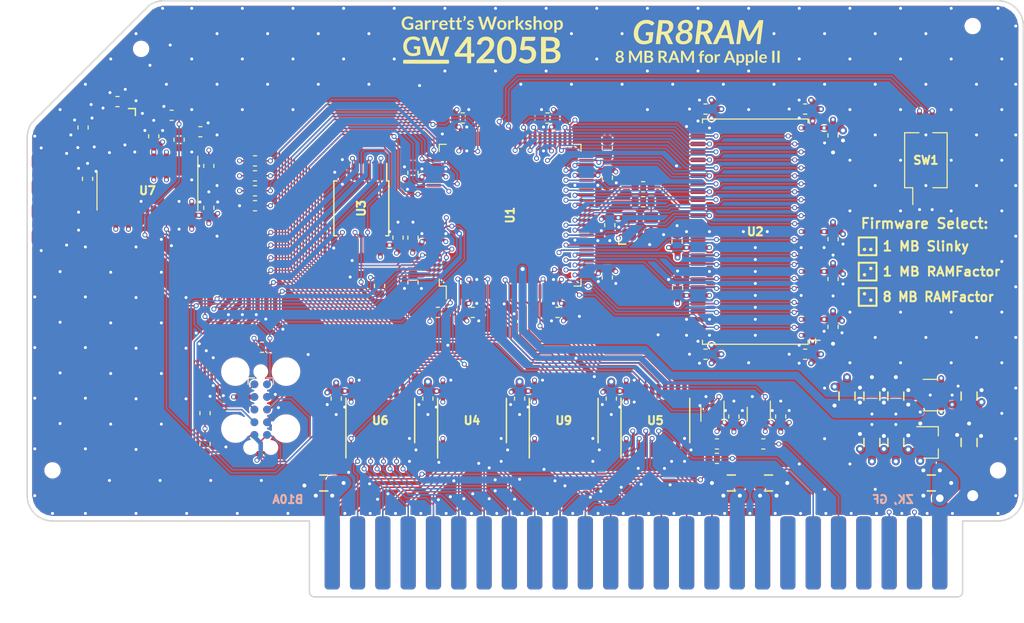
<source format=kicad_pcb>
(kicad_pcb (version 20221018) (generator pcbnew)
  (title_block (title "GR8RAM (GW4205A)") (date "2021-04-20") (rev "1.0") (company "Garrett's Workshop"))
  (layers (0 "F.Cu" signal) (1 "In1.Cu" power) (2 "In2.Cu" power) (31 "B.Cu" signal) (34 "B.Paste" user) (35 "F.Paste" user) (36 "B.SilkS" user "B.Silkscreen") (37 "F.SilkS" user "F.Silkscreen") (38 "B.Mask" user) (39 "F.Mask" user) (44 "Edge.Cuts" user))
  (net 0 "")
  (net 1 "+5V")
  (net 2 "GND")
  (net 3 "/A4")
  (net 4 "/D7")
  (net 5 "/D6")
  (net 6 "/A8")
  (net 7 "/A7")
  (net 8 "/A6")
  (net 9 "/A5")
  (net 10 "/A3")
  (net 11 "/A2")
  (net 12 "/A1")
  (net 13 "/A0")
  (net 14 "/A9")
  (net 15 "/D1")
  (net 16 "/D5")
  (net 17 "/D0")
  (net 18 "/D2")
  (net 19 "/D3")
  (net 20 "/D4")
  (net 21 "/A10")
  (net 22 "+12V")
  (net 23 "-12V")
  (net 24 "-5V")
  (net 25 "/~{IOSEL}")
  (net 26 "/A11")
  (net 27 "/A12")
  (net 28 "/A13")
  (net 29 "/A14")
  (net 30 "/A15")
  (net 31 "/R~{W}")
  (net 32 "/~{IOSTRB}")
  (net 33 "/~{NMI}")
  (net 34 "/~{IRQ}")
  (net 35 "/~{RES}")
  (net 36 "/~{INH}")
  (net 37 "/COLORREF")
  (net 38 "/7M")
  (net 39 "/Q3")
  (net 40 "/PHI1")
  (net 41 "/USER1")
  (net 42 "/PHI0")
  (net 43 "/~{DEVSEL}")
  (net 44 "/INTin")
  (net 45 "/DMAin")
  (net 46 "/TCK")
  (net 47 "/TDO")
  (net 48 "/TMS")
  (net 49 "/TDI")
  (net 50 "/RA0")
  (net 51 "/RA1")
  (net 52 "/RA2")
  (net 53 "/RA3")
  (net 54 "/RA4")
  (net 55 "/RA5")
  (net 56 "/RA6")
  (net 57 "/RA7")
  (net 58 "/RA8")
  (net 59 "/RA9")
  (net 60 "/RA10")
  (net 61 "/RD0")
  (net 62 "/RD1")
  (net 63 "/RD2")
  (net 64 "/RD3")
  (net 65 "/RD4")
  (net 66 "/RD5")
  (net 67 "/RD6")
  (net 68 "/RD7")
  (net 69 "/VIDSYNC")
  (net 70 "+3V3")
  (net 71 "/~{DMA}")
  (net 72 "/R~{RES}")
  (net 73 "/R~{IOSTRB}")
  (net 74 "/R~{DEVSEL}")
  (net 75 "/R~{IOSEL}")
  (net 76 "/RA11")
  (net 77 "/RA12")
  (net 78 "/RA13")
  (net 79 "/RA14")
  (net 80 "/RA15")
  (net 81 "/Ddir")
  (net 82 "/USB5V")
  (net 83 "/ACLK")
  (net 84 "/RCLK")
  (net 85 "/SD0")
  (net 86 "/SD1")
  (net 87 "/SD3")
  (net 88 "/SD2")
  (net 89 "/SD7")
  (net 90 "/SD5")
  (net 91 "/SD4")
  (net 92 "/SDQML")
  (net 93 "/S~{WE}")
  (net 94 "/S~{CAS}")
  (net 95 "/S~{RAS}")
  (net 96 "/S~{CS}")
  (net 97 "/SA0")
  (net 98 "/SA3")
  (net 99 "/SA4")
  (net 100 "/SA6")
  (net 101 "/SCKE")
  (net 102 "/SDQMH")
  (net 103 "/RR~{W}in")
  (net 104 "/~{RDY}")
  (net 105 "Net-(U7-XO)")
  (net 106 "/SA12")
  (net 107 "/SBA0")
  (net 108 "/SA11")
  (net 109 "/SBA1")
  (net 110 "/SA9")
  (net 111 "/SA10")
  (net 112 "/SA8")
  (net 113 "/SA7")
  (net 114 "/SA1")
  (net 115 "/SA2")
  (net 116 "/SA5")
  (net 117 "/MISO")
  (net 118 "/MOSI")
  (net 119 "/F~{CS}")
  (net 120 "/FCK")
  (net 121 "/RES~{OE}")
  (net 122 "/FD2")
  (net 123 "/FD3")
  (net 124 "/RPHI0")
  (net 125 "Net-(U7-XI)")
  (net 130 "Net-(J3-D+)")
  (net 131 "Net-(J3-D-)")
  (net 132 "Net-(J5-Pin_6)")
  (net 135 "/SD6")
  (net 136 "/FW1")
  (net 137 "/FW0")
  (net 140 "/UTCK")
  (net 141 "Net-(U13-Output)")
  (net 143 "Net-(U14-Y)")
  (net 144 "Net-(J2-Pin_1)")
  (net 145 "Net-(U11-Y)")
  (net 146 "/IRQ~{OE}")
  (net 147 "/DONE")
  (net 148 "/~{INIT}")
  (net 149 "/~{PROG}")
  (net 150 "/~{JTAGEN}")
  (net 151 "+1V2")
  (net 152 "/RCLKout")
  (footprint "stdpads:USB_Micro-B_Amphenol_10118192-0001" (layer "F.Cu") (at 47 99.8 -90)
    (fp_text reference "J3")
    (fp_text value "microUSB")
  )
  (footprint "stdpads:C_0603" (layer "F.Cu") (at 104.2 119.8 -90)
    (fp_text reference "C16")
    (fp_text value "2u2")
  )
  (footprint "stdpads:SW_DIP_SPSTx02_Slide_DSHP02TS_P1.27mm" (layer "F.Cu") (at 135.763 95.885)
    (fp_text reference "SW1")
    (fp_text value "FW")
  )
  (footprint "stdpads:R_0603" (layer "F.Cu") (at 68.45 95.95)
    (fp_text reference "R19")
    (fp_text value "10k")
  )
  (footprint "stdpads:C_0805" (layer "F.Cu") (at 75.35 128.27 180)
    (fp_text reference "C4")
    (fp_text value "10u")
  )
  (footprint "stdpads:Fiducial" (layer "F.Cu") (at 143.002 82.423 -90)
    (fp_text reference "FID1")
    (fp_text value "Fiducial" hide)
  )
  (footprint "stdpads:R_0603" (layer "F.Cu") (at 68.45 97.45)
    (fp_text reference "R17")
    (fp_text value "10k")
  )
  (footprint "stdpads:R_0805" (layer "F.Cu") (at 127.85 119.55 -90)
    (fp_text reference "R1")
    (fp_text value "0")
  )
  (footprint "stdpads:C_0603" (layer "F.Cu") (at 126.45 107.8 -90)
    (fp_text reference "C30")
    (fp_text value "2u2")
  )
  (footprint "stdpads:C_0603" (layer "F.Cu") (at 103.8 107.65 -90)
    (fp_text reference "C23")
    (fp_text value "2u2")
  )
  (footprint "stdpads:C_0603" (layer "F.Cu") (at 110.8 104.05 90)
    (fp_text reference "C33")
    (fp_text value "2u2")
  )
  (footprint "stdpads:C_0603" (layer "F.Cu") (at 84.3 97.15 90)
    (fp_text reference "C27")
    (fp_text value "2u2")
  )
  (footprint "stdpads:Fiducial" (layer "F.Cu") (at 143.002 129.54)
    (fp_text reference "FID4")
    (fp_text value "Fiducial" hide)
  )
  (footprint "stdpads:TSSOP-20_4.4x6.5mm_P0.65mm" (layer "F.Cu") (at 99.425 122)
    (fp_text reference "U9")
    (fp_text value "74AHC245PW")
  )
  (footprint "stdpads:C_0805" (layer "F.Cu") (at 119.976 128.27 180)
    (fp_text reference "C2")
    (fp_text value "10u")
  )
  (footprint "stdpads:R_0603" (layer "F.Cu") (at 107.4 98.55 180)
    (fp_text reference "R2")
    (fp_text value "47")
  )
  (footprint "stdpads:C_0603" (layer "F.Cu") (at 121.2 121.6 90)
    (fp_text reference "C42")
    (fp_text value "2u2")
  )
  (footprint "stdpads:SOT-353" (layer "F.Cu") (at 119 121.35 180)
    (fp_text reference "U11")
    (fp_text value "74LVC1G125GW")
  )
  (footprint "stdpads:Fiducial" (layer "F.Cu") (at 48.133 93.599 90)
    (fp_text reference "FID2")
    (fp_text value "Fiducial" hide)
  )
  (footprint "stdpads:C_0805" (layer "F.Cu") (at 132.75 124.2 90)
    (fp_text reference "C10")
    (fp_text value "10u")
  )
  (footprint "stdpads:R_0603" (layer "F.Cu") (at 63.4365 124.3585 90)
    (fp_text reference "R4")
    (fp_text value "10k")
  )
  (footprint "stdpads:TSSOP-20_4.4x6.5mm_P0.65mm" (layer "F.Cu") (at 90.225 122)
    (fp_text reference "U4")
    (fp_text value "74AHC245PW")
  )
  (footprint "stdpads:SOT-23-5" (layer "F.Cu") (at 136.25 119.45 90)
    (fp_text reference "U10")
    (fp_text value "AP2127K-1.2TRG1")
  )
  (footprint "stdpads:TQFP-100_14x14mm_P0.5mm" (layer "F.Cu") (at 94.05 101.4)
    (fp_text reference "U1")
    (fp_text value "LCMXO2-640-TG100")
  )
  (footprint "stdpads:R_0603" (layer "F.Cu") (at 114.8 125.8 180)
    (fp_text reference "R10")
    (fp_text value "22")
  )
  (footprint "stdpads:C_0603" (layer "F.Cu") (at 110.85 108.7 90)
    (fp_text reference "C34")
    (fp_text value "2u2")
  )
  (footprint "stdpads:C_0805" (layer "F.Cu") (at 140.1 119.55 90)
    (fp_text reference "C36")
    (fp_text value "10u")
  )
  (footprint "stdpads:C_0603" (layer "F.Cu") (at 126.45 103.8 -90)
    (fp_text reference "C31")
    (fp_text value "2u2")
  )
  (footprint "stdpads:C_0805" (layer "F.Cu") (at 130.35 119.55 90)
    (fp_text reference "C38")
    (fp_text value "10u")
  )
  (footprint "stdpads:C_0603" (layer "F.Cu") (at 123.65 115.35 180)
    (fp_text reference "C28")
    (fp_text value "2u2")
  )
  (footprint "stdpads:AppleIIBus_Edge" (layer "F.Cu") (at 106.68 135.382)
    (fp_text reference "J1")
    (fp_text value "AppleIIBus")
  )
  (footprint "stdpads:C_0603" (layer "F.Cu") (at 113.65 115.35 180)
    (fp_text reference "C35")
    (fp_text value "2u2")
  )
  (footprint "stdpads:PasteHole_1.1mm_PTH" (layer "F.Cu") (at 140.462 129.54)
    (fp_text reference "H1")
    (fp_text value " " hide)
  )
  (footprint "stdpads:R_0603" (layer "F.Cu") (at 63.4365 121.2595 -90)
    (fp_text reference "R6")
    (fp_text value "10k")
  )
  (footprint "stdpads:C_0603" (layer "F.Cu") (at 58.293 93.484 90)
    (fp_text reference "C17")
    (fp_text value "2u2")
  )
  (footprint "stdpads:R_0603" (layer "F.Cu") (at 86.8 111.15)
    (fp_text reference "R15")
    (fp_text value "2k2")
  )
  (footprint "stdpads:PasteHole_1.152mm_NPTH" (layer "F.Cu") (at 140.462 82.423 -90)
    (fp_text reference "H3")
    (fp_text value " " hide)
  )
  (footprint "stdpads:TSSOP-20_4.4x6.5mm_P0.65mm" (layer "F.Cu") (at 81.025 122)
    (fp_text reference "U6")
    (fp_text value "74AHC245PW")
  )
  (footprint "stdpads:C_0603" (layer "F.Cu") (at 116.5 121.6 90)
    (fp_text reference "C39")
    (fp_text value "2u2")
  )
  (footprint "stdpads:C_0603" (layer "F.Cu") (at 95 119.8 -90)
    (fp_text reference "C15")
    (fp_text value "2u2")
  )
  (footprint "stdpads:R_0603" (layer "F.Cu") (at 80.95 108.5 90)
    (fp_text reference "R9")
    (fp_text value "47")
  )
  (footprint "stdpads:C_0603" (layer "F.Cu") (at 51.65 97.75 90)
    (fp_text reference "C6")
    (fp_text value "2u2")
  )
  (footprint "stdpads:C_0603" (layer "F.Cu") (at 60.083 91.3765 180)
    (fp_text reference "C41")
    (fp_text value "22p")
  )
  (footprint "stdpads:SOT-23" (layer "F.Cu") (at 136.25 124.2 180)
    (fp_text reference "U8")
    (fp_text value "XC6206P332MR")
  )
  (footprint "stdpads:Crystal_SMD_3225-4Pin_3.2x2.5mm" (layer "F.Cu") (at 54.2994 92.5006 180)
    (fp_text reference "Y1")
    (fp_text value "12M")
  )
  (footprint "stdpads:C_0603" (layer "F.Cu") (at 123.65 90.75 180)
    (fp_text reference "C12")
    (fp_text value "2u2")
  )
  (footprint "stdpads:SOIC-16_3.9mm" (layer "F.Cu") (at 57.658 98.933 180)
    (fp_text reference "U7")
    (fp_text value "CH340G")
  )
  (footprint "stdpads:R_0603" (layer "F.Cu") (at 60.833 93.8275 90)
    (fp_text reference "R5")
    (fp_text value "47")
  )
  (footprint "stdpads:C_0603" (layer "F.Cu") (at 63.8175 100.6595 90)
    (fp_text reference "C40")
    (fp_text value "2u2")
  )
  (footprint "stdpads:R_0603" (layer "F.Cu") (at 62.9665 93.0275)
    (fp_text reference "R8")
    (fp_text value "10k")
  )
  (footprint "stdpads:C_0603" (layer "F.Cu") (at 51.1994 92.6006 90)
    (fp_text reference "C8")
    (fp_text value "22p")
  )
  (footprint "stdpads:C_0603" (layer "F.Cu") (at 89.3 91.65)
    (fp_text reference "C26")
    (fp_text value "2u2")
  )
  (footprint "stdpads:C_0603" (layer "F.Cu") (at 85.8 119.8 -90)
    (fp_text reference "C14")
    (fp_text value "2u2")
  )
  (footprint "stdpads:C_0603" (layer "F.Cu") (at 82.8 103.65 90)
    (fp_text reference "C18")
    (fp_text value "2u2")
  )
  (footprint "stdpads:TSOP-II-54_22.2x10.16mm_P0.8mm" (layer "F.Cu") (at 118.65 103.05 90)
    (fp_text reference "U2")
    (fp_text value "W9825")
  )
  (footprint "stdpads:R_0603" (layer "F.Cu") (at 68.45 98.95)
    (fp_text reference "R18")
    (fp_text value "10k")
  )
  (footprint "stdpads:SOT-353" (layer "F.Cu") (at 114.35 121.35 180)
    (fp_text reference "U14")
    (fp_text value "74LVC1G125GW")
  )
  (footprint "stdpads:C_0603" (layer "F.Cu") (at 103.8 97.65 -90)
    (fp_text reference "C24")
    (fp_text value "2u2")
  )
  (footprint "stdpads:Crystal_SMD_3225-4Pin_3.2x2.5mm" (layer "F.Cu") (at 107.1 102.5)
    (fp_text reference "U13")
    (fp_text value "25M")
  )
  (footprint "stdpads:C_0603" (layer "F.Cu") (at 84.3 103.65 90)
    (fp_text reference "C44")
    (fp_text value "2u2")
  )
  (footprint "stdpads:C_0603" (layer "F.Cu") (at 104.05 102.4 -90)
    (fp_text reference "C43")
    (fp_text value "2u2")
  )
  (footprint "stdpads:C_0603" (layer "F.Cu") (at 113.65 90.75 180)
    (fp_text reference "C5")
    (fp_text value "2u2")
  )
  (footprint "stdpads:C_0805" (layer "F.Cu") (at 136.31 128.27 180)
    (fp_text reference "C1")
    (fp_text value "10u")
  )
  (footprint "stdpads:PasteHole_1.152mm_NPTH" (layer "F.Cu") (at 57.023 84.709 90)
    (fp_text reference "H4")
    (fp_text value " " hide)
  )
  (footprint "stdpads:SOIC-8_5.3mm" (layer "F.Cu") (at 79.121 100.711 180)
    (fp_text reference "U3")
    (fp_text value "W25Q128JVSIQ")
  )
  (footprint "stdpads:R_0603" (layer "F.Cu") (at 107.4 100.05)
    (fp_text reference "R3")
    (fp_text value "47")
  )
  (footprint "stdpads:PasteHole_1.152mm_NPTH" (layer "F.Cu") (at 143.002 127)
    (fp_text reference "H5")
    (fp_text value " " hide)
  )
  (footprint "Connector:Tag-Connect_TC2050-IDC-FP_2x05_P1.27mm_Vertical" (layer "F.Cu") (at 69.0245 120.904 -90)
    (fp_text reference "J5" hide)
    (fp_text value "Flash" hide)
  )
  (footprint "stdpads:C_0603" (layer "F.Cu") (at 54.65 90.0006 180)
    (fp_text reference "C9")
    (fp_text value "22p")
  )
  (footprint "stdpads:C_0603" (layer "F.Cu") (at 98.8 111.15 180)
    (fp_text reference "C22")
    (fp_text value "2u2")
  )
  (footprint "stdpads:C_0603" (layer "F.Cu") (at 126.45 93.4 -90)
    (fp_text reference "C32")
    (fp_text value "2u2")
  )
  (footprint "stdpads:C_0805" (layer "F.Cu") (at 130.35 124.2 90)
    (fp_text reference "C11")
    (fp_text value "10u")
  )
  (footprint "stdpads:Fiducial" (layer "F.Cu") (at 48.133 129.54)
    (fp_text reference "FID5")
    (fp_text value "Fiducial" hide)
  )
  (footprint "stdpads:Fiducial" (layer "F.Cu") (at 58.801 82.931 90)
    (fp_text reference "FID3")
    (fp_text value "Fiducial" hide)
  )
  (footprint "stdpads:C_0603" (layer "F.Cu") (at 103.8 94.65 90)
    (fp_text reference "C20")
    (fp_text value "2u2")
  )
  (footprint "stdpads:R_0603" (layer "F.Cu") (at 63.8175 96.4565 -90)
    (fp_text reference "R7")
    (fp_text value "10k")
  )
  (footprint "stdpads:R_0603" (layer "F.Cu") (at 119.45 124.35 180)
    (fp_text reference "R13")
    (fp_text value "47")
  )
  (footprint "stdpads:C_0603" (layer "F.Cu") (at 97.8 91.65 180)
    (fp_text reference "C25")
    (fp_text value "2u2")
  )
  (footprint "stdpads:R_0603" (layer "F.Cu") (at 114.8 124.35 180)
    (fp_text reference "R11")
    (fp_text value "DNP")
  )
  (footprint "stdpads:PasteHole_1.152mm_NPTH" (layer "F.Cu") (at 48.133 127)
    (fp_text reference "H2")
    (fp_text value " " hide)
  )
  (footprint "stdpads:C_0805" (layer "F.Cu") (at 116.244 128.27)
    (fp_text reference "C3")
    (fp_text value "10u")
  )
  (footprint "stdpads:TSSOP-20_4.4x6.5mm_P0.65mm" (layer "F.Cu") (at 108.625 122)
    (fp_text reference "U5")
    (fp_text value "74AHC245PW")
  )
  (footprint "stdpads:R_0603" (layer "F.Cu") (at 68.45 100.45 180)
    (fp_text reference "R20")
    (fp_text value "2k2")
  )
  (footprint "stdpads:R_0603" (layer "F.Cu") (at 69.15 114.65)
    (fp_text reference "R12")
    (fp_text value "47")
  )
  (footprint "stdpads:C_0603" (layer "F.Cu") (at 84.3 108.15 -90)
    (fp_text reference "C19")
    (fp_text value "2u2")
  )
  (footprint "stdpads:C_0805" (layer "F.Cu") (at 140.1 124.2 90)
    (fp_text reference "C7")
    (fp_text value "10u")
  )
  (footprint "stdpads:C_0603" (layer "F.Cu") (at 90.3 111.15)
    (fp_text reference "C21")
    (fp_text value "2u2")
  )
  (footprint "stdpads:C_0805" (layer "F.Cu") (at 132.75 119.55 90)
    (fp_text reference "C37")
    (fp_text value "10u")
  )
  (footprint "stdpads:C_0603" (layer "F.Cu") (at 76.6 119.8 -90)
    (fp_text reference "C13")
    (fp_text value "2u2")
  )
  (footprint "LOGO" (layer "F.Cu") (at 112.903 83.8835)
    (fp_text reference "G***" hide)
    (fp_text value "LOGO" hide)
  )
  (footprint "stdpads:C_0603" (layer "F.Cu") (at 126.45 112.6 -90)
    (fp_text reference "C29")
    (fp_text value "2u2")
  )
  (footprint "LOGO" (layer "F.Cu") (at 91.2495 84.0105)
    (fp_text reference "G***" hide)
    (fp_text value "LOGO" hide)
  )
  (footprint "Connector:Tag-Connect_TC2050-IDC-FP_2x05_P1.27mm_Vertical" (layer "B.Cu") (at 69.0245 120.904 -90)
    (fp_text reference "J2" hide)
    (fp_text value "JTAG")
  )
  (gr_line (start 129.032 110.49) (end 129.032 108.712) (stroke (width 0.2032)) (layer "F.SilkS"))
  (gr_line (start 129.032 107.95) (end 129.032 106.172) (stroke (width 0.2032)) (layer "F.SilkS"))
  (gr_line (start 130.23855 104.8385) (end 130.23865 104.8385) (stroke (width 0.35)) (layer "F.SilkS"))
  (gr_line (start 130.81 105.41) (end 130.81 103.632) (stroke (width 0.2032)) (layer "F.SilkS"))
  (gr_line (start 130.81 108.712) (end 129.032 108.712) (stroke (width 0.2032)) (layer "F.SilkS"))
  (gr_line (start 130.23855 109.9185) (end 130.23865 109.9185) (stroke (width 0.35)) (layer "F.SilkS"))
  (gr_line (start 129.6034 109.2835) (end 129.6035 109.2835) (stroke (width 0.35)) (layer "F.SilkS"))
  (gr_line (start 130.81 107.95) (end 130.81 106.172) (stroke (width 0.2032)) (layer "F.SilkS"))
  (gr_line (start 129.032 107.95) (end 130.81 107.95) (stroke (width 0.2032)) (layer "F.SilkS"))
  (gr_line (start 129.032 105.41) (end 129.032 103.632) (stroke (width 0.2032)) (layer "F.SilkS"))
  (gr_line (start 130.81 103.632) (end 129.032 103.632) (stroke (width 0.2032)) (layer "F.SilkS"))
  (gr_line (start 130.2384 106.7435) (end 130.2385 106.7435) (stroke (width 0.35)) (layer "F.SilkS"))
  (gr_line (start 130.81 106.172) (end 129.032 106.172) (stroke (width 0.2032)) (layer "F.SilkS"))
  (gr_line (start 129.032 110.49) (end 130.81 110.49) (stroke (width 0.2032)) (layer "F.SilkS"))
  (gr_line (start 129.032 105.41) (end 130.81 105.41) (stroke (width 0.2032)) (layer "F.SilkS"))
  (gr_line (start 130.81 110.49) (end 130.81 108.712) (stroke (width 0.2032)) (layer "F.SilkS"))
  (gr_line (start 129.6034 104.8385) (end 129.6035 104.8385) (stroke (width 0.35)) (layer "F.SilkS"))
  (gr_line (start 129.6034 107.3785) (end 129.6035 107.3785) (stroke (width 0.35)) (layer "F.SilkS"))
  (gr_line (start 57.785 80.391) (end 46.101001 92.074999) (stroke (width 0.15)) (layer "Edge.Cuts"))
  (gr_line (start 143.002 132.08) (end 139.446 132.08) (stroke (width 0.15)) (layer "Edge.Cuts"))
  (gr_line (start 45.593 129.54) (end 45.593 93.599) (stroke (width 0.15)) (layer "Edge.Cuts"))
  (gr_arc (start 48.133 132.08) (mid 46.336949 131.336051) (end 45.593 129.54) (stroke (width 0.15)) (layer "Edge.Cuts"))
  (gr_line (start 138.938 139.7) (end 74.422 139.7) (stroke (width 0.15)) (layer "Edge.Cuts"))
  (gr_arc (start 145.542 129.54) (mid 144.798051 131.336051) (end 143.002 132.08) (stroke (width 0.15)) (layer "Edge.Cuts"))
  (gr_arc (start 139.446 139.192) (mid 139.29721 139.55121) (end 138.938 139.7) (stroke (width 0.15)) (layer "Edge.Cuts"))
  (gr_arc (start 57.785 80.391) (mid 58.505781 80.013344) (end 59.309 79.883) (stroke (width 0.15)) (layer "Edge.Cuts"))
  (gr_arc (start 74.422 139.7) (mid 74.06279 139.55121) (end 73.914 139.192) (stroke (width 0.15)) (layer "Edge.Cuts"))
  (gr_line (start 48.133 132.08) (end 73.914 132.08) (stroke (width 0.15)) (layer "Edge.Cuts"))
  (gr_arc (start 143.002 79.883) (mid 144.798051 80.626949) (end 145.542 82.423) (stroke (width 0.15)) (layer "Edge.Cuts"))
  (gr_line (start 145.542 82.423) (end 145.542 129.54) (stroke (width 0.15)) (layer "Edge.Cuts"))
  (gr_line (start 139.446 132.08) (end 139.446 139.192) (stroke (width 0.15)) (layer "Edge.Cuts"))
  (gr_line (start 59.309 79.883) (end 143.002 79.883) (stroke (width 0.15)) (layer "Edge.Cuts"))
  (gr_line (start 73.914 132.08) (end 73.914 139.192) (stroke (width 0.15)) (layer "Edge.Cuts"))
  (gr_arc (start 45.593 93.599) (mid 45.723345 92.795781) (end 46.101001 92.074999) (stroke (width 0.15)) (layer "Edge.Cuts"))
  (gr_text "ZK, GF" (at 132.461 129.921) (layer "B.SilkS") (effects (font (size 0.8128 0.8128) (thickness 0.2032)) (justify mirror)))
  (gr_text "B10A" (at 71.755 129.921) (layer "B.SilkS") (effects (font (size 0.8128 0.8128) (thickness 0.2032)) (justify mirror)))
  (gr_text "Firmware Select:" (at 135.636 102.235) (layer "F.SilkS") (effects (font (size 1.016 1.016) (thickness 0.2032))))
  (gr_text "1 MB Slinky" (at 131.318 104.521) (layer "F.SilkS") (effects (font (size 0.9525 0.9525) (thickness 0.2032)) (justify left)))
  (gr_text "8 MB RAMFactor" (at 131.318 109.601) (layer "F.SilkS") (effects (font (size 0.9525 0.9) (thickness 0.2032)) (justify left)))
  (gr_text "1 MB RAMFactor" (at 131.318 107.061) (layer "F.SilkS") (effects (font (size 0.9 0.9525) (thickness 0.2032)) (justify left)))
  (segment (start 137.3 126.378) (end 137.922 127) (width 0.8) (layer "F.Cu") (net 1))
  (segment (start 137.16 127) (end 137.75 127) (width 0.8) (layer "F.Cu") (net 1))
  (segment (start 137.3 124.2) (end 137.3 126.86) (width 0.8) (layer "F.Cu") (net 1))
  (segment (start 137.3 124.2) (end 138.25 124.2) (width 0.8) (layer "F.Cu") (net 1))
  (segment (start 137.16 135.382) (end 137.16 129.794) (width 1.524) (layer "F.Cu") (net 1))
  (segment (start 137.16 128.27) (end 137.16 129.794) (width 0.8) (layer "F.Cu") (net 1))
  (segment (start 137.668 129.794) (end 138.303 129.159) (width 0.8) (layer "F.Cu") (net 1))
  (segment (start 138.303 127.381) (end 138.303 128.27) (width 0.8) (layer "F.Cu") (net 1))
  (segment (start 137.16 130.937) (end 137.16 135.382) (width 0.8) (layer "F.Cu") (net 1))
  (segment (start 137.16 128.27) (end 137.16 127) (width 0.762) (layer "F.Cu") (net 1))
  (segment (start 137.922 127) (end 138.303 127.381) (width 0.8) (layer "F.Cu") (net 1))
  (segment (start 137.3 124.2) (end 137.3 126.378) (width 0.8) (layer "F.Cu") (net 1))
  (segment (start 139.1 125.05) (end 140.1 125.05) (width 0.8) (layer "F.Cu") (net 1))
  (segment (start 138.303 129.159) (end 138.303 128.27) (width 0.8) (layer "F.Cu") (net 1))
  (segment (start 137.16 129.794) (end 137.668 129.794) (width 0.8) (layer "F.Cu") (net 1))
  (segment (start 138.25 124.2) (end 139.1 125.05) (width 0.8) (layer "F.Cu") (net 1))
  (segment (start 137.16 127) (end 137.922 127) (width 0.8) (layer "F.Cu") (net 1))
  (segment (start 137.3 126.86) (end 137.16 127) (width 0.8) (layer "F.Cu") (net 1))
  (segment (start 137.16 128.27) (end 138.303 128.27) (width 0.762) (layer "F.Cu") (net 1))
  (via (at 137.16 129.794) (size 1.524) (drill 0.762) (layers "F.Cu" "B.Cu") (net 1))
  (via (at 138.303 128.27) (size 0.8) (drill 0.4) (layers "F.Cu" "B.Cu") (net 1))
  (via (at 137.16 127) (size 0.8) (drill 0.4) (layers "F.Cu" "B.Cu") (net 1))
  (segment (start 136.915002 127) (end 137.16 127) (width 0.8) (layer "B.Cu") (net 1))
  (segment (start 137.16 129.794) (end 137.16 127) (width 1.524) (layer "B.Cu") (net 1))
  (segment (start 138.6205 127.9525) (end 138.1125 127.9525) (width 0.8) (layer "B.Cu") (net 1))
  (segment (start 137.856 129.794) (end 137.16 129.794) (width 0.45) (layer "B.Cu") (net 1))
  (segment (start 137.16 128.94) (end 137.16 129.794) (width 0.5) (layer "B.Cu") (net 1))
  (segment (start 137.16 127) (end 136.906 127) (width 0.8) (layer "B.Cu") (net 1))
  (segment (start 138.303 128.651) (end 137.16 129.794) (width 1.524) (layer "B.Cu") (net 1))
  (segment (start 138.303 128.143) (end 137.16 127) (width 1.524) (layer "B.Cu") (net 1))
  (segment (start 138.1125 127.9525) (end 137.16 127) (width 0.8) (layer "B.Cu") (net 1))
  (segment (start 138.303 128.27) (end 138.303 128.651) (width 1.524) (layer "B.Cu") (net 1))
  (segment (start 138.303 128.27) (end 138.303 128.143) (width 1.524) (layer "B.Cu") (net 1))
  (segment (start 138.53 128.27) (end 138.303 128.27) (width 0.5) (layer "B.Cu") (net 1))
  (segment (start 137.16 127) (end 137.31 126.85) (width 0.5) (layer "B.Cu") (net 1))
  (segment (start 137.16 127) (end 137.16 127.96) (width 0.8) (layer "B.Cu") (net 1))
  (segment (start 122.9 115.35) (end 122.9 116.1) (width 0.6) (layer "F.Cu") (net 2))
  (segment (start 47 96) (end 47 94.65) (width 0.6) (layer "F.Cu") (net 2))
  (segment (start 111.55 124.95) (end 111.55 123.8) (width 0.45) (layer "F.Cu") (net 2))
  (segment (start 103.45 120.55) (end 103.3 120.4) (width 0.6) (layer "F.Cu") (net 2))
  (segment (start 97.55 92.7) (end 97.4 92.55) (width 0.3) (layer "F.Cu") (net 2))
  (segment (start 113.7 120.5) (end 113.1 120.5) (width 0.4) (layer "F.Cu") (net 2))
  (segment (start 50.75 96.7) (end 50.75 97) (width 0.5) (layer "F.Cu") (net 2))
  (segment (start 95.75 120.55) (end 95.85 120.65) (width 0.5) (layer "F.Cu") (net 2))
  (segment (start 90.05 90.95) (end 89.9 90.8) (width 0.5) (layer "F.Cu") (net 2))
  (segment (start 140.1 118.7) (end 139.15 118.7) (width 0.5) (layer "F.Cu") (net 2))
  (segment (start 95 120.55) (end 95.75 120.55) (width 0.5) (layer "F.Cu") (net 2))
  (segment (start 134 123.5) (end 133.85 123.35) (width 0.8) (layer "F.Cu") (net 2))
  (segment (start 97.05 91.65) (end 97.05 92.35) (width 0.5) (layer "F.Cu") (net 2))
  (segment (start 116.5 120.85) (end 117.2 120.85) (width 0.5) (layer "F.Cu") (net 2))
  (segment (start 104.95 102.95) (end 104.95 102.6) (width 0.3) (layer "F.Cu") (net 2))
  (segment (start 85.8 120.55) (end 85.05 120.55) (width 0.6) (layer "F.Cu") (net 2))
  (segment (start 114.15 119.6) (end 113.7 119.6) (width 0.15) (layer "F.Cu") (net 2))
  (segment (start 76.6 120.55) (end 76.6 121.4) (width 0.6) (layer "F.Cu") (net 2))
  (segment (start 84.3 102.9) (end 84.3 102.1) (width 0.5) (layer "F.Cu") (net 2))
  (segment (start 63.095 99.9095) (end 62.9285 100.076) (width 0.5) (layer "F.Cu") (net 2))
  (segment (start 110.25 124.95) (end 110.25 126.1) (width 0.45) (layer "F.Cu") (net 2))
  (segment (start 49.675 101.1) (end 50.75 101.1) (width 0.4) (layer "F.Cu") (net 2))
  (segment (start 97.05 91.65) (end 97.05 90.95) (width 0.5) (layer "F.Cu") (net 2))
  (segment (start 83.95 124.95) (end 83.95 126.1) (width 0.45) (layer "F.Cu") (net 2))
  (segment (start 115.8 120.85) (end 115.65 121) (width 0.5) (layer "F.Cu") (net 2))
  (segment (start 106.35 118.1) (end 106.5 117.95) (width 0.45) (layer "F.Cu") (net 2))
  (segment (start 125.65 104.55) (end 125.55 104.65) (width 0.508) (layer "F.Cu") (net 2))
  (segment (start 49.55 96.7) (end 49.55 95.2) (width 0.6) (layer "F.Cu") (net 2))
  (segment (start 97.05 90.95) (end 97.2 90.8) (width 0.5) (layer "F.Cu") (net 2))
  (segment (start 97.15 118.1) (end 97.3 117.95) (width 0.45) (layer "F.Cu") (net 2))
  (segment (start 122.9 116.1) (end 123.05 116.25) (width 0.6) (layer "F.Cu") (net 2))
  (segment (start 58.293 92.734) (end 57.5705 92.734) (width 0.5) (layer "F.Cu") (net 2))
  (segment (start 89.55 93.7375) (end 89.55 94.8) (width 0.3) (layer "F.Cu") (net 2))
  (segment (start 51.1994 91.8506) (end 50.3506 91.8506) (width 0.5) (layer "F.Cu") (net 2))
  (segment (start 90.55 109.0625) (end 90.55 108) (width 0.3) (layer "F.Cu") (net 2))
  (segment (start 120.5 120.85) (end 120.35 121) (width 0.5) (layer "F.Cu") (net 2))
  (segment (start 114.35 120.5) (end 114.35 119.8) (width 0.15) (layer "F.Cu") (net 2))
  (segment (start 124.4 109.45) (end 126.4 109.45) (width 0.45) (layer "F.Cu") (net 2))
  (segment (start 77.35 120.55) (end 77.45 120.65) (width 0.5) (layer "F.Cu") (net 2))
  (segment (start 51.1994 91.8506) (end 51.9 91.8506) (width 0.5) (layer "F.Cu") (net 2))
  (segment (start 135.46 129.491) (end 135.509 129.54) (width 0.762) (layer "F.Cu") (net 2))
  (segment (start 95 120.55) (end 94.25 120.55) (width 0.6) (layer "F.Cu") (net 2))
  (segment (start 62.8 96.458) (end 62.8015 96.4565) (width 0.5) (layer "F.Cu") (net 2))
  (segment (start 84.3 108.9) (end 83.6 108.9) (width 0.5) (layer "F.Cu") (net 2))
  (segment (start 73.406 128.524) (end 73.66 128.27) (width 0.8) (layer "F.Cu") (net 2))
  (segment (start 122.9 90.75) (end 122.9 91.5) (width 0.6) (layer "F.Cu") (net 2))
  (segment (start 124.4 104.65) (end 125.55 104.65) (width 0.45) (layer "F.Cu") (net 2))
  (segment (start 97.15 119.05) (end 97.15 118.1) (width 0.45) (layer "F.Cu") (net 2))
  (segment (start 98.05 111.85) (end 98.2 112) (width 0.5) (layer "F.Cu") (net 2))
  (segment (start 117.2 120.85) (end 117.35 121) (width 0.5) (layer "F.Cu") (net 2))
  (segment (start 124.4 109.45) (end 123.25 109.45) (width 0.45) (layer "F.Cu") (net 2))
  (segment (start 90.55 108) (end 90.7 107.85) (width 0.3) (layer "F.Cu") (net 2))
  (segment (start 112.9 107.05) (end 114.05 107.05) (width 0.45) (layer "F.Cu") (net 2))
  (segment (start 58.293 92.734) (end 58.293 91.8845) (width 0.5) (layer "F.Cu") (net 2))
  (segment (start 104.05 103.15) (end 104.05 103.95) (width 0.5) (layer "F.Cu") (net 2))
  (segment (start 57.5705 92.734) (end 57.404 92.9005) (width 0.5) (layer "F.Cu") (net 2))
  (segment (start 112.9 111.85) (end 111.75 111.85) (width 0.45) (layer "F.Cu") (net 2))
  (segment (start 49.55 102.9) (end 49.55 104.4) (width 0.6) (layer "F.Cu") (net 2))
  (segment (start 77.216 97.061) (end 77.216 95.8215) (width 0.5) (layer "F.Cu") (net 2))
  (segment (start 84.3 108.9) (end 85 108.9) (width 0.5) (layer "F.Cu") (net 2))
  (segment (start 49.55 102.9) (end 50.75 102.9) (width 0.5) (layer "F.Cu") (net 2))
  (segment (start 50.3506 91.8506) (end 50.35 91.85) (width 0.5) (layer "F.Cu") (net 2))
  (segment (start 112.9 113.45) (end 114.05 113.45) (width 0.45) (layer "F.Cu") (net 2))
  (segment (start 90.05 91.65) (end 90.05 92.35) (width 0.5) (layer "F.Cu") (net 2))
  (segment (start 77.216 97.061) (end 77.216 98.298) (width 0.5) (layer "F.Cu") (net 2))
  (segment (start 125.75 113.35) (end 125.55 113.15) (width 0.5) (layer "F.Cu") (net 2))
  (segment (start 78.75 118.1) (end 78.9 117.95) (width 0.45) (layer "F.Cu") (net 2))
  (segment (start 84.3 102.9) (end 85 102.9) (width 0.5) (layer "F.Cu") (net 2))
  (segment (start 85 102.9) (end 85.2 103.1) (width 0.5) (layer "F.Cu") (net 2))
  (segment (start 87.45 96.9) (end 87.6 96.75) (width 0.3) (layer "F.Cu") (net 2))
  (segment (start 53.1994 91.6506) (end 53.1994 90.6512) (width 0.5) (layer "F.Cu") (net 2))
  (segment (start 83.95 124.95) (end 84.6 124.95) (width 0.45) (layer "F.Cu") (net 2))
  (segment (start 63.8175 99.9095) (end 64.54 99.9095) (width 0.5) (layer "F.Cu") (net 2))
  (segment (start 126.45 114.3) (end 126.45 113.35) (width 0.8) (layer "F.Cu") (net 2))
  (segment (start 111.75 92.5) (end 111.9 92.65) (width 0.45) (layer "F.Cu") (net 2))
  (segment (start 140.1 118.7) (end 141.1 118.7) (width 0.8) (layer "F.Cu") (net 2))
  (segment (start 113.7 120.5) (end 113.7 119.6) (width 0.4) (layer "F.Cu") (net 2))
  (segment (start 102.35 124.95) (end 103 124.95) (width 0.45) (layer "F.Cu") (net 2))
  (segment (start 58.293 92.734) (end 59.0155 92.734) (width 0.5) (layer "F.Cu") (net 2))
  (segment (start 131.75 118.7) (end 131.55 118.9) (width 0.8) (layer "F.Cu") (net 2))
  (segment (start 112.9 107.05) (end 110.9 107.05) (width 0.45) (layer "F.Cu") (net 2))
  (segment (start 98.55 109.0625) (end 98.55 110.1) (width 0.3) (layer "F.Cu") (net 2))
  (segment (start 104.05 103.15) (end 103.35 103.15) (width 0.5) (layer "F.Cu") (net 2))
  (segment (start 98.25 110.25) (end 98.4 110.25) (width 0.5) (layer "F.Cu") (net 2))
  (segment (start 127.2 104.55) (end 127.45 104.3) (width 0.6) (layer "F.Cu") (net 2))
  (segment (start 85.8 120.55) (end 85.8 121.4) (width 0.6) (layer "F.Cu") (net 2))
  (segment (start 98.05 111.15) (end 98.05 110.45) (width 0.5) (layer "F.Cu") (net 2))
  (segment (start 120.826 129.491) (end 120.777 129.54) (width 0.8) (layer "F.Cu") (net 2))
  (segment (start 90.85 110.25) (end 90.7 110.25) (width 0.5) (layer "F.Cu") (net 2))
  (segment (start 122.9 90) (end 123.05 89.85) (width 0.6) (layer "F.Cu") (net 2))
  (segment (start 74.5 128.27) (end 74.5 129.491) (width 0.8) (layer "F.Cu") (net 2))
  (segment (start 127.2 94.15) (end 127.45 93.9) (width 0.8) (layer "F.Cu") (net 2))
  (segment (start 102.35 124.95) (end 102.35 123.8) (width 0.45) (layer "F.Cu") (net 2))
  (segment (start 109.95 107.85) (end 110.05 107.95) (width 0.5) (layer "F.Cu") (net 2))
  (segment (start 64.54 99.9095) (end 64.7065 100.076) (width 0.5) (layer "F.Cu") (net 2))
  (segment (start 112.9 103.05) (end 114.05 103.05) (width 0.45) (layer "F.Cu") (net 2))
  (segment (start 106.35 119.05) (end 106.35 118.1) (width 0.45) (layer "F.Cu") (net 2))
  (segment (start 121.2 120.85) (end 121.9 120.85) (width 0.5) (layer "F.Cu") (net 2))
  (segment (start 101.7125 98.4) (end 102.85 98.4) (width 0.3) (layer "F.Cu") (net 2))
  (segment (start 126.45 104.55) (end 126.45 105.4) (width 0.6) (layer "F.Cu") (net 2))
  (segment (start 85.35 103.4) (end 85.2 103.25) (width 0.3) (layer "F.Cu") (net 2))
  (segment (start 62.103 96.458) (end 62.103 97.8535) (width 0.5) (layer "F.Cu") (net 2))
  (segment (start 126.45 94.15) (end 125.6 94.15) (width 0.5) (layer "F.Cu") (net 2))
  (segment (start 121.9 120.85) (end 122.05 121) (width 0.5) (layer "F.Cu") (net 2))
  (segment (start 104.95 120.55) (end 105.05 120.65) (width 0.5) (layer "F.Cu") (net 2))
  (segment (start 86.3875 103.4) (end 85.35 103.4) (width 0.3) (layer "F.Cu") (net 2))
  (segment (start 87.95 118.1) (end 88.1 117.95) (width 0.45) (layer "F.Cu") (net 2))
  (segment (start 51.65 97) (end 50.75 97) (width 0.5) (layer "F.Cu") (net 2))
  (segment (start 112.9 90.75) (end 112.05 90.75) (width 0.6) (layer "F.Cu") (net 2))
  (segment (start 125.55 113.15) (end 125.55 113.05) (width 0.5) (layer "F.Cu") (net 2))
  (segment (start 102.35 124.95) (end 102.35 126.1) (width 0.45) (layer "F.Cu") (net 2))
  (segment (start 116.5 120.85) (end 115.8 120.85) (width 0.5) (layer "F.Cu") (net 2))
  (segment (start 104.2 120.55) (end 103.45 120.55) (width 0.6) (layer "F.Cu") (net 2))
  (segment (start 62.103 96.458) (end 62.103 95.0595) (width 0.5) (layer "F.Cu") (net 2))
  (segment (start 110.05 107.95) (end 110.85 107.95) (width 0.5) (layer "F.Cu") (net 2))
  (segment (start 84.3 96.4) (end 85 96.4) (width 0.5) (layer "F.Cu") (net 2))
  (segment (start 124.4 104.65) (end 123.25 104.65) (width 0.45) (layer "F.Cu") (net 2))
  (segment (start 119 120.5) (end 119 119.8) (width 0.15) (layer "F.Cu") (net 2))
  (segment (start 90.05 92.35) (end 89.85 92.55) (width 0.5) (layer "F.Cu") (net 2))
  (segment (start 103.2 102.95) (end 103.2 103) (width 0.5) (layer "F.Cu") (net 2))
  (segment (start 63.7665 93.0275) (end 63.754 93.015) (width 0.15) (layer "F.Cu") (net 2))
  (segment (start 130.35 123.35) (end 131.35 123.35) (width 0.8) (layer "F.Cu") (net 2))
  (segment (start 136.398 99.695) (end 136.398 100.838) (width 0.5) (layer "F.Cu") (net 2))
  (segment (start 137.3 119.45) (end 136.2 119.45) (width 0.6) (layer "F.Cu") (net 2))
  (segment (start 122.9 90.75) (end 122.05 90.75) (width 0.6) (layer "F.Cu") (net 2))
  (segment (start 74.5 129.491) (end 74.549 129.54) (width 0.8) (layer "F.Cu") (net 2))
  (segment (start 102.8 103.9) (end 102.85 103.95) (width 0.3) (layer "F.Cu") (net 2))
  (segment (start 130.35 122.4) (end 130.35 123.35) (width 0.5) (layer "F.Cu") (net 2))
  (segment (start 120.826 128.27) (end 121.8565 128.27) (width 0.8) (layer "F.Cu") (net 2))
  (segment (start 139.15 118.7) (end 139 118.55) (width 0.5) (layer "F.Cu") (net 2))
  (segment (start 115.394 128.27) (end 114.3 128.27) (width 0.8) (layer "F.Cu") (net 2))
  (segment (start 104.5 98.4) (end 103.8 98.4) (width 0.5) (layer "F.Cu") (net 2))
  (segment (start 104.05 103.15) (end 104.75 103.15) (width 0.3) (layer "F.Cu") (net 2))
  (segment (start 95 120.55) (end 95 121.4) (width 0.6) (layer "F.Cu") (net 2))
  (segment (start 55.3994 93.3506) (end 55.3994 94.35) (width 0.5) (layer "F.Cu") (net 2))
  (segment (start 110.85 107.95) (end 110.85 107) (width 0.6) (layer "F.Cu") (net 2))
  (segment (start 115.394 129.491) (end 115.443 129.54) (width 0.8) (layer "F.Cu") (net 2))
  (segment (start 110.8 103.3) (end 110.8 102.45) (width 0.6) (layer "F.Cu") (net 2))
  (segment (start 135.2 123.25) (end 135.2 122.3) (width 0.8) (layer "F.Cu") (net 2))
  (segment (start 132.75 118.7) (end 131.75 118.7) (width 0.8) (layer "F.Cu") (net 2))
  (segment (start 132.75 118.7) (end 133.75 118.7) (width 0.8) (layer "F.Cu") (net 2))
  (segment (start 85.05 120.55) (end 84.9 120.4) (width 0.6) (layer "F.Cu") (net 2))
  (segment (start 63.754 93.015) (end 63.754 92.1385) (width 0.15) (layer "F.Cu") (net 2))
  (segment (start 112.9 115.35) (end 112.9 116.1) (width 0.6) (layer "F.Cu") (net 2))
  (segment (start 59.309 91.3525) (end 59.309 90.4875) (width 0.15) (layer "F.Cu") (net 2))
  (segment (start 90.55 110.1) (end 90.7 110.25) (width 0.3) (layer "F.Cu") (net 2))
  (segment (start 102.85 98.4) (end 103.8 98.4) (width 0.5) (layer "F.Cu") (net 2))
  (segment (start 69.6595 122.174) (end 70.8025 121.031) (width 0.5) (layer "F.Cu") (net 2))
  (segment (start 141.1 118.7) (end 141.35 118.95) (width 0.8) (layer "F.Cu") (net 2))
  (segment (start 86.3875 103.4) (end 87.45 103.4) (width 0.3) (layer "F.Cu") (net 2))
  (segment (start 112.9 114.7) (end 112.9 115.35) (width 0.8) (layer "F.Cu") (net 2))
  (segment (start 109.5 103.3) (end 109.45 103.35) (width 0.6) (layer "F.Cu") (net 2))
  (segment (start 135.2 123.25) (end 134.25 123.25) (width 0.8) (layer "F.Cu") (net 2))
  (segment (start 76.6 120.55) (end 75.85 120.55) (width 0.6) (layer "F.Cu") (net 2))
  (segment (start 116.5 120.85) (end 116.5 120.05) (width 0.5) (layer "F.Cu") (net 2))
  (segment (start 86.55 120.55) (end 86.65 120.65) (width 0.5) (layer "F.Cu") (net 2))
  (segment (start 91.05 111.15) (end 91.05 110.45) (width 0.5) (layer "F.Cu") (net 2))
  (segment (start 111.55 124.95) (end 112.2 124.95) (width 0.45) (layer "F.Cu") (net 2))
  (segment (start 85.2 96.6) (end 85.2 96.75) (width 0.5) (layer "F.Cu") (net 2))
  (segment (start 73.66 128.27) (end 74.5 128.27) (width 0.8) (layer "F.Cu") (net 2))
  (segment (start 126.45 108.55) (end 126.45 109.5) (width 0.6) (layer "F.Cu") (net 2))
  (segment (start 122.9 115.35) (end 122.05 115.35) (width 0.6) (layer "F.Cu") (net 2))
  (segment (start 57.023 100.0125) (end 57.023 101.408) (width 0.5) (layer "F.Cu") (net 2))
  (segment (start 90.05 91.65) (end 90.05 90.95) (width 0.5) (layer "F.Cu") (net 2))
  (segment (start 87.45 103.4) (end 87.6 103.25) (width 0.3) (layer "F.Cu") (net 2))
  (segment (start 135.46 127.049) (end 135.509 127) (width 0.762) (layer "F.Cu") (net 2))
  (segment (start 118.8 119.6) (end 118.35 119.6) (width 0.15) (layer "F.Cu") (net 2))
  (segment (start 133.85 123.35) (end 132.75 123.35) (width 0.8) (layer "F.Cu") (net 2))
  (segment (start 130.35 118.7) (end 131.35 118.7) (width 0.8) (layer "F.Cu") (net 2))
  (segment (start 112.9 90.75) (end 112.9 91.95) (width 0.6) (layer "F.Cu") (net 2))
  (segment (start 78.75 119.05) (end 78.75 118.1) (width 0.45) (layer "F.Cu") (net 2))
  (segment (start 127.2 113.35) (end 127.35 113.2) (width 0.6) (layer "F.Cu") (net 2))
  (segment (start 90.55 109.0625) (end 90.55 110.1) (width 0.3) (layer "F.Cu") (net 2))
  (segment (start 137.3 119.45) (end 138.4 119.45) (width 0.6) (layer "F.Cu") (net 2))
  (segment (start 59.333 91.3765) (end 59.309 91.3525) (width 0.15) (layer "F.Cu") (net 2))
  (segment (start 132.75 118.7) (end 132.75 117.65) (width 0.8) (layer "F.Cu") (net 2))
  (segment (start 85.2 103.1) (end 85.2 103.25) (width 0.5) (layer "F.Cu") (net 2))
  (segment (start 98.55 108) (end 98.4 107.85) (width 0.3) (layer "F.Cu") (net 2))
  (segment (start 140.1 123.35) (end 139 123.35) (width 0.8) (layer "F.Cu") (net 2))
  (segment (start 86.3875 96.9) (end 87.45 96.9) (width 0.3) (layer "F.Cu") (net 2))
  (segment (start 111.75 113.45) (end 112.9 113.45) (width 0.45) (layer "F.Cu") (net 2))
  (segment (start 102.9 108.2) (end 102.9 108.05) (width 0.5) (layer "F.Cu") (net 2))
  (segment (start 104.2 120.55) (end 104.2 121.4) (width 0.6) (layer "F.Cu") (net 2))
  (segment (start 127.2 108.55) (end 127.45 108.3) (width 0.6) (layer "F.Cu") (net 2))
  (segment (start 126.45 94.15) (end 126.45 95.1) (width 0.8) (layer "F.Cu") (net 2))
  (segment (start 110.8 103.3) (end 109.5 103.3) (width 0.6) (layer "F.Cu") (net 2))
  (segment (start 84.3 96.4) (end 83.6 96.4) (width 0.5) (layer "F.Cu") (net 2))
  (segment (start 112.9 114.7) (end 112.9 114.05) (width 0.5) (layer "F.Cu") (net 2))
  (segment (start 60.833 101.408) (end 60.833 100.0125) (width 0.5) (layer "F.Cu") (net 2))
  (segment (start 126.45 104.55) (end 127.2 104.55) (width 0.6) (layer "F.Cu") (net 2))
  (segment (start 112.9 92.65) (end 112.9 91.95) (width 0.45) (layer "F.Cu") (net 2))
  (segment (start 112.9 90.75) (end 112.9 90) (width 0.6) (layer "F.Cu") (net 2))
  (segment (start 104.7 98.15) (end 104.7 98.2) (width 0.5) (layer "F.Cu") (net 2))
  (segment (start 122.9 91.5) (end 123.05 91.65) (width 0.6) (layer "F.Cu") (net 2))
  (segment (start 63.8175 99.9095) (end 63.095 99.9095) (width 0.5) (layer "F.Cu") (net 2))
  (segment (start 98.55 110.1) (end 98.4 110.25) (width 0.3) (layer "F.Cu") (net 2))
  (segment (start 93.15 124.95) (end 93.15 126.1) (width 0.45) (layer "F.Cu") (net 2))
  (segment (start 77.216 97.061) (end 76.4845 97.061) (width 0.5) (layer "F.Cu") (net 2))
  (segment (start 131.75 123.35) (end 131.55 123.55) (width 0.8) (layer "F.Cu") (net 2))
  (segment (start 103.8 108.4) (end 104.5 108.4) (width 0.5) (layer "F.Cu") (net 2))
  (segment (start 53.1994 91.6506) (end 52.1 91.6506) (width 0.5) (layer "F.Cu") (net 2))
  (segment (start 114.35 119.8) (end 114.15 119.6) (width 0.15) (layer "F.Cu") (net 2))
  (segment (start 141.1 123.35) (end 141.3 123.55) (width 0.8) (layer "F.Cu") (net 2))
  (segment (start 93.15 124.95) (end 93.8 124.95) (width 0.45) (layer "F.Cu") (net 2))
  (segment (start 135.128 99.695) (end 135.128 100.838) (width 0.5) (layer "F.Cu") (net 2))
  (segment (start 106.35 120) (end 106.35 119.05) (width 0.45) (layer "F.Cu") (net 2))
  (segment (start 122.9 114.6) (end 123.05 114.45) (width 0.6) (layer "F.Cu") (net 2))
  (segment (start 101.7125 103.9) (end 100.55 103.9) (width 0.3) (layer "F.Cu") (net 2))
  (segment (start 130.35 117.65) (end 130.35 118.7) (width 0.8) (layer "F.Cu") (net 2))
  (segment (start 115.394 128.27) (end 115.394 129.491) (width 0.8) (layer "F.Cu") (net 2))
  (segment (start 130.35 118.7) (end 129.15 118.7) (width 0.8) (layer "F.Cu") (net 2))
  (segment (start 111.65 103.15) (end 111.75 103.05) (width 0.508) (layer "F.Cu") (net 2))
  (segment (start 47 103.6) (end 47 104.95) (width 0.6) (layer "F.Cu") (net 2))
  (segment (start 87.95 119.05) (end 87.95 118.1) (width 0.45) (layer "F.Cu") (net 2))
  (segment (start 139 123.35) (end 138.9 123.45) (width 0.8) (layer "F.Cu") (net 2))
  (segment (start 93.15 124.95) (end 93.15 123.8) (width 0.45) (layer "F.Cu") (net 2))
  (segment (start 103.35 103.15) (end 103.2 103) (width 0.5) (layer "F.Cu") (net 2))
  (segment (start 60.833 101.408) (end 60.833 102.8065) (width 0.5) (layer "F.Cu") (net 2))
  (segment (start 55.3994 94.35) (end 55.4 94.3506) (width 0.5) (layer "F.Cu") (net 2))
  (segment (start 85 96.4) (end 85.2 96.6) (width 0.5) (layer "F.Cu") (net 2))
  (segment (start 51.65 97) (end 52.5 97) (width 0.5) (layer "F.Cu") (net 2))
  (segment (start 120.826 128.27) (end 120.826 129.491) (width 0.8) (layer "F.Cu") (net 2))
  (segment (start 103.8 108.4) (end 103.1 108.4) (width 0.5) (layer "F.Cu") (net 2))
  (segment (start 110.9 107.05) (end 110.85 107) (width 0.45) (layer "F.Cu") (net 2))
  (segment (start 51.65 97) (end 51.65 96.2) (width 0.5) (layer "F.Cu") (net 2))
  (segment (start 97.55 93.7375) (end 97.55 94.8) (width 0.3) (layer "F.Cu") (net 2))
  (segment (start 122.9 90.75) (end 122.9 90) (width 0.6) (layer "F.Cu") (net 2))
  (segment (start 104.75 103.15) (end 104.95 102.95) (width 0.3) (layer "F.Cu") (net 2))
  (segment (start 132.75 123.35) (end 131.75 123.35) (width 0.8) (layer "F.Cu") (net 2))
  (segment (start 140.1 123.35) (end 141.1 123.35) (width 0.8) (layer "F.Cu") (net 2))
  (segment (start 119 119.8) (end 118.8 119.6) (width 0.15) (layer "F.Cu") (net 2))
  (segment (start 101.7125 103.9) (end 102.8 103.9) (width 0.3) (layer "F.Cu") (net 2))
  (segment (start 112.9 113.45) (end 112.9 114.05) (width 0.45) (layer "F.Cu") (net 2))
  (segment (start 91.05 110.45) (end 90.85 110.25) (width 0.5) (layer "F.Cu") (net 2))
  (segment (start 82.1 102.9) (end 81.95 103.05) (width 0.5) (layer "F.Cu") (net 2))
  (segment (start 106.5 120.15) (end 106.35 120) (width 0.45) (layer "F.Cu") (net 2))
  (segment (start 112.9 90) (end 113.05 89.85) (width 0.6) (layer "F.Cu") (net 2))
  (segment (start 126.4 109.45) (end 126.45 109.5) (width 0.508) (layer "F.Cu") (net 2))
  (segment (start 98.55 109.0625) (end 98.55 108) (width 0.3) (layer "F.Cu") (net 2))
  (segment (start 135.46 128.27) (end 135.46 129.491) (width 0.762) (layer "F.Cu") (net 2))
  (segment (start 53.1994 90.6512) (end 53.2 90.6506) (width 0.5) (layer "F.Cu") (net 2))
  (segment (start 97.55 94.8) (end 97.4 94.95) (width 0.3) (layer "F.Cu") (net 2))
  (segment (start 76.4845 97.061) (end 76.454 97.0915) (width 0.5) (layer "F.Cu") (net 2))
  (segment (start 91.05 111.15) (end 91.05 111.85) (width 0.5) (layer "F.Cu") (net 2))
  (segment (start 112.9 116.1) (end 113.05 116.25) (width 0.6) (layer "F.Cu") (net 2))
  (segment (start 97.55 93.7375) (end 97.55 92.7) (width 0.3) (layer "F.Cu") (net 2))
  (segment (start 112.9 103.05) (end 111.75 103.05) (width 0.45) (layer "F.Cu") (net 2))
  (segment (start 63.8175 99.9095) (end 63.8175 99.06) (width 0.5) (layer "F.Cu") (net 2))
  (segment (start 108.2 103.35) (end 108.2 104.2) (width 0.5) (layer "F.Cu") (net 2))
  (segment (start 135.46 128.27) (end 135.46 127.049) (width 0.762) (layer "F.Cu") (net 2))
  (segment (start 97.25 92.55) (end 97.05 92.35) (width 0.5) (layer "F.Cu") (net 2))
  (segment (start 126.45 94.15) (end 127.2 94.15) (width 0.8) (layer "F.Cu") (net 2))
  (segment (start 121.2 120.85) (end 121.2 120.05) (width 0.5) (layer "F.Cu") (net 2))
  (segment (start 70.8025 121.031) (end 70.8025 120.7135) (width 0.5) (layer "F.Cu") (net 2))
  (segment (start 130.35 123.35) (end 129.15 123.35) (width 0.8) (layer "F.Cu") (net 2))
  (segment (start 104.7 98.2) (end 104.5 98.4) (width 0.5) (layer "F.Cu") (net 2))
  (segment (start 76.6 120.55) (end 77.35 120.55) (width 0.5) (layer "F.Cu") (net 2))
  (segment (start 110.8 103.3) (end 111.6 103.3) (width 0.508) (layer "F.Cu") (net 2))
  (segment (start 112.9 111.85) (end 114.05 111.85) (width 0.45) (layer "F.Cu") (net 2))
  (segment (start 89.55 92.7) (end 89.7 92.55) (width 0.3) (layer "F.Cu") (net 2))
  (segment (start 134.25 123.25) (end 134 123.5) (width 0.8) (layer "F.Cu") (net 2))
  (segment (start 126.45 108.55) (end 127.2 108.55) (width 0.6) (layer "F.Cu") (net 2))
  (segment (start 112.9 115.35) (end 112.05 115.35) (width 0.6) (layer "F.Cu") (net 2))
  (segment (start 75.85 120.55) (end 75.7 120.4) (width 0.6) (layer "F.Cu") (net 2))
  (segment (start 126.45 113.35) (end 127.2 113.35) (width 0.6) (layer "F.Cu") (net 2))
  (segment (start 89.85 92.55) (end 89.7 92.55) (width 0.5) (layer "F.Cu") (net 2))
  (segment (start 122.9 115.35) (end 122.9 114.6) (width 0.6) (layer "F.Cu") (net 2))
  (segment (start 85.35 96.9) (end 85.2 96.75) (width 0.3) (layer "F.Cu") (net 2))
  (segment (start 131.35 118.7) (end 131.55 118.9) (width 0.8) (layer "F.Cu") (net 2))
  (segment (start 62.103 96.458) (end 62.8 96.458) (width 0.5) (layer "F.Cu") (net 2))
  (segment (start 104.2 120.55) (end 104.95 120.55) (width 0.5) (layer "F.Cu") (net 2))
  (segment (start 98.05 111.15) (end 98.05 111.85) (width 0.5) (layer "F.Cu") (net 2))
  (segment (start 85.8 120.55) (end 86.55 120.55) (width 0.5) (layer "F.Cu") (net 2))
  (segment (start 133.75 118.7) (end 134 118.95) (width 0.8) (layer "F.Cu") (net 2))
  (segment (start 86.3875 96.9) (end 85.35 96.9) (width 0.3) (layer "F.Cu") (net 2))
  (segment (start 82.8 102.9) (end 82.1 102.9) (width 0.5) (layer "F.Cu") (net 2))
  (segment (start 59.0155 92.734) (end 59.182 92.9005) (width 0.5) (layer "F.Cu") (net 2))
  (segment (start 98.05 110.45) (end 98.25 110.25) (width 0.5) (layer "F.Cu") (net 2))
  (segment (start 97.4 92.55) (end 97.25 92.55) (width 0.5) (layer "F.Cu") (net 2))
  (segment (start 67.65 100.45) (end 66.9 100.45) (width 0.15) (layer "F.Cu") (net 2))
  (segment (start 111.9 92.65) (end 112.9 92.65) (width 0.45) (layer "F.Cu") (net 2))
  (segment (start 51.9 91.8506) (end 52.1 91.6506) (width 0.5) (layer "F.Cu") (net 2))
  (segment (start 121.2 120.85) (end 120.5 120.85) (width 0.5) (layer "F.Cu") (net 2))
  (segment (start 131.35 123.35) (end 131.55 123.55) (width 0.8) (layer "F.Cu") (net 2))
  (segment (start 126.45 104.55) (end 125.65 104.55) (width 0.508) (layer "F.Cu") (net 2))
  (segment (start 82.8 102.9) (end 82.8 102.1) (width 0.5) (layer "F.Cu") (net 2))
  (segment (start 108.2 104.2) (end 108.05 104.35) (width 0.5) (layer "F.Cu") (net 2))
  (segment (start 49.55 96.7) (end 50.75 96.7) (width 0.5) (layer "F.Cu") (net 2))
  (segment (start 104.5 108.4) (end 104.65 108.25) (width 0.5) (layer "F.Cu") (net 2))
  (segment (start 112.9 92.65) (end 114.05 92.65) (width 0.45) (layer "F.Cu") (net 2))
  (segment (start 83.6 108.9) (end 83.45 108.75) (width 0.5) (layer "F.Cu") (net 2))
  (segment (start 83.6 96.4) (end 83.45 96.55) (width 0.5) (layer "F.Cu") (net 2))
  (segment (start 101.7125 98.4) (end 100.55 98.4) (width 0.3) (layer "F.Cu") (net 2))
  (segment (start 89.55 93.7375) (end 89.55 92.7) (width 0.3) (layer "F.Cu") (net 2))
  (segment (start 91.05 111.85) (end 90.9 112) (width 0.5) (layer "F.Cu") (net 2))
  (segment (start 132.75 123.35) (end 132.75 122.4) (width 0.5) (layer "F.Cu") (net 2))
  (segment (start 85 108.9) (end 85.15 108.75) (width 0.5) (layer "F.Cu") (net 2))
  (segment (start 94.25 120.55) (end 94.1 120.4) (width 0.6) (layer "F.Cu") (net 2))
  (segment (start 111.55 124.95) (end 111.55 126.1) (width 0.45) (layer "F.Cu") (net 2))
  (segment (start 83.95 124.95) (end 83.95 123.8) (width 0.45) (layer "F.Cu") (net 2))
  (segment (start 103.1 108.4) (end 102.9 108.2) (width 0.5) (layer "F.Cu") (net 2))
  (segment (start 53.9 90.0006) (end 53.9 89.1006) (width 0.5) (layer "F.Cu") (net 2))
  (segment (start 118.35 120.5) (end 118.35 119.6) (width 0.4) (layer "F.Cu") (net 2))
  (segment (start 108.2 103.35) (end 109.45 103.35) (width 0.8) (layer "F.Cu") (net 2))
  (segment (start 126.45 113.35) (end 125.75 113.35) (width 0.5) (layer "F.Cu") (net 2))
  (segment (start 89.55 94.8) (end 89.7 94.95) (width 0.3) (layer "F.Cu") (net 2))
  (segment (start 140.1 123.35) (end 140.1 122.3) (width 0.8) (layer "F.Cu") (net 2))
  (via (at 94.5 129.9) (size 0.5) (drill 0.3) (layers "F.Cu" "B.Cu") (net 2))
  (via (at 135.763 93.345) (size 0.5) (drill 0.3) (layers "F.Cu" "B.Cu") (net 2))
  (via (at 107.823 86.9315) (size 0.5) (drill 0.3) (layers "F.Cu" "B.Cu") (net 2))
  (via (at 116.5 120.05) (size 0.5) (drill 0.3) (layers "F.Cu" "B.Cu") (net 2))
  (via (at 65.532 124.6505) (size 0.5) (drill 0.3) (layers "F.Cu" "B.Cu") (net 2))
  (via (at 143.383 100.965) (size 0.5) (drill 0.3) (layers "F.Cu" "B.Cu") (net 2))
  (via (at 117.45 103.05) (size 0.5) (drill 0.3) (layers "F.Cu" "B.Cu") (net 2))
  (via (at 76.35 104.7) (size 0.5) (drill 0.3) (layers "F.Cu" "B.Cu") (net 2))
  (via (at 118.11 131.318) (size 0.5) (drill 0.3) (layers "F.Cu" "B.Cu") (net 2))
  (via (at 98.4 110.25) (size 0.5) (drill 0.3) (layers "F.Cu" "B.Cu") (net 2))
  (via (at 127.45 104.3) (size 0.6) (drill 0.3) (layers "F.Cu" "B.Cu") (net 2))
  (via (at 121.2 120.05) (size 0.5) (drill 0.3) (layers "F.Cu" "B.Cu") (net 2))
  (via (at 123.063 85.725) (size 0.5) (drill 0.3) (layers "F.Cu" "B.Cu") (net 2))
  (via (at 51.435 109.601) (size 0.5) (drill 0.3) (layers "F.Cu" "B.Cu") (net 2))
  (via (at 120.777 129.54) (size 0.8) (drill 0.4) (layers "F.Cu" "B.Cu") (net 2))
  (via (at 64.262 115.697) (size 0.5) (drill 0.3) (layers "F.Cu" "B.Cu") (net 2))
  (via (at 82.55 131.318) (size 0.5) (drill 0.3) (layers "F.Cu" "B.Cu") (net 2))
  (via (at 140.843 93.345) (size 0.5) (drill 0.3) (layers "F.Cu" "B.Cu") (net 2))
  (via (at 78.2 105.95) (size 0.5) (drill 0.3) (layers "F.Cu" "B.Cu") (net 2))
  (via (at 133.223 90.805) (size 0.5) (drill 0.3) (layers "F.Cu" "B.Cu") (net 2))
  (via (at 92.71 131.318) (size 0.5) (drill 0.3) (layers "F.Cu" "B.Cu") (net 2))
  (via (at 97.79 131.318) (size 0.5) (drill 0.3) (layers "F.Cu" "B.Cu") (net 2))
  (via (at 138.303 90.805) (size 0.5) (drill 0.3) (layers "F.Cu" "B.Cu") (net 2))
  (via (at 64.643 93.345) (size 0.5) (drill 0.3) (layers "F.Cu" "B.Cu") (net 2))
  (via (at 93.15 123.8) (size 0.5) (drill 0.3) (layers "F.Cu" "B.Cu") (net 2))
  (via (at 121.8565 128.27) (size 0.8) (drill 0.4) (layers "F.Cu" "B.Cu") (net 2))
  (via (at 64.643 83.185) (size 0.5) (drill 0.3) (layers "F.Cu" "B.Cu") (net 2))
  (via (at 56.515 89.916) (size 0.5) (drill 0.3) (layers "F.Cu" "B.Cu") (net 2))
  (via (at 97.663 80.645) (size 0.5) (drill 0.3) (layers "F.Cu" "B.Cu") (net 2))
  (via (at 138.303 116.205) (size 0.5) (drill 0.3) (layers "F.Cu" "B.Cu") (net 2))
  (via (at 104.95 102.6) (size 0.5) (drill 0.3) (layers "F.Cu" "B.Cu") (net 2))
  (via (at 72.263 80.645) (size 0.5) (drill 0.3) (layers "F.Cu" "B.Cu") (net 2))
  (via (at 136.2 119.45) (size 0.6) (drill 0.3) (layers "F.Cu" "B.Cu") (net 2))
  (via (at 100.55 103.9) (size 0.5) (drill 0.3) (layers "F.Cu" "B.Cu") (net 2))
  (via (at 51.435 114.681) (size 0.5) (drill 0.3) (layers "F.Cu" "B.Cu") (net 2))
  (via (at 69.088 128.016) (size 0.5) (drill 0.3) (layers "F.Cu" "B.Cu") (net 2))
  (via (at 87.6 103.25) (size 0.5) (drill 0.3) (layers "F.Cu" "B.Cu") (net 2))
  (via (at 64.643 88.265) (size 0.5) (drill 0.3) (layers "F.Cu" "B.Cu") (net 2))
  (via (at 138.303 100.965) (size 0.5) (drill 0.3) (layers "F.Cu" "B.Cu") (net 2))
  (via (at 133.35 131.318) (size 0.5) (drill 0.3) (layers "F.Cu" "B.Cu") (net 2))
  (via (at 107.95 131.318) (size 0.5) (drill 0.3) (layers "F.Cu" "B.Cu") (net 2))
  (via (at 62.103 97.8535) (size 0.5) (drill 0.3) (layers "F.Cu" "B.Cu") (net 2))
  (via (at 87.6 96.75) (size 0.5) (drill 0.3) (layers "F.Cu" "B.Cu") (net 2))
  (via (at 138.303 80.645) (size 0.5) (drill 0.3) (layers "F.Cu" "B.Cu") (net 2))
  (via (at 77.343 85.725) (size 0.5) (drill 0.3) (layers "F.Cu" "B.Cu") (net 2))
  (via (at 115.443 88.265) (size 0.5) (drill 0.3) (layers "F.Cu" "B.Cu") (net 2))
  (via (at 102.9 108.05) (size 0.5) (drill 0.3) (layers "F.Cu" "B.Cu") (net 2))
  (via (at 49.55 104.4) (size 0.6) (drill 0.3) (layers "F.Cu" "B.Cu") (net 2))
  (via (at 52.5 97) (size 0.5) (drill 0.3) (layers "F.Cu" "B.Cu") (net 2))
  (via (at 82.8 102.1) (size 0.5) (drill 0.3) (layers "F.Cu" "B.Cu") (net 2))
  (via (at 48.895 117.221) (size 0.5) (drill 0.3) (layers "F.Cu" "B.Cu") (net 2))
  (via (at 89.4 129.85) (size 0.5) (drill 0.3) (layers "F.Cu" "B.Cu") (net 2))
  (via (at 129.15 118.7) (size 0.8) (drill 0.4) (layers "F.Cu" "B.Cu") (net 2))
  (via (at 138.43 131.318) (size 0.5) (drill 0.3) (layers "F.Cu" "B.Cu") (net 2))
  (via (at 90.9 126.3) (size 0.5) (drill 0.3) (layers "F.Cu" "B.Cu") (net 2))
  (via (at 104.65 108.25) (size 0.5) (drill 0.3) (layers "F.Cu" "B.Cu") (net 2))
  (via (at 113.05 116.25) (size 0.6) (drill 0.3) (layers "F.Cu" "B.Cu") (net 2))
  (via (at 123.05 114.45) (size 0.6) (drill 0.3) (layers "F.Cu" "B.Cu") (net 2))
  (via (at 56.515 104.5845) (size 0.5) (drill 0.3) (layers "F.Cu" "B.Cu") (net 2))
  (via (at 135.763 88.265) (size 0.5) (drill 0.3) (layers "F.Cu" "B.Cu") (net 2))
  (via (at 56.515 109.6645) (size 0.5) (drill 0.3) (layers "F.Cu" "B.Cu") (net 2))
  (via (at 79.883 83.185) (size 0.5) (drill 0.3) (layers "F.Cu" "B.Cu") (net 2))
  (via (at 83.45 108.75) (size 0.5) (drill 0.3) (layers "F.Cu" "B.Cu") (net 2))
  (via (at 74.803 88.265) (size 0.5) (drill 0.3) (layers "F.Cu" "B.Cu") (net 2))
  (via (at 91.95 129.85) (size 0.5) (drill 0.3) (layers "F.Cu" "B.Cu") (net 2))
  (via (at 123.05 89.85) (size 0.6) (drill 0.3) (layers "F.Cu" "B.Cu") (net 2))
  (via (at 117.983 116.205) (size 0.5) (drill 0.3) (layers "F.Cu" "B.Cu") (net 2))
  (via (at 53.9 89.1006) (size 0.5) (drill 0.3) (layers "F.Cu" "B.Cu") (net 2))
  (via (at 87.503 86.9315) (size 0.5) (drill 0.3) (layers "F.Cu" "B.Cu") (net 2))
  (via (at 59.055 112.2045) (size 0.5) (drill 0.3) (layers "F.Cu" "B.Cu") (net 2))
  (via (at 90.7 110.25) (size 0.5) (drill 0.3) (layers "F.Cu" "B.Cu") (net 2))
  (via (at 67.183 80.645) (size 0.5) (drill 0.3) (layers "F.Cu" "B.Cu") (net 2))
  (via (at 52.1 91.6506) (size 0.5) (drill 0.3) (layers "F.Cu" "B.Cu") (net 2))
  (via (at 103.15 129.1) (size 0.5) (drill 0.3) (layers "F.Cu" "B.Cu") (net 2))
  (via (at 128.143 95.885) (size 0.5) (drill 0.3) (layers "F.Cu" "B.Cu") (net 2))
  (via (at 125.603 88.265) (size 0.5) (drill 0.3) (layers "F.Cu" "B.Cu") (net 2))
  (via (at 69.723 88.265) (size 0.5) (drill 0.3) (layers "F.Cu" "B.Cu") (net 2))
  (via (at 66.675 131.318) (size 0.5) (drill 0.3) (layers "F.Cu" "B.Cu") (net 2))
  (via (at 84.3 102.1) (size 0.5) (drill 0.3) (layers "F.Cu" "B.Cu") (net 2))
  (via (at 62.9285 100.076) (size 0.5) (drill 0.3) (layers "F.Cu" "B.Cu") (net 2))
  (via (at 108.05 104.35) (size 0.5) (drill 0.3) (layers "F.Cu" "B.Cu") (net 2))
  (via (at 46.355 129.54) (size 0.5) (drill 0.3) (layers "F.Cu" "B.Cu") (net 2))
  (via (at 136.398 100.838) (size 0.5) (drill 0.3) (layers "F.Cu" "B.Cu") (net 2))
  (via (at 134 123.5) (size 0.8) (drill 0.4) (layers "F.Cu" "B.Cu") (net 2))
  (via (at 100.65 115.75) (size 0.5) (drill 0.3) (layers "F.Cu" "B.Cu") (net 2))
  (via (at 53.975 85.725) (size 0.5) (drill 0.3) (layers "F.Cu" "B.Cu") (net 2))
  (via (at 62.103 80.645) (size 0.5) (drill 0.3) (layers "F.Cu" "B.Cu") (net 2))
  (via (at 51.65 96.2) (size 0.5) (drill 0.3) (layers "F.Cu" "B.Cu") (net 2))
  (via (at 63.754 92.1385) (size 0.5) (drill 0.3) (layers "F.Cu" "B.Cu") (net 2))
  (via (at 88.05 129.65) (size 0.5) (drill 0.3) (layers "F.Cu" "B.Cu") (net 2))
  (via (at 84.9 120.4) (size 0.6) (drill 0.3) (layers "F.Cu" "B.Cu") (net 2))
  (via (at 67.183 111.379) (size 0.5) (drill 0.3) (layers "F.Cu" "B.Cu") (net 2))
  (via (at 113.7 119.6) (size 0.5) (drill 0.3) (layers "F.Cu" "B.Cu") (net 2))
  (via (at 48.133 131.318) (size 0.5) (drill 0.3) (layers "F.Cu" "B.Cu") (net 2))
  (via (at 100.33 131.318) (size 0.5) (drill 0.3) (layers "F.Cu" "B.Cu") (net 2))
  (via (at 114.3 128.27) (size 0.8) (drill 0.4) (layers "F.Cu" "B.Cu") (net 2))
  (via (at 102.87 131.318) (size 0.5) (drill 0.3) (layers "F.Cu" "B.Cu") (net 2))
  (via (at 143.383 116.205) (size 0.5) (drill 0.3) (layers "F.Cu" "B.Cu") (net 2))
  (via (at 140.1 122.3) (size 0.8) (drill 0.4) (layers "F.Cu" "B.Cu") (net 2))
  (via (at 103 124.95) (size 0.5) (drill 0.3) (layers "F.Cu" "B.Cu") (net 2))
  (via (at 70.485 119.38) (size 0.5) (drill 0.3) (layers "F.Cu" "B.Cu") (net 2))
  (via (at 118.65 110.65) (size 0.5) (drill 0.3) (layers "F.Cu" "B.Cu") (net 2))
  (via (at 130.683 93.345) (size 0.5) (drill 0.3) (layers "F.Cu" "B.Cu") (net 2))
  (via (at 98.2 112) (size 0.5) (drill 0.3) (layers "F.Cu" "B.Cu") (net 2))
  (via (at 85.2 103.25) (size 0.5) (drill 0.3) (layers "F.Cu" "B.Cu") (net 2))
  (via (at 64.262 118.491) (size 0.5) (drill 0.3) (layers "F.Cu" "B.Cu") (net 2))
  (via (at 126.45 95.1) (size 0.8) (drill 0.4) (layers "F.Cu" "B.Cu") (net 2))
  (via (at 51.435 104.5845) (size 0.5) (drill 0.3) (layers "F.Cu" "B.Cu") (net 2))
  (via (at 144.78 123.825) (size 0.5) (drill 0.3) (layers "F.Cu" "B.Cu") (net 2))
  (via (at 59.055 117.2845) (size 0.5) (drill 0.3) (layers "F.Cu" "B.Cu") (net 2))
  (via (at 85.2 96.75) (size 0.5) (drill 0.3) (layers "F.Cu" "B.Cu") (net 2))
  (via (at 77.85 127.2) (size 0.5) (drill 0.3) (layers "F.Cu" "B.Cu") (net 2))
  (via (at 92.583 86.9315) (size 0.5) (drill 0.3) (layers "F.Cu" "B.Cu") (net 2))
  (via (at 60.833 102.8065) (size 0.5) (drill 0.3) (layers "F.Cu" "B.Cu") (net 2))
  (via (at 118.65 109.45) (size 0.5) (drill 0.3) (layers "F.Cu" "B.Cu") (net 2))
  (via (at 93.45 110.3) (size 0.5) (drill 0.3) (layers "F.Cu" "B.Cu") (net 2))
  (via (at 103.3 120.4) (size 0.6) (drill 0.3) (layers "F.Cu" "B.Cu") (net 2))
  (via (at 85.15 108.75) (size 0.5) (drill 0.3) (layers "F.Cu" "B.Cu") (net 2))
  (via (at 106.5 117.95) (size 0.5) (drill 0.3) (layers "F.Cu" "B.Cu") (net 2))
  (via (at 98.4 107.85) (size 0.5) (drill 0.3) (layers "F.Cu" "B.Cu") (net 2))
  (via (at 115.65 121) (size 0.5) (drill 0.3) (layers "F.Cu" "B.Cu") (net 2))
  (via (at 53.975 117.2845) (size 0.5) (drill 0.3) (layers "F.Cu" "B.Cu") (net 2))
  (via (at 140.843 98.425) (size 0.5) (drill 0.3) (layers "F.Cu" "B.Cu") (net 2))
  (via (at 59.182 92.9005) (size 0.5) (drill 0.3) (layers "F.Cu" "B.Cu") (net 2))
  (via (at 82.423 85.725) (size 0.5) (drill 0.3) (layers "F.Cu" "B.Cu") (net 2))
  (via (at 57.15 91.186) (size 0.5) (drill 0.3) (layers "F.Cu" "B.Cu") (net 2))
  (via (at 133.223 116.205) (size 0.5) (drill 0.3) (layers "F.Cu" "B.Cu") (net 2))
  (via (at 81.788 129.3495) (size 0.5) (drill 0.3) (layers "F.Cu" "B.Cu") (net 2))
  (via (at 100.203 88.265) (size 0.5) (drill 0.3) (layers "F.Cu" "B.Cu") (net 2))
  (via (at 89.7 92.55) (size 0.5) (drill 0.3) (layers "F.Cu" "B.Cu") (net 2))
  (via (at 125.55 113.05) (size 0.5) (drill 0.3) (layers "F.Cu" "B.Cu") (net 2))
  (via (at 143.383 85.725) (size 0.5) (drill 0.3) (layers "F.Cu" "B.Cu") (net 2))
  (via (at 144.78 103.505) (size 0.5) (drill 0.3) (layers "F.Cu" "B.Cu") (net 2))
  (via (at 97.4 94.95) (size 0.5) (drill 0.3) (layers "F.Cu" "B.Cu") (net 2))
  (via (at 85.8 121.4) (size 0.6) (drill 0.3) (layers "F.Cu" "B.Cu") (net 2))
  (via (at 105.41 131.318) (size 0.5) (drill 0.3) (layers "F.Cu" "B.Cu") (net 2))
  (via (at 83.95 126.1) (size 0.5) (drill 0.3) (layers "F.Cu" "B.Cu") (net 2))
  (via (at 115.443 129.54) (size 0.8) (drill 0.4) (layers "F.Cu" "B.Cu") (net 2))
  (via (at 135.763 83.185) (size 0.5) (drill 0.3) (layers "F.Cu" "B.Cu") (net 2))
  (via (at 102.5 117.6) (size 0.5) (drill 0.3) (layers "F.Cu" "B.Cu") (net 2))
  (via (at 83.95 123.8) (size 0.5) (drill 0.3) (layers "F.Cu" "B.Cu") (net 2))
  (via (at 56.515 131.318) (size 0.5) (drill 0.3) (layers "F.Cu" "B.Cu") (net 2))
  (via (at 133.223 95.885) (size 0.5) (drill 0.3) (layers "F.Cu" "B.Cu") (net 2))
  (via (at 122.05 90.75) (size 0.6) (drill 0.3) (layers "F.Cu" "B.Cu") (net 2))
  (via (at 91.95 126.75) (size 0.5) (drill 0.3) (layers "F.Cu" "B.Cu") (net 2))
  (via (at 128.143 111.125) (size 0.5) (drill 0.3) (layers "F.Cu" "B.Cu") (net 2))
  (via (at 111.55 123.8) (size 0.5) (drill 0.3) (layers "F.Cu" "B.Cu") (net 2))
  (via (at 128.143 80.645) (size 0.5) (drill 0.3) (layers "F.Cu" "B.Cu") (net 2))
  (via (at 143.383 90.805) (size 0.5) (drill 0.3) (layers "F.Cu" "B.Cu") (net 2))
  (via (at 130.35 122.4) (size 0.5) (drill 0.3) (layers "F.Cu" "B.Cu") (net 2))
  (via (at 102.85 98.4) (size 0.5) (drill 0.3) (layers "F.Cu" "B.Cu") (net 2))
  (via (at 64.7065 100.076) (size 0.5) (drill 0.3) (layers "F.Cu" "B.Cu") (net 2))
  (via (at 143.383 121.285) (size 0.5) (drill 0.3) (layers "F.Cu" "B.Cu") (net 2))
  (via (at 114.05 111.85) (size 0.5) (drill 0.3) (layers "F.Cu" "B.Cu") (net 2))
  (via (at 90.9 112) (size 0.5) (drill 0.3) (layers "F.Cu" "B.Cu") (net 2))
  (via (at 97.45 126.9) (size 0.5) (drill 0.3) (layers "F.Cu" "B.Cu") (net 2))
  (via (at 95 127.9) (size 0.5) (drill 0.3) (layers "F.Cu" "B.Cu") (net 2))
  (via (at 58.293 91.8845) (size 0.5) (drill 0.3) (layers "F.Cu" "B.Cu") (net 2))
  (via (at 123.25 109.45) (size 0.5) (drill 0.3) (layers "F.Cu" "B.Cu") (net 2))
  (via (at 71.247 112.8395) (size 0.5) (drill 0.3) (layers "F.Cu" "B.Cu") (net 2))
  (via (at 48.895 90.805) (size 0.5) (drill 0.3) (layers "F.Cu" "B.Cu") (net 2))
  (via (at 130.683 88.265) (size 0.5) (drill 0.3) (layers "F.Cu" "B.Cu") (net 2))
  (via (at 122.05 121) (size 0.5) (drill 0.3) (layers "F.Cu" "B.Cu") (net 2))
  (via (at 51.435 124.841) (size 0.5) (drill 0.3) (layers "F.Cu" "B.Cu") (net 2))
  (via (at 110.363 88.265) (size 0.5) (drill 0.3) (layers "F.Cu" "B.Cu") (net 2))
  (via (at 50.673 94.615) (size 0.5) (drill 0.3) (layers "F.Cu" "B.Cu") (net 2))
  (via (at 110.8 102.45) (size 0.6) (drill 0.3) (layers "F.Cu" "B.Cu") (net 2))
  (via (at 128.27 131.318) (size 0.5) (drill 0.3) (layers "F.Cu" "B.Cu") (net 2))
  (via (at 66.9 100.45) (size 0.5) (drill 0.3) (layers "F.Cu" "B.Cu") (net 2))
  (via (at 102.743 85.725) (size 0.5) (drill 0.3) (layers "F.Cu" "B.Cu") (net 2))
  (via (at 57.023 100.0125) (size 0.5) (drill 0.3) (layers "F.Cu" "B.Cu") (net 2))
  (via (at 135.763 98.425) (size 0.5) (drill 0.3) (layers "F.Cu" "B.Cu") (net 2))
  (via (at 69.723 83.185) (size 0.5) (drill 0.3) (layers "F.Cu" "B.Cu") (net 2))
  (via (at 112.05 115.35) (size 0.6) (drill 0.3) (layers "F.Cu" "B.Cu") (net 2))
  (via (at 77.343 80.645) (size 0.5) (drill 0.3) (layers "F.Cu" "B.Cu") (net 2))
  (via (at 93.15 126.1) (size 0.5) (drill 0.3) (layers "F.Cu" "B.Cu") (net 2))
  (via (at 105.283 88.265) (size 0.5) (drill 0.3) (layers "F.Cu" "B.Cu") (net 2))
  (via (at 123.063 80.645) (size 0.5) (drill 0.3) (layers "F.Cu" "B.Cu") (net 2))
  (via (at 74.803 83.185) (size 0.5) (drill 0.3) (layers "F.Cu" "B.Cu") (net 2))
  (via (at 70.8025 120.7135) (size 0.5) (drill 0.3) (layers "F.Cu" "B.Cu") (net 2))
  (via (at 59.944 84.328) (size 0.5) (drill 0.3) (layers "F.Cu" "B.Cu") (net 2))
  (via (at 144.78 82.423) (size 0.5) (drill 0.3) (layers "F.Cu" "B.Cu") (net 2))
  (via (at 133.223 85.725) (size 0.5) (drill 0.3) (layers "F.Cu" "B.Cu") (net 2))
  (via (at 71.755 131.318) (size 0.5) (drill 0.3) (layers "F.Cu" "B.Cu") (net 2))
  (via (at 140.843 113.665) (size 0.5) (drill 0.3) (layers "F.Cu" "B.Cu") (net 2))
  (via (at 135.763 113.665) (size 0.5) (drill 0.3) (layers "F.Cu" "B.Cu") (net 2))
  (via (at 106.9 126.8) (size 0.5) (drill 0.3) (layers "F.Cu" "B.Cu") (net 2))
  (via (at 118.65 105.85) (size 0.5) (drill 0.3) (layers "F.Cu" "B.Cu") (net 2))
  (via (at 51.435 131.318) (size 0.5) (drill 0.3) (layers "F.Cu" "B.Cu") (net 2))
  (via (at 120.35 121) (size 0.5) (drill 0.3) (layers "F.Cu" "B.Cu") (net 2))
  (via (at 82.423 80.645) (size 0.5) (drill 0.3) (layers "F.Cu" "B.Cu") (net 2))
  (via (at 125.603 118.745) (size 0.5) (drill 0.3) (layers "F.Cu" "B.Cu") (net 2))
  (via (at 61.5315 114.7445) (size 0.5) (drill 0.3) (layers "F.Cu" "B.Cu") (net 2))
  (via (at 97.3 117.95) (size 0.5) (drill 0.3) (layers "F.Cu" "B.Cu") (net 2))
  (via (at 50.75 96.7) (size 0.5) (drill 0.3) (layers "F.Cu" "B.Cu") (net 2))
  (via (at 111.55 126.1) (size 0.5) (drill 0.3) (layers "F.Cu" "B.Cu") (net 2))
  (via (at 59.055 107.1245) (size 0.5) (drill 0.3) (layers "F.Cu" "B.Cu") (net 2))
  (via (at 117.983 86.9315) (size 0.5) (drill 0.3) (layers "F.Cu" "B.Cu") (net 2))
  (via (at 59.055 122.3645) (size 0.5) (drill 0.3) (layers "F.Cu" "B.Cu") (net 2))
  (via (at 130.683 128.905) (size 0.5) (drill 0.3) (layers "F.Cu" "B.Cu") (net 2))
  (via (at 84.6 124.95) (size 0.5) (drill 0.3) (layers "F.Cu" "B.Cu") (net 2))
  (via (at 56.515 83.185) (size 0.5) (drill 0.3) (layers "F.Cu" "B.Cu") (net 2))
  (via (at 125.603 123.825) (size 0.5) (drill 0.3) (layers "F.Cu" "B.Cu") (net 2))
  (via (at 84.963 88.392) (size 0.5) (drill 0.3) (layers "F.Cu" "B.Cu") (net 2))
  (via (at 112.903 80.645) (size 0.5) (drill 0.3) (layers "F.Cu" "B.Cu") (net 2))
  (via (at 111.75 113.45) (size 0.5) (drill 0.3) (layers "F.Cu" "B.Cu") (net 2))
  (via (at 128.143 100.965) (size 0.5) (drill 0.3) (layers "F.Cu" "B.Cu") (net 2))
  (via (at 95.85 120.65) (size 0.5) (drill 0.3) (layers "F.Cu" "B.Cu") (net 2))
  (via (at 118.65 111.85) (size 0.5) (drill 0.3) (layers "F.Cu" "B.Cu") (net 2))
  (via (at 47 104.95) (size 0.6) (drill 0.3) (layers "F.Cu" "B.Cu") (net 2))
  (via (at 63.5635 114.9985) (size 0.5) (drill 0.3) (layers "F.Cu" "B.Cu") (net 2))
  (via (at 123.05 116.25) (size 0.6) (drill 0.3) (layers "F.Cu" "B.Cu") (net 2))
  (via (at 80.75 129.9) (size 0.5) (drill 0.3) (layers "F.Cu" "B.Cu") (net 2))
  (via (at 86.9 126.2) (size 0.5) (drill 0.3) (layers "F.Cu" "B.Cu") (net 2))
  (via (at 53.975 122.3645) (size 0.5) (drill 0.3) (layers "F.Cu" "B.Cu") (net 2))
  (via (at 119.85 103.05) (size 0.5) (drill 0.3) (layers "F.Cu" "B.Cu") (net 2))
  (via (at 127.45 93.9) (size 0.8) (drill 0.4) (layers "F.Cu" "B.Cu") (net 2))
  (via (at 76.6 121.4) (size 0.6) (drill 0.3) (layers "F.Cu" "B.Cu") (net 2))
  (via (at 104.2 121.4) (size 0.6) (drill 0.3) (layers "F.Cu" "B.Cu") (net 2))
  (via (at 110.1 128.45) (size 0.5) (drill 0.3) (layers "F.Cu" "B.Cu") (net 2))
  (via (at 120.523 83.185) (size 0.5) (drill 0.3) (layers "F.Cu" "B.Cu") (net 2))
  (via (at 65.786 111.379) (size 0.5) (drill 0.3) (layers "F.Cu" "B.Cu") (net 2))
  (via (at 130.683 98.425) (size 0.5) (drill 0.3) (layers "F.Cu" "B.Cu") (net 2))
  (via (at 62.103 95.0595) (size 0.5) (drill 0.3) (layers "F.Cu" "B.Cu") (net 2))
  (via (at 57.912 86.36) (size 0.5) (drill 0.3) (layers "F.Cu" "B.Cu") (net 2))
  (via (at 86.85 129.95) (size 0.5) (drill 0.3) (layers "F.Cu" "B.Cu") (net 2))
  (via (at 56.388 95.0595) (size 0.5) (drill 0.3) (layers "F.Cu" "B.Cu") (net 2))
  (via (at 64.643 98.425) (size 0.5) (drill 0.3) (layers "F.Cu" "B.Cu") (net 2))
  (via (at 118.35 119.6) (size 0.5) (drill 0.3) (layers "F.Cu" "B.Cu") (net 2))
  (via (at 90.17 131.318) (size 0.5) (drill 0.3) (layers "F.Cu" "B.Cu") (net 2))
  (via (at 99.55 128.55) (size 0.5) (drill 0.3) (layers "F.Cu" "B.Cu") (net 2))
  (via (at 74.549 129.54) (size 0.8) (drill 0.4) (layers "F.Cu" "B.Cu") (net 2))
  (via (at 108.9 113.4) (size 0.5) (drill 0.3) (layers "F.Cu" "B.Cu") (net 2))
  (via (at 102.35 123.8) (size 0.5) (drill 0.3) (layers "F.Cu" "B.Cu") (net 2))
  (via (at 143.383 111.125) (size 0.5) (drill 0.3) (layers "F.Cu" "B.Cu") (net 2))
  (via (at 77.47 131.318) (size 0.5) (drill 0.3) (layers "F.Cu" "B.Cu") (net 2))
  (via (at 135.509 127) (size 0.8) (drill 0.4) (layers "F.Cu" "B.Cu") (net 2))
  (via (at 128.143 90.805) (size 0.5) (drill 0.3) (layers "F.Cu" "B.Cu") (net 2))
  (via (at 46.355 119.761) (size 0.5) (drill 0.3) (layers "F.Cu" "B.Cu") (net 2))
  (via (at 69.5325 111.8235) (size 0.5) (drill 0.3) (layers "F.Cu" "B.Cu") (net 2))
  (via (at 144.78 118.745) (size 0.5) (drill 0.3) (layers "F.Cu" "B.Cu") (net 2))
  (via (at 53.975 112.2045) (size 0.5) (drill 0.3) (layers "F.Cu" "B.Cu") (net 2))
  (via (at 118.65 113.45) (size 0.5) (drill 0.3) (layers "F.Cu" "B.Cu") (net 2))
  (via (at 138.9 123.45) (size 0.8) (drill 0.4) (layers "F.Cu" "B.Cu") (net 2))
  (via (at 53.848 128.016) (size 0.5) (drill 0.3) (layers "F.Cu" "B.Cu") (net 2))
  (via (at 78 107.6) (size 0.5) (drill 0.3) (layers "F.Cu" "B.Cu") (net 2))
  (via (at 88.1 117.95) (size 0.5) (drill 0.3) (layers "F.Cu" "B.Cu") (net 2))
  (via (at 52.0065 90.297) (size 0.5) (drill 0.3) (layers "F.Cu" "B.Cu") (net 2))
  (via (at 138.4 119.45) (size 0.6) (drill 0.3) (layers "F.Cu" "B.Cu") (net 2))
  (via (at 55.4355 88.773) (size 0.5) (drill 0.3) (layers "F.Cu" "B.Cu") (net 2))
  (via (at 113.03 131.318) (size 0.5) (drill 0.3) (layers "F.Cu" "B.Cu") (net 2))
  (via (at 109.95 107.85) (size 0.5) (drill 0.3) (layers "F.Cu" "B.Cu") (net 2))
  (via (at 83.75 98.8) (size 0.5) (drill 0.3) (layers "F.Cu" "B.Cu") (net 2))
  (via (at 59.182 80.645) (size 0.5) (drill 0.3) (layers "F.Cu" "B.Cu") (net 2))
  (via (at 51.435 119.761) (size 0.5) (drill 0.3) (layers "F.Cu" "B.Cu") (net 2))
  (via (at 132.75 122.4) (size 0.5) (drill 0.3) (layers "F.Cu" "B.Cu") (net 2))
  (via (at 112.903 86.9315) (size 0.5) (drill 0.3) (layers "F.Cu" "B.Cu") (net 2))
  (via (at 59.563 88.265) (size 0.5) (drill 0.3) (layers "F.Cu" "B.Cu") (net 2))
  (via (at 139 118.55) (size 0.5) (drill 0.3) (layers "F.Cu" "B.Cu") (net 2))
  (via (at 48.895 107.061) (size 0.5) (drill 0.3) (layers "F.Cu" "B.Cu") (net 2))
  (via (at 106.5 120.15) (size 0.5) (drill 0.3) (layers "F.Cu" "B.Cu") (net 2))
  (via (at 114.05 107.05) (size 0.5) (drill 0.3) (layers "F.Cu" "B.Cu") (net 2))
  (via (at 132.75 117.65) (size 0.8) (drill 0.4) (layers "F.Cu" "B.Cu") (net 2))
  (via (at 112.05 90.75) (size 0.6) (drill 0.3) (layers "F.Cu" "B.Cu") (net 2))
  (via (at 75.7 120.4) (size 0.6) (drill 0.3) (layers "F.Cu" "B.Cu") (net 2))
  (via (at 90.3 129.35) (size 0.5) (drill 0.3) (layers "F.Cu" "B.Cu") (net 2))
  (via (at 51.435 88.265) (size 0.5) (drill 0.3) (layers "F.Cu" "B.Cu") (net 2))
  (via (at 88.95 103.25) (size 0.5) (drill 0.3) (layers "F.Cu" "B.Cu") (net 2))
  (via (at 144.78 98.425) (size 0.5) (drill 0.3) (layers "F.Cu" "B.Cu") (net 2))
  (via (at 61.595 131.318) (size 0.5) (drill 0.3) (layers "F.Cu" "B.Cu") (net 2))
  (via (at 61.5315 119.8245) (size 0.5) (drill 0.3) (layers "F.Cu" "B.Cu") (net 2))
  (via (at 81.95 103.05) (size 0.5) (drill 0.3) (layers "F.Cu" "B.Cu") (net 2))
  (via (at 50.75 101.1) (size 0.5) (drill 0.3) (layers "F.Cu" "B.Cu") (net 2))
  (via (at 143.383 95.885) (size 0.5) (drill 0.3) (layers "F.Cu" "B.Cu") (net 2))
  (via (at 125.55 104.65) (size 0.5) (drill 0.3) (layers "F.Cu" "B.Cu") (net 2))
  (via (at 109.5375 126.8095) (size 0.5) (drill 0.3) (layers "F.Cu" "B.Cu") (net 2))
  (via (at 63.9445 119.5705) (size 0.5) (drill 0.3) (layers "F.Cu" "B.Cu") (net 2))
  (via (at 144.78 88.265) (size 0.5) (drill 0.3) (layers "F.Cu" "B.Cu") (net 2))
  (via (at 118.65 108.25) (size 0.5) (drill 0.3) (layers "F.Cu" "B.Cu") (net 2))
  (via (at 135.509 129.54) (size 0.8) (drill 0.4) (layers "F.Cu" "B.Cu") (net 2))
  (via (at 118.65 107.05) (size 0.5) (drill 0.3) (layers "F.Cu" "B.Cu") (net 2))
  (via (at 102.1 129.7) (size 0.5) (drill 0.3) (layers "F.Cu" "B.Cu") (net 2))
  (via (at 131.55 118.9) (size 0.8) (drill 0.4) (layers "F.Cu" "B.Cu") (net 2))
  (via (at 79.883 88.265) (size 0.5) (drill 0.3) (layers "F.Cu" "B.Cu") (net 2))
  (via (at 112.2 124.95) (size 0.5) (drill 0.3) (layers "F.Cu" "B.Cu") (net 2))
  (via (at 135.2 122.3) (size 0.8) (drill 0.4) (layers "F.Cu" "B.Cu") (net 2))
  (via (at 141.3 123.55) (size 0.8) (drill 0.4) (layers "F.Cu" "B.Cu") (net 2))
  (via (at 126.45 109.5) (size 0.6) (drill 0.3) (layers "F.Cu" "B.Cu") (net 2))
  (via (at 134 118.95) (size 0.8) (drill 0.4) (layers "F.Cu" "B.Cu") (net 2))
  (via (at 133.223 111.125) (size 0.5) (drill 0.3) (layers "F.Cu" "B.Cu") (net 2))
  (via (at 61.5315 109.6645) (size 0.5) (drill 0.3) (layers "F.Cu" "B.Cu") (net 2))
  (via (at 111.75 103.05) (size 0.5) (drill 0.3) (layers "F.Cu" "B.Cu") (net 2))
  (via (at 117.983 80.645) (size 0.5) (drill 0.3) (layers "F.Cu" "B.Cu") (net 2))
  (via (at 60.071 104.4575) (size 0.5) (drill 0.3) (layers "F.Cu" "B.Cu") (net 2))
  (via (at 64.643 103.505) (size 0.5) (drill 0.3) (layers "F.Cu" "B.Cu") (net 2))
  (via (at 112.9 114.05) (size 0.5) (drill 0.3) (layers "F.Cu" "B.Cu") (net 2))
  (via (at 144.78 113.665) (size 0.5) (drill 0.3) (layers "F.Cu" "B.Cu") (net 2))
  (via (at 46.355 109.601) (size 0.5) (drill 0.3) (layers "F.Cu" "B.Cu") (net 2))
  (via (at 53.848 95.123) (size 0.5) (drill 0.3) (layers "F.Cu" "B.Cu") (net 2))
  (via (at 58.928 128.016) (size 0.5) (drill 0.3) (layers "F.Cu" "B.Cu") (net 2))
  (via (at 131.55 123.55) (size 0.8) (drill 0.4) (layers "F.Cu" "B.Cu") (net 2))
  (via (at 46.355 124.841) (size 0.5) (drill 0.3) (layers "F.Cu" "B.Cu") (net 2))
  (via (at 57.404 92.9005) (size 0.5) (drill 0.3) (layers "F.Cu" "B.Cu") (net 2))
  (via (at 53.2 90.6506) (size 0.5) (drill 0.3) (layers "F.Cu" "B.Cu") (net 2))
  (via (at 73.787 115.3795) (size 0.5) (drill 0.3) (layers "F.Cu" "B.Cu") (net 2))
  (via (at 129.15 123.35) (size 0.8) (drill 0.4) (layers "F.Cu" "B.Cu") (net 2))
  (via (at 138.303 85.725) (size 0.5) (drill 0.3) (layers "F.Cu" "B.Cu") (net 2))
  (via (at 79.95 128.35) (size 0.5) (drill 0.3) (layers "F.Cu" "B.Cu") (net 2))
  (via (at 143.002 131.318) (size 0.5) (drill 0.3) (layers "F.Cu" "B.Cu") (net 2))
  (via (at 87.25 93.25) (size 0.5) (drill 0.3) (layers "F.Cu" "B.Cu") (net 2))
  (via (at 133.223 80.645) (size 0.5) (drill 0.3) (layers "F.Cu" "B.Cu") (net 2))
  (via (at 105.05 120.65) (size 0.5) (drill 0.3) (layers "F.Cu" "B.Cu") (net 2))
  (via (at 62.103 85.725) (size 0.5) (drill 0.3) (layers "F.Cu" "B.Cu") (net 2))
  (via (at 77.216 98.298) (size 0.5) (drill 0.3) (layers "F.Cu" "B.Cu") (net 2))
  (via (at 110.75 96.45) (size 0.5) (drill 0.3) (layers "F.Cu" "B.Cu") (net 2))
  (via (at 114.05 92.65) (size 0.5) (drill 0.3) (layers "F.Cu" "B.Cu") (net 2))
  (via (at 76.454 97.0915) (size 0.5) (drill 0.3) (layers "F.Cu" "B.Cu") (net 2))
  (via (at 104.7 98.15) (size 0.5) (drill 0.3) (layers "F.Cu" "B.Cu") (net 2))
  (via (at 56.515 124.9045) (size 0.5) (drill 0.3) (layers "F.Cu" "B.Cu") (net 2))
  (via (at 98.55 128.05) (size 0.5) (drill 0.3) (layers "F.Cu" "B.Cu") (net 2))
  (via (at 97.4 92.55) (size 0.5) (drill 0.3) (layers "F.Cu" "B.Cu") (net 2))
  (via (at 62.8015 96.4565) (size 0.5) (drill 0.3) (layers "F.Cu" "B.Cu") (net 2))
  (via (at 50.35 91.85) (size 0.5) (drill 0.3) (layers "F.Cu" "B.Cu") (net 2))
  (via (at 138.303 111.125) (size 0.5) (drill 0.3) (layers "F.Cu" "B.Cu") (net 2))
  (via (at 103.2 102.95) (size 0.5) (drill 0.3) (layers "F.Cu" "B.Cu") (net 2))
  (via (at 104.05 103.95) (size 0.5) (drill 0.3) (layers "F.Cu" "B.Cu") (net 2))
  (via (at 117.35 121) (size 0.5) (drill 0.3) (layers "F.Cu" "B.Cu") (net 2))
  (via (at 80.01 131.318) (size 0.5) (drill 0.3) (layers "F.Cu" "B.Cu") (net 2))
  (via (at 89.9 90.8) (size 0.5) (drill 0.3) (layers "F.Cu" "B.Cu") (net 2))
  (via (at 144.78 129.54) (size 0.5) (drill 0.3) (layers "F.Cu" "B.Cu") (net 2))
  (via (at 102.85 103.95) (size 0.5) (drill 0.3) (layers "F.Cu" "B.Cu") (net 2))
  (via (at 118.65 104.65) (size 0.5) (drill 0.3) (layers "F.Cu" "B.Cu") (net 2))
  (via (at 130.683 113.665) (size 0.5) (drill 0.3) (layers "F.Cu" "B.Cu") (net 2))
  (via (at 112.9 91.95) (size 0.6) (drill 0.3) (layers "F.Cu" "B.Cu") (net 2))
  (via (at 143.002 80.645) (size 0.5) (drill 0.3) (layers "F.Cu" "B.Cu") (net 2))
  (via (at 135.128 100.838) (size 0.5) (drill 0.3) (layers "F.Cu" "B.Cu") (net 2))
  (via (at 94.1 120.4) (size 0.6) (drill 0.3) (layers "F.Cu" "B.Cu") (net 2))
  (via (at 95.123 88.265) (size 0.5) (drill 0.3) (layers "F.Cu" "B.Cu") (net 2))
  (via (at 52.324 94.5515) (size 0.5) (drill 0.3) (layers "F.Cu" "B.Cu") (net 2))
  (via (at 62.103 90.805) (size 0.5) (drill 0.3) (layers "F.Cu" "B.Cu") (net 2))
  (via (at 59.055 103.8225) (size 0.5) (drill 0.3) (layers "F.Cu" "B.Cu") (net 2))
  (via (at 100.203 83.185) (size 0.5) (drill 0.3) (layers "F.Cu" "B.Cu") (net 2))
  (via (at 83.45 96.55) (size 0.5) (drill 0.3) (layers "F.Cu" "B.Cu") (net 2))
  (via (at 114.05 103.05) (size 0.5) (drill 0.3) (layers "F.Cu" "B.Cu") (net 2))
  (via (at 102.35 126.1) (size 0.5) (drill 0.3) (layers "F.Cu" "B.Cu") (net 2))
  (via (at 46.355 114.681) (size 0.5) (drill 0.3) (layers "F.Cu" "B.Cu") (net 2))
  (via (at 125.6 94.15) (size 0.5) (drill 0.3) (layers "F.Cu" "B.Cu") (net 2))
  (via (at 60.833 100.0125) (size 0.5) (drill 0.3) (layers "F.Cu" "B.Cu") (net 2))
  (via (at 138.303 95.885) (size 0.5) (drill 0.3) (layers "F.Cu" "B.Cu") (net 2))
  (via (at 110.85 107) (size 0.6) (drill 0.3) (layers "F.Cu" "B.Cu") (net 2))
  (via (at 56.515 119.8245) (size 0.5) (drill 0.3) (layers "F.Cu" "B.Cu") (net 2))
  (via (at 117.983 90.805) (size 0.5) (drill 0.3) (layers "F.Cu" "B.Cu") (net 2))
  (via (at 55.4 94.3506) (size 0.5) (drill 0.3) (layers "F.Cu" "B.Cu") (net 2))
  (via (at 144.78 93.345) (size 0.5) (drill 0.3) (layers "F.Cu" "B.Cu") (net 2))
  (via (at 128.143 126.365) (size 0.5) (drill 0.3) (layers "F.Cu" "B.Cu") (net 2))
  (via (at 127.35 113.2) (size 0.6) (drill 0.3) (layers "F.Cu" "B.Cu") (net 2))
  (via (at 143.383 106.045) (size 0.5) (drill 0.3) (layers "F.Cu" "B.Cu") (net 2))
  (via (at 97.663 86.9315) (size 0.5) (drill 0.3) (layers "F.Cu" "B.Cu") (net 2))
  (via (at 105.283 83.185) (size 0.5) (drill 0.3) (layers "F.Cu" "B.Cu") (net 2))
  (via (at 47 94.65) (size 0.6) (drill 0.3) (layers "F.Cu" "B.Cu") (net 2))
  (via (at 49.9745 93.345) (size 0.5) (drill 0.3) (layers "F.Cu" "B.Cu") (net 2))
  (via (at 135.89 131.318) (size 0.5) (drill 0.3) (layers "F.Cu" "B.Cu") (net 2))
  (via (at 87.8 114.45) (size 0.5) (drill 0.3) (layers "F.Cu" "B.Cu") (net 2))
  (via (at 109.45 103.35) (size 0.6) (drill 0.3) (layers "F.Cu" "B.Cu") (net 2))
  (via (at 95.25 131.318) (size 0.5) (drill 0.3) (layers "F.Cu" "B.Cu") (net 2))
  (via (at 72.263 90.805) (size 0.5) (drill 0.3) (layers "F.Cu" "B.Cu") (net 2))
  (via (at 77.45 120.65) (size 0.5) (drill 0.3) (layers "F.Cu" "B.Cu") (net 2))
  (via (at 49.55 95.2) (size 0.6) (drill 0.3) (layers "F.Cu" "B.Cu") (net 2))
  (via (at 123.19 131.318) (size 0.5) (drill 0.3) (layers "F.Cu" "B.Cu") (net 2))
  (via (at 87.63 131.318) (size 0.5) (drill 0.3) (layers "F.Cu" "B.Cu") (net 2))
  (via (at 59.309 90.4875) (size 0.5) (drill 0.3) (layers "F.Cu" "B.Cu") (net 2))
  (via (at 111.75 92.5) (size 0.5) (drill 0.3) (layers "F.Cu" "B.Cu") (net 2))
  (via (at 130.81 131.318) (size 0.5) (drill 0.3) (layers "F.Cu" "B.Cu") (net 2))
  (via (at 72.263 85.725) (size 0.5) (drill 0.3) (layers "F.Cu" "B.Cu") (net 2))
  (via (at 94.45 111.3) (size 0.5) (drill 0.3) (layers "F.Cu" "B.Cu") (net 2))
  (via (at 50.75 102.9) (size 0.5) (drill 0.3) (layers "F.Cu" "B.Cu") (net 2))
  (via (at 67.183 85.725) (size 0.5) (drill 0.3) (layers "F.Cu" "B.Cu") (net 2))
  (via (at 126.45 114.3) (size 0.8) (drill 0.4) (layers "F.Cu" "B.Cu") (net 2))
  (via (at 101 111.55) (size 0.5) (drill 0.3) (layers "F.Cu" "B.Cu") (net 2))
  (via (at 120.523 88.265) (size 0.5) (drill 0.3) (layers "F.Cu" "B.Cu") (net 2))
  (via (at 123.063 126.365) (size 0.5) (drill 0.3) (layers "F.Cu" "B.Cu") (net 2))
  (via (at 89.7 94.95) (size 0.5) (drill 0.3) (layers "F.Cu" "B.Cu") (net 2))
  (via (at 85.09 131.318) (size 0.5) (drill 0.3) (layers "F.Cu" "B.Cu") (net 2))
  (via (at 127.45 108.3) (size 0.6) (drill 0.3) (layers "F.Cu" "B.Cu") (net 2))
  (via (at 53.975 107.1245) (size 0.5) (drill 0.3) (layers "F.Cu" "B.Cu") (net 2))
  (via (at 92.55 127.95) (size 0.5) (drill 0.3) (layers "F.Cu" "B.Cu") (net 2))
  (via (at 125.603 83.185) (size 0.5) (drill 0.3) (layers "F.Cu" "B.Cu") (net 2))
  (via (at 113.1 120.5) (size 0.5) (drill 0.3) (layers "F.Cu" "B.Cu") (net 2))
  (via (at 114.05 113.45) (size 0.5) (drill 0.3) (layers "F.Cu" "B.Cu") (net 2))
  (via (at 63.8175 99.06) (size 0.5) (drill 0.3) (layers "F.Cu" "B.Cu") (net 2))
  (via (at 107.2 128.4) (size 0.5) (drill 0.3) (layers "F.Cu" "B.Cu") (net 2))
  (via (at 97.2 90.8) (size 0.5) (drill 0.3) (layers "F.Cu" "B.Cu") (net 2))
  (via (at 65.278 119.507) (size 0.5) (drill 0.3) (layers "F.Cu" "B.Cu") (net 2))
  (via (at 120.65 131.318) (size 0.5) (drill 0.3) (layers "F.Cu" "B.Cu") (net 2))
  (via (at 115.57 131.318) (size 0.5) (drill 0.3) (layers "F.Cu" "B.Cu") (net 2))
  (via (at 123.05 91.65) (size 0.6) (drill 0.3) (layers "F.Cu" "B.Cu") (net 2))
  (via (at 133.223 100.965) (size 0.5) (drill 0.3) (layers "F.Cu" "B.Cu") (net 2))
  (via (at 87.503 80.645) (size 0.5) (drill 0.3) (layers "F.Cu" "B.Cu") (net 2))
  (via (at 128.143 116.205) (size 0.5) (drill 0.3) (layers "F.Cu" "B.Cu") (net 2))
  (via (at 105.2 128.7) (size 0.5) (drill 0.3) (layers "F.Cu" "B.Cu") (net 2))
  (via (at 62.5475 113.2205) (size 0.5) (drill 0.3) (layers "F.Cu" "B.Cu") (net 2))
  (via (at 67.183 90.805) (size 0.5) (drill 0.3) (layers "F.Cu" "B.Cu") (net 2))
  (via (at 92.583 80.645) (size 0.5) (drill 0.3) (layers "F.Cu" "B.Cu") (net 2))
  (via (at 122.05 115.35) (size 0.6) (drill 0.3) (layers "F.Cu" "B.Cu") (net 2))
  (via (at 73.406 128.524) (size 0.8) (drill 0.4) (layers "F.Cu" "B.Cu") (net 2))
  (via (at 95 121.4) (size 0.6) (drill 0.3) (layers "F.Cu" "B.Cu") (net 2))
  (via (at 93.8 124.95) (size 0.5) (drill 0.3) (layers "F.Cu" "B.Cu") (net 2))
  (via (at 64.008 128.016) (size 0.5) (drill 0.3) (layers "F.Cu" "B.Cu") (net 2))
  (via (at 140.843 88.265) (size 0.5) (drill 0.3) (layers "F.Cu" "B.Cu") (net 2))
  (via (at 77.216 95.8215) (size 0.5) (drill 0.3) (layers "F.Cu" "B.Cu") (net 2))
  (via (at 123.25 104.65) (size 0.5) (drill 0.3) (layers "F.Cu" "B.Cu") (net 2))
  (via (at 130.683 83.185) (size 0.5) (drill 0.3) (layers "F.Cu" "B.Cu") (net 2))
  (via (at 107.823 80.645) (size 0.5) (drill 0.3) (layers "F.Cu" "B.Cu") (net 2))
  (via (at 48.895 122.301) (size 0.5) (drill 0.3) (layers "F.Cu" "B.Cu") (net 2))
  (via (at 126.45 105.4) (size 0.6) (drill 0.3) (layers "F.Cu" "B.Cu") (net 2))
  (via (at 48.895 112.141) (size 0.5) (drill 0.3) (layers "F.Cu" "B.Cu") (net 2))
  (via (at 107.823 90.805) (size 0.5) (drill 0.3) (layers "F.Cu" "B.Cu") (net 2))
  (via (at 102.743 80.645) (size 0.5) (drill 0.3) (layers "F.Cu" "B.Cu") (net 2))
  (via (at 130.35 117.65) (size 0.8) (drill 0.4) (layers "F.Cu" "B.Cu") (net 2))
  (via (at 90.7 107.85) (size 0.5) (drill 0.3) (layers "F.Cu" "B.Cu") (net 2))
  (via (at 100.55 98.4) (size 0.5) (drill 0.3) (layers "F.Cu" "B.Cu") (net 2))
  (via (at 113.05 89.85) (size 0.6) (drill 0.3) (layers "F.Cu" "B.Cu") (net 2))
  (via (at 144.78 108.585) (size 0.5) (drill 0.3) (layers "F.Cu" "B.Cu") (net 2))
  (via (at 125.73 131.318) (size 0.5) (drill 0.3) (layers "F.Cu" "B.Cu") (net 2))
  (via (at 86.65 120.65) (size 0.5) (drill 0.3) (layers "F.Cu" "B.Cu") (net 2))
  (via (at 78.9 117.95) (size 0.5) (drill 0.3) (layers "F.Cu" "B.Cu") (net 2))
  (via (at 141.35 118.95) (size 0.8) (drill 0.4) (layers "F.Cu" "B.Cu") (net 2))
  (via (at 88.4 128.05) (size 0.5) (drill 0.3) (layers "F.Cu" "B.Cu") (net 2))
  (via (at 128.143 85.725) (size 0.5) (drill 0.3) (layers "F.Cu" "B.Cu") (net 2))
  (via (at 46.355 93.472) (size 0.5) (drill 0.3) (layers "F.Cu" "B.Cu") (net 2))
  (via (at 68.58 111.379) (size 0.5) (drill 0.3) (layers "F.Cu" "B.Cu") (net 2))
  (via (at 62.865 114.3) (size 0.5) (drill 0.3) (layers "F.Cu" "B.Cu") (net 2))
  (via (at 111.75 111.85) (size 0.5) (drill 0.3) (layers "F.Cu" "B.Cu") (net 2))
  (via (at 110.49 131.318) (size 0.5) (drill 0.3) (layers "F.Cu" "B.Cu") (net 2))
  (via (at 56.515 114.7445) (size 0.5) (drill 0.3) (layers "F.Cu" "B.Cu") (net 2))
  (via (at 125.603 128.905) (size 0.5) (drill 0.3) (layers "F.Cu" "B.Cu") (net 2))
  (via (at 92.55 129.05) (size 0.5) (drill 0.3) (layers "F.Cu" "B.Cu") (net 2))
  (via (at 110.25 126.1) (size 0.5) (drill 0.3) (layers "F.Cu" "B.Cu") (net 2))
  (segment (start 69.6595 122.174) (end 69.7865 122.174) (width 0.3) (layer "B.Cu") (net 2))
  (segment (start 136.906 131.318) (end 137.16 131.572) (width 0.15) (layer "B.Cu") (net 2))
  (segment (start 137.414 131.318) (end 137.16 131.572) (width 0.15) (layer "B.Cu") (net 2))
  (segment (start 69.7865 122.174) (end 70.8025 121.158) (width 0.3) (layer "B.Cu") (net 2))
  (segment (start 135.89 131.318) (end 136.906 131.318) (width 0.15) (layer "B.Cu") (net 2))
  (segment (start 69.6595 119.634) (end 70.231 119.634) (width 0.5) (layer "B.Cu") (net 2))
  (segment (start 70.231 119.634) (end 70.485 119.38) (width 0.5) (layer "B.Cu") (net 2))
  (segment (start 70.8025 121.158) (end 70.8025 120.7135) (width 0.3) (layer "B.Cu") (net 2))
  (segment (start 137.16 135.382) (end 137.16 131.572) (width 1.524) (layer "B.Cu") (net 2))
  (segment (start 138.43 131.318) (end 137.414 131.318) (width 0.15) (layer "B.Cu") (net 2))
  (segment (start 90.55 124.95) (end 90.55 125.85) (width 0.15) (layer "F.Cu") (net 3))
  (segment (start 90.55 125.85) (end 88.9 127.5) (width 0.15) (layer "F.Cu") (net 3))
  (segment (start 88.9 127.5) (end 88.9 135.382) (width 0.15) (layer "F.Cu") (net 3))
  (segment (start 83.3 124.95) (end 83.3 126.85) (width 0.15) (layer "F.Cu") (net 4))
  (via (at 83.3 126.85) (size 0.5) (drill 0.3) (layers "F.Cu" "B.Cu") (net 4))
  (segment (start 93.879 128.55) (end 96.52 131.191) (width 0.15) (layer "B.Cu") (net 4))
  (segment (start 96.52 131.191) (end 96.52 135.382) (width 0.15) (layer "B.Cu") (net 4))
  (segment (start 85 128.55) (end 93.879 128.55) (width 0.15) (layer "B.Cu") (net 4))
  (segment (start 83.3 126.85) (end 85 128.55) (width 0.15) (layer "B.Cu") (net 4))
  (segment (start 82.65 124.95) (end 82.65 126.1) (width 0.15) (layer "F.Cu") (net 5))
  (via (at 82.65 126.1) (size 0.5) (drill 0.3) (layers "F.Cu" "B.Cu") (net 5))
  (segment (start 91.639 128.85) (end 93.98 131.191) (width 0.15) (layer "B.Cu") (net 5))
  (segment (start 93.98 131.191) (end 93.98 135.382) (width 0.15) (layer "B.Cu") (net 5))
  (segment (start 84.527 128.85) (end 91.639 128.85) (width 0.15) (layer "B.Cu") (net 5))
  (segment (start 82.65 126.1) (end 82.65 126.973) (width 0.15) (layer "B.Cu") (net 5))
  (segment (start 82.65 126.973) (end 84.527 128.85) (width 0.15) (layer "B.Cu") (net 5))
  (segment (start 97.15 125.9) (end 97.15 124.95) (width 0.15) (layer "F.Cu") (net 6))
  (segment (start 99.06 127.81) (end 97.15 125.9) (width 0.15) (layer "F.Cu") (net 6))
  (segment (start 99.06 135.382) (end 99.06 127.81) (width 0.15) (layer "F.Cu") (net 6))
  (segment (start 96.52 135.382) (end 96.52 130.17) (width 0.15) (layer "F.Cu") (net 7))
  (segment (start 92.5 126.15) (end 92.5 124.95) (width 0.15) (layer "F.Cu") (net 7))
  (segment (start 96.52 130.17) (end 92.5 126.15) (width 0.15) (layer "F.Cu") (net 7))
  (segment (start 91.85 124.95) (end 91.85 125.95) (width 0.15) (layer "F.Cu") (net 8))
  (segment (start 93.98 128.08) (end 93.98 135.382) (width 0.15) (layer "F.Cu") (net 8))
  (segment (start 91.85 125.95) (end 93.98 128.08) (width 0.15) (layer "F.Cu") (net 8))
  (segment (start 91.2 125.85) (end 91.44 126.09) (width 0.15) (layer "F.Cu") (net 9))
  (segment (start 91.44 126.09) (end 91.44 135.382) (width 0.15) (layer "F.Cu") (net 9))
  (segment (start 91.2 124.95) (end 91.2 125.85) (width 0.15) (layer "F.Cu") (net 9))
  (segment (start 89.9 125.85) (end 86.36 129.39) (width 0.15) (layer "F.Cu") (net 10))
  (segment (start 86.36 129.39) (end 86.36 130.81) (width 0.15) (layer "F.Cu") (net 10))
  (segment (start 86.36 130.81) (end 86.36 135.382) (width 0.15) (layer "F.Cu") (net 10))
  (segment (start 89.9 124.95) (end 89.9 125.85) (width 0.15) (layer "F.Cu") (net 10))
  (segment (start 89.25 125.85) (end 89.25 124.95) (width 0.15) (layer "F.Cu") (net 11))
  (segment (start 83.82 135.382) (end 83.82 130.43) (width 0.15) (layer "F.Cu") (net 11))
  (segment (start 85.8 129.3) (end 89.25 125.85) (width 0.15) (layer "F.Cu") (net 11))
  (segment (start 83.82 130.43) (end 84.95 129.3) (width 0.15) (layer "F.Cu") (net 11))
  (segment (start 84.95 129.3) (end 85.8 129.3) (width 0.15) (layer "F.Cu") (net 11))
  (segment (start 88.6 125.9) (end 85.5 129) (width 0.15) (layer "F.Cu") (net 12))
  (segment (start 83.344 129) (end 81.28 131.064) (width 0.15) (layer "F.Cu") (net 12))
  (segment (start 88.6 124.95) (end 88.6 125.9) (width 0.15) (layer "F.Cu") (net 12))
  (segment (start 85.5 129) (end 83.344 129) (width 0.15) (layer "F.Cu") (net 12))
  (segment (start 81.28 131.064) (end 81.28 135.382) (width 0.15) (layer "F.Cu") (net 12))
  (segment (start 78.74 135.382) (end 78.74 131.191) (width 0.15) (layer "F.Cu") (net 13))
  (segment (start 81.231 128.7) (end 85.1 128.7) (width 0.15) (layer "F.Cu") (net 13))
  (segment (start 87.95 125.85) (end 87.95 124.95) (width 0.15) (layer "F.Cu") (net 13))
  (segment (start 85.1 128.7) (end 87.95 125.85) (width 0.15) (layer "F.Cu") (net 13))
  (segment (start 78.74 131.191) (end 81.231 128.7) (width 0.15) (layer "F.Cu") (net 13))
  (segment (start 97.8 125.9) (end 101.6 129.7) (width 0.15) (layer "F.Cu") (net 14))
  (segment (start 97.8 124.95) (end 97.8 125.9) (width 0.15) (layer "F.Cu") (net 14))
  (segment (start 101.6 130.9) (end 101.6 135.382) (width 0.15) (layer "F.Cu") (net 14))
  (segment (start 101.6 129.7) (end 101.6 130.9) (width 0.15) (layer "F.Cu") (net 14))
  (segment (start 79.4 124.95) (end 79.4 126.85) (width 0.15) (layer "F.Cu") (net 15))
  (via (at 79.4 126.85) (size 0.5) (drill 0.3) (layers "F.Cu" "B.Cu") (net 15))
  (segment (start 81.28 135.382) (end 81.28 128.73) (width 0.15) (layer "B.Cu") (net 15))
  (segment (start 81.28 128.73) (end 79.4 126.85) (width 0.15) (layer "B.Cu") (net 15))
  (segment (start 82 124.95) (end 82 126.85) (width 0.15) (layer "F.Cu") (net 16))
  (via (at 82 126.85) (size 0.5) (drill 0.3) (layers "F.Cu" "B.Cu") (net 16))
  (segment (start 84.3 129.15) (end 89.399 129.15) (width 0.15) (layer "B.Cu") (net 16))
  (segment (start 89.399 129.15) (end 91.44 131.191) (width 0.15) (layer "B.Cu") (net 16))
  (segment (start 91.44 131.191) (end 91.44 135.382) (width 0.15) (layer "B.Cu") (net 16))
  (segment (start 82 126.85) (end 84.3 129.15) (width 0.15) (layer "B.Cu") (net 16))
  (segment (start 78.75 124.95) (end 78.75 126.1) (width 0.15) (layer "F.Cu") (net 17))
  (via (at 78.75 126.1) (size 0.5) (drill 0.3) (layers "F.Cu" "B.Cu") (net 17))
  (segment (start 78.35 127.15) (end 78.75 127.55) (width 0.15) (layer "B.Cu") (net 17))
  (segment (start 78.75 135.372) (end 78.74 135.382) (width 0.15) (layer "B.Cu") (net 17))
  (segment (start 78.35 127.15) (end 78.35 126.5) (width 0.15) (layer "B.Cu") (net 17))
  (segment (start 78.35 126.5) (end 78.75 126.1) (width 0.15) (layer "B.Cu") (net 17))
  (segment (start 78.75 127.55) (end 78.75 135.372) (width 0.15) (layer "B.Cu") (net 17))
  (segment (start 80.05 124.95) (end 80.05 126.1) (width 0.15) (layer "F.Cu") (net 18))
  (via (at 80.05 126.1) (size 0.5) (drill 0.3) (layers "F.Cu" "B.Cu") (net 18))
  (segment (start 83.82 131.064) (end 83.82 135.382) (width 0.15) (layer "B.Cu") (net 18))
  (segment (start 80.05 126.913) (end 83.82 130.683) (width 0.15) (layer "B.Cu") (net 18))
  (segment (start 83.82 130.683) (end 83.82 131.064) (width 0.15) (layer "B.Cu") (net 18))
  (segment (start 80.05 126.1) (end 80.05 126.913) (width 0.15) (layer "B.Cu") (net 18))
  (segment (start 80.7 124.95) (end 80.7 126.85) (width 0.15) (layer "F.Cu") (net 19))
  (via (at 80.7 126.85) (size 0.5) (drill 0.3) (layers "F.Cu" "B.Cu") (net 19))
  (segment (start 80.7 126.85) (end 83.6 129.75) (width 0.15) (layer "B.Cu") (net 19))
  (segment (start 85.6175 129.75) (end 86.36 130.4925) (width 0.15) (layer "B.Cu") (net 19))
  (segment (start 83.6 129.75) (end 85.6175 129.75) (width 0.15) (layer "B.Cu") (net 19))
  (segment (start 86.36 130.4925) (end 86.36 135.382) (width 0.15) (layer "B.Cu") (net 19))
  (segment (start 81.35 124.95) (end 81.35 126.1) (width 0.15) (layer "F.Cu") (net 20))
  (via (at 81.35 126.1) (size 0.5) (drill 0.3) (layers "F.Cu" "B.Cu") (net 20))
  (segment (start 81.35 126.943) (end 83.857 129.45) (width 0.15) (layer "B.Cu") (net 20))
  (segment (start 83.857 129.45) (end 87.159 129.45) (width 0.15) (layer "B.Cu") (net 20))
  (segment (start 88.9 131.191) (end 88.9 135.382) (width 0.15) (layer "B.Cu") (net 20))
  (segment (start 87.159 129.45) (end 88.9 131.191) (width 0.15) (layer "B.Cu") (net 20))
  (segment (start 81.35 126.1) (end 81.35 126.943) (width 0.15) (layer "B.Cu") (net 20))
  (segment (start 104.14 131.04) (end 104.14 135.382) (width 0.15) (layer "F.Cu") (net 21))
  (segment (start 98.45 125.9) (end 101.35 128.8) (width 0.15) (layer "F.Cu") (net 21))
  (segment (start 101.9 128.8) (end 104.14 131.04) (width 0.15) (layer "F.Cu") (net 21))
  (segment (start 98.45 124.95) (end 98.45 125.9) (width 0.15) (layer "F.Cu") (net 21))
  (segment (start 101.35 128.8) (end 101.9 128.8) (width 0.15) (layer "F.Cu") (net 21))
  (segment (start 76.2 128.27) (end 76.2 129.54) (width 0.8) (layer "F.Cu") (net 22))
  (segment (start 76.2 128.27) (end 77.343 128.27) (width 0.8) (layer "F.Cu") (net 22))
  (via (at 76.2 129.54) (size 0.8) (drill 0.4) (layers "F.Cu" "B.Cu") (net 22))
  (via (at 77.343 128.27) (size 0.8) (drill 0.4) (layers "F.Cu" "B.Cu") (net 22))
  (segment (start 76.2 135.382) (end 76.2 129.54) (width 1.524) (layer "B.Cu") (net 22))
  (segment (start 76.2 128.397) (end 76.2 129.54) (width 1.524) (layer "B.Cu") (net 22))
  (segment (start 76.2 129.54) (end 76.2 129.413) (width 1.524) (layer "B.Cu") (net 22))
  (segment (start 76.2 129.413) (end 77.343 128.27) (width 1.524) (layer "B.Cu") (net 22))
  (segment (start 76.327 128.27) (end 76.2 128.397) (width 1.524) (layer "B.Cu") (net 22))
  (segment (start 77.343 128.27) (end 76.327 128.27) (width 1.524) (layer "B.Cu") (net 22))
  (segment (start 119.126 128.27) (end 119.126 129.54) (width 0.8) (layer "F.Cu") (net 23))
  (via (at 119.126 129.54) (size 0.8) (drill 0.4) (layers "F.Cu" "B.Cu") (net 23))
  (segment (start 119.38 129.794) (end 119.126 129.54) (width 1.524) (layer "B.Cu") (net 23))
  (segment (start 119.38 135.382) (end 119.38 129.794) (width 1.524) (layer "B.Cu") (net 23))
  (segment (start 117.094 128.27) (end 117.094 129.54) (width 0.8) (layer "F.Cu") (net 24))
  (via (at 117.094 129.54) (size 0.8) (drill 0.4) (layers "F.Cu" "B.Cu") (net 24))
  (segment (start 116.84 135.382) (end 116.84 129.794) (width 1.524) (layer "B.Cu") (net 24))
  (segment (start 116.84 129.794) (end 117.094 129.54) (width 1.524) (layer "B.Cu") (net 24))
  (segment (start 79.4 127.85) (end 76.2 131.05) (width 0.15) (layer "F.Cu") (net 25))
  (segment (start 84.731 127.85) (end 79.4 127.85) (width 0.15) (layer "F.Cu") (net 25))
  (segment (start 106.35 124.95) (end 106.35 123.05) (width 0.15) (layer "F.Cu") (net 25))
  (segment (start 76.2 131.05) (end 76.2 135.382) (width 0.15) (layer "F.Cu") (net 25))
  (segment (start 85.2 127.381) (end 84.731 127.85) (width 0.15) (layer "F.Cu") (net 25))
  (via (at 85.2 127.381) (size 0.5) (drill 0.3) (layers "F.Cu" "B.Cu") (net 25))
  (via (at 106.35 123.05) (size 0.5) (drill 0.3) (layers "F.Cu" "B.Cu") (net 25))
  (segment (start 85.2 127.381) (end 103.669 127.381) (width 0.15) (layer "B.Cu") (net 25))
  (segment (start 103.669 127.381) (end 106.5 124.55) (width 0.15) (layer "B.Cu") (net 25))
  (segment (start 106.5 123.2) (end 106.35 123.05) (width 0.15) (layer "B.Cu") (net 25))
  (segment (start 106.5 124.55) (end 106.5 123.2) (width 0.15) (layer "B.Cu") (net 25))
  (segment (start 99.1 124.95) (end 99.1 125.9) (width 0.15) (layer "F.Cu") (net 26))
  (segment (start 104.3 128.5) (end 106.68 130.88) (width 0.15) (layer "F.Cu") (net 26))
  (segment (start 101.7 128.5) (end 104.3 128.5) (width 0.15) (layer "F.Cu") (net 26))
  (segment (start 99.1 125.9) (end 101.7 128.5) (width 0.15) (layer "F.Cu") (net 26))
  (segment (start 106.68 130.88) (end 106.68 135.382) (width 0.15) (layer "F.Cu") (net 26))
  (segment (start 102.05 128.2) (end 106.25 128.2) (width 0.15) (layer "F.Cu") (net 27))
  (segment (start 99.75 125.9) (end 102.05 128.2) (width 0.15) (layer "F.Cu") (net 27))
  (segment (start 99.75 124.95) (end 99.75 125.9) (width 0.15) (layer "F.Cu") (net 27))
  (segment (start 109.22 131.17) (end 109.22 135.382) (width 0.15) (layer "F.Cu") (net 27))
  (segment (start 106.25 128.2) (end 109.22 131.17) (width 0.15) (layer "F.Cu") (net 27))
  (segment (start 100.4 124.95) (end 100.4 125.9) (width 0.15) (layer "F.Cu") (net 28))
  (segment (start 111.76 130.81) (end 111.76 135.382) (width 0.15) (layer "F.Cu") (net 28))
  (segment (start 108.85 127.9) (end 111.76 130.81) (width 0.15) (layer "F.Cu") (net 28))
  (segment (start 100.4 125.9) (end 102.4 127.9) (width 0.15) (layer "F.Cu") (net 28))
  (segment (start 102.4 127.9) (end 108.85 127.9) (width 0.15) (layer "F.Cu") (net 28))
  (segment (start 102.7 127.6) (end 110.709 127.6) (width 0.15) (layer "F.Cu") (net 29))
  (segment (start 101.05 124.95) (end 101.05 125.95) (width 0.15) (layer "F.Cu") (net 29))
  (segment (start 110.709 127.6) (end 114.3 131.191) (width 0.15) (layer "F.Cu") (net 29))
  (segment (start 101.05 125.95) (end 102.7 127.6) (width 0.15) (layer "F.Cu") (net 29))
  (segment (start 114.3 131.191) (end 114.3 135.382) (width 0.15) (layer "F.Cu") (net 29))
  (segment (start 116.84 131.19) (end 116.84 135.382) (width 0.15) (layer "F.Cu") (net 30))
  (segment (start 110.85 127.3) (end 114.39 130.84) (width 0.15) (layer "F.Cu") (net 30))
  (segment (start 101.7 126.15) (end 102.85 127.3) (width 0.15) (layer "F.Cu") (net 30))
  (segment (start 102.85 127.3) (end 110.85 127.3) (width 0.15) (layer "F.Cu") (net 30))
  (segment (start 114.39 130.84) (end 116.49 130.84) (width 0.15) (layer "F.Cu") (net 30))
  (segment (start 116.49 130.84) (end 116.84 131.19) (width 0.15) (layer "F.Cu") (net 30))
  (segment (start 101.7 124.95) (end 101.7 126.15) (width 0.15) (layer "F.Cu") (net 30))
  (segment (start 119.38 131.18) (end 119.38 135.382) (width 0.15) (layer "F.Cu") (net 31))
  (segment (start 109.6 124.95) (end 109.6 126.1735) (width 0.15) (layer "F.Cu") (net 31))
  (segment (start 114.54 130.54) (end 118.74 130.54) (width 0.15) (layer "F.Cu") (net 31))
  (segment (start 109.6 126.1735) (end 110.0455 126.619) (width 0.15) (layer "F.Cu") (net 31))
  (segment (start 118.74 130.54) (end 119.38 131.18) (width 0.15) (layer "F.Cu") (net 31))
  (segment (start 110.619 126.619) (end 114.54 130.54) (width 0.15) (layer "F.Cu") (net 31))
  (segment (start 110.0455 126.619) (end 110.619 126.619) (width 0.15) (layer "F.Cu") (net 31))
  (segment (start 124.46 129.21) (end 124.46 131.191) (width 0.15) (layer "F.Cu") (net 32))
  (segment (start 122.15 126.9) (end 124.46 129.21) (width 0.15) (layer "F.Cu") (net 32))
  (segment (start 108.3 124.95) (end 108.3 123.8) (width 0.15) (layer "F.Cu") (net 32))
  (segment (start 114.2 126.9) (end 122.15 126.9) (width 0.15) (layer "F.Cu") (net 32))
  (segment (start 124.46 131.191) (end 124.46 135.382) (width 0.15) (layer "F.Cu") (net 32))
  (segment (start 113.15 127.95) (end 114.2 126.9) (width 0.15) (layer "F.Cu") (net 32))
  (via (at 113.15 127.95) (size 0.5) (drill 0.3) (layers "F.Cu" "B.Cu") (net 32))
  (via (at 108.3 123.8) (size 0.5) (drill 0.3) (layers "F.Cu" "B.Cu") (net 32))
  (segment (start 108.1 126.7) (end 108.1 124) (width 0.15) (layer "B.Cu") (net 32))
  (segment (start 109.35 127.95) (end 108.1 126.7) (width 0.15) (layer "B.Cu") (net 32))
  (segment (start 113.15 127.95) (end 109.35 127.95) (width 0.15) (layer "B.Cu") (net 32))
  (segment (start 108.1 124) (end 108.3 123.8) (width 0.15) (layer "B.Cu") (net 32))
  (segment (start 120.25 124.35) (end 121 124.35) (width 0.15) (layer "F.Cu") (net 34))
  (via (at 121 124.35) (size 0.5) (drill 0.3) (layers "F.Cu" "B.Cu") (net 34))
  (segment (start 121 124.35) (end 121.75 124.35) (width 0.15) (layer "B.Cu") (net 34))
  (segment (start 127 129.6) (end 127 135.282) (width 0.15) (layer "B.Cu") (net 34))
  (segment (start 121.75 124.35) (end 127 129.6) (width 0.15) (layer "B.Cu") (net 34))
  (segment (start 115.6 124.35) (end 115.6 125.8) (width 0.15) (layer "F.Cu") (net 35))
  (segment (start 108.95 123.05) (end 108.95 124.95) (width 0.15) (layer "F.Cu") (net 35))
  (segment (start 115.6 125.8) (end 116.35 125.8) (width 0.15) (layer "F.Cu") (net 35))
  (via (at 108.95 123.05) (size 0.5) (drill 0.3) (layers "F.Cu" "B.Cu") (net 35))
  (via (at 116.35 125.8) (size 0.5) (drill 0.3) (layers "F.Cu" "B.Cu") (net 35))
  (segment (start 124.46 129.46) (end 124.46 135.382) (width 0.15) (layer "B.Cu") (net 35))
  (segment (start 116.35 125.8) (end 112.338 125.8) (width 0.15) (layer "B.Cu") (net 35))
  (segment (start 112.338 125.8) (end 109.588 123.05) (width 0.15) (layer "B.Cu") (net 35))
  (segment (start 109.588 123.05) (end 108.95 123.05) (width 0.15) (layer "B.Cu") (net 35))
  (segment (start 116.35 125.8) (end 120.8 125.8) (width 0.15) (layer "B.Cu") (net 35))
  (segment (start 120.8 125.8) (end 124.46 129.46) (width 0.15) (layer "B.Cu") (net 35))
  (segment (start 107.65 124.95) (end 107.65 123.05) (width 0.15) (layer "F.Cu") (net 42))
  (via (at 107.65 123.05) (size 0.5) (drill 0.3) (layers "F.Cu" "B.Cu") (net 42))
  (segment (start 104.394 130.302) (end 102.489 130.302) (width 0.15) (layer "B.Cu") (net 42))
  (segment (start 107.8 126.896) (end 104.394 130.302) (width 0.15) (layer "B.Cu") (net 42))
  (segment (start 107.8 123.2) (end 107.8 126.896) (width 0.15) (layer "B.Cu") (net 42))
  (segment (start 107.65 123.05) (end 107.8 123.2) (width 0.15) (layer "B.Cu") (net 42))
  (segment (start 101.6 131.191) (end 101.6 135.382) (width 0.15) (layer "B.Cu") (net 42))
  (segment (start 102.489 130.302) (end 101.6 131.191) (width 0.15) (layer "B.Cu") (net 42))
  (segment (start 107 124.95) (end 107 123.8) (width 0.15) (layer "F.Cu") (net 43))
  (via (at 107 123.8) (size 0.5) (drill 0.3) (layers "F.Cu" "B.Cu") (net 43))
  (segment (start 106.8 124) (end 106.8 124.721) (width 0.15) (layer "B.Cu") (net 43))
  (segment (start 101.051 129.2) (end 99.06 131.191) (width 0.15) (layer "B.Cu") (net 43))
  (segment (start 106.8 124.721) (end 102.321 129.2) (width 0.15) (layer "B.Cu") (net 43))
  (segment (start 99.06 131.191) (end 99.06 135.382) (width 0.15) (layer "B.Cu") (net 43))
  (segment (start 102.321 129.2) (end 101.051 129.2) (width 0.15) (layer "B.Cu") (net 43))
  (segment (start 107 123.8) (end 106.8 124) (width 0.15) (layer "B.Cu") (net 43))
  (segment (start 132.08 135.382) (end 132.08 131.191) (width 0.15) (layer "F.Cu") (net 44))
  (via (at 132.08 131.191) (size 0.5) (drill 0.3) (layers "F.Cu" "B.Cu") (net 44))
  (segment (start 132.08 135.382) (end 132.08 131.191) (width 0.15) (layer "B.Cu") (net 44))
  (segment (start 134.62 135.382) (end 134.62 131.191) (width 0.15) (layer "F.Cu") (net 45))
  (via (at 134.62 131.191) (size 0.5) (drill 0.3) (layers "F.Cu" "B.Cu") (net 45))
  (segment (start 134.62 135.382) (end 134.62 131.191) (width 0.15) (layer "B.Cu") (net 45))
  (segment (start 62.1665 93.0275) (end 60.833 93.0275) (width 0.15) (layer "F.Cu") (net 46))
  (segment (start 60.833 91.3765) (end 60.833 92.2655) (width 0.15) (layer "F.Cu") (net 46))
  (segment (start 60.833 93.0275) (end 60.833 92.2655) (width 0.15) (layer "F.Cu") (net 46))
  (segment (start 88.2 102.5) (end 87.65 102.5) (width 0.15) (layer "F.Cu") (net 46))
  (segment (start 63.4365 109.4105) (end 57.404 103.378) (width 0.15) (layer "F.Cu") (net 46))
  (segment (start 63.4365 111.5695) (end 63.4365 109.4105) (width 0.15) (layer "F.Cu") (net 46))
  (segment (start 87.25 102.9) (end 86.3875 102.9) (width 0.15) (layer "F.Cu") (net 46))
  (segment (start 87.65 102.5) (end 87.25 102.9) (width 0.15) (layer "F.Cu") (net 46))
  (segment (start 69.95 114.65) (end 69.95 113.75) (width 0.15) (layer "F.Cu") (net 46))
  (via (at 88.2 102.5) (size 0.5) (drill 0.3) (layers "F.Cu" "B.Cu") (net 46))
  (via (at 60.833 92.2655) (size 0.5) (drill 0.3) (layers "F.Cu" "B.Cu") (net 46))
  (via (at 57.404 103.378) (size 0.5) (drill 0.3) (layers "F.Cu" "B.Cu") (net 46))
  (via (at 69.95 113.75) (size 0.5) (drill 0.3) (layers "F.Cu" "B.Cu") (net 46))
  (via (at 63.4365 111.5695) (size 0.5) (drill 0.3) (layers "F.Cu" "B.Cu") (net 46))
  (segment (start 71.247 112.1) (end 69.9425 113.4045) (width 0.15) (layer "B.Cu") (net 46))
  (segment (start 88.2 102.5) (end 88.9 102.5) (width 0.15) (layer "B.Cu") (net 46))
  (segment (start 57.404 101.44125) (end 60.833 98.01225) (width 0.15) (layer "B.Cu") (net 46))
  (segment (start 57.404 103.378) (end 57.404 101.44125) (width 0.15) (layer "B.Cu") (net 46))
  (segment (start 63.4365 111.5695) (end 63.967 112.1) (width 0.15) (layer "B.Cu") (net 46))
  (segment (start 69.9425 113.7425) (end 69.9425 113.4045) (width 0.15) (layer "B.Cu") (net 46))
  (segment (start 88.9 102.5) (end 89.45 103.05) (width 0.15) (layer "B.Cu") (net 46))
  (segment (start 83.2 112.1) (end 71.247 112.1) (width 0.15) (layer "B.Cu") (net 46))
  (segment (start 89.45 105.85) (end 83.2 112.1) (width 0.15) (layer "B.Cu") (net 46))
  (segment (start 89.45 103.05) (end 89.45 105.85) (width 0.15) (layer "B.Cu") (net 46))
  (segment (start 63.967 112.1) (end 68.638 112.1) (width 0.15) (layer "B.Cu") (net 46))
  (segment (start 68.638 112.1) (end 69.9425 113.4045) (width 0.15) (layer "B.Cu") (net 46))
  (segment (start 60.833 98.01225) (end 60.833 92.2655) (width 0.15) (layer "B.Cu") (net 46))
  (segment (start 69.95 113.75) (end 69.9425 113.7425) (width 0.15) (layer "B.Cu") (net 46))
  (segment (start 62.5475 110.49) (end 60.8965 110.49) (width 0.15) (layer "F.Cu") (net 47))
  (segment (start 53.213 102.8065) (end 53.213 101.408) (width 0.15) (layer "F.Cu") (net 47))
  (segment (start 60.8965 110.49) (end 53.213 102.8065) (width 0.15) (layer "F.Cu") (net 47))
  (segment (start 87.65 105.25) (end 87.65 105.65) (width 0.15) (layer "F.Cu") (net 47))
  (segment (start 86.3875 104.9) (end 87.3 104.9) (width 0.15) (layer "F.Cu") (net 47))
  (segment (start 87.3 104.9) (end 87.45 105.05) (width 0.15) (layer "F.Cu") (net 47))
  (segment (start 87.45 105.05) (end 87.65 105.25) (width 0.15) (layer "F.Cu") (net 47))
  (via (at 87.65 105.65) (size 0.5) (drill 0.3) (layers "F.Cu" "B.Cu") (net 47))
  (via (at 62.5475 110.49) (size 0.5) (drill 0.3) (layers "F.Cu" "B.Cu") (net 47))
  (segment (start 62.357 112.3315) (end 63.0555 113.03) (width 0.15) (layer "B.Cu") (net 47))
  (segment (start 62.357 115.8875) (end 64.77 118.3005) (width 0.15) (layer "B.Cu") (net 47))
  (segment (start 62.5475 110.49) (end 62.357 110.6805) (width 0.15) (layer "B.Cu") (net 47))
  (segment (start 63.0555 113.411) (end 62.357 114.1095) (width 0.15) (layer "B.Cu") (net 47))
  (segment (start 80.1005 110.2995) (end 62.738 110.2995) (width 0.15) (layer "B.Cu") (net 47))
  (segment (start 67.1195 120.904) (end 68.3895 122.174) (width 0.15) (layer "B.Cu") (net 47))
  (segment (start 82.9 107.5) (end 80.1005 110.2995) (width 0.15) (layer "B.Cu") (net 47))
  (segment (start 64.77 119.9515) (end 65.7225 120.904) (width 0.15) (layer "B.Cu") (net 47))
  (segment (start 63.0555 113.03) (end 63.0555 113.411) (width 0.15) (layer "B.Cu") (net 47))
  (segment (start 87.65 105.9) (end 86.05 107.5) (width 0.15) (layer "B.Cu") (net 47))
  (segment (start 62.357 110.6805) (end 62.357 112.3315) (width 0.15) (layer "B.Cu") (net 47))
  (segment (start 87.65 105.65) (end 87.65 105.9) (width 0.15) (layer "B.Cu") (net 47))
  (segment (start 86.05 107.5) (end 82.9 107.5) (width 0.15) (layer "B.Cu") (net 47))
  (segment (start 62.357 114.1095) (end 62.357 115.8875) (width 0.15) (layer "B.Cu") (net 47))
  (segment (start 64.77 118.3005) (end 64.77 119.9515) (width 0.15) (layer "B.Cu") (net 47))
  (segment (start 65.7225 120.904) (end 67.1195 120.904) (width 0.15) (layer "B.Cu") (net 47))
  (segment (start 62.738 110.2995) (end 62.5475 110.49) (width 0.15) (layer "B.Cu") (net 47))
  (segment (start 59.563 101.408) (end 59.563 102.8065) (width 0.15) (layer "F.Cu") (net 48))
  (segment (start 86.3875 102.4) (end 87.3 102.4) (width 0.15) (layer "F.Cu") (net 48))
  (segment (start 87.65 102.05) (end 87.65 101.65) (width 0.15) (layer "F.Cu") (net 48))
  (segment (start 63.8175 97.2565) (end 63.8175 98.044) (width 0.15) (layer "F.Cu") (net 48))
  (segment (start 65.3415 108.585) (end 59.563 102.8065) (width 0.15) (layer "F.Cu") (net 48))
  (segment (start 60.3885 98.933) (end 59.563 99.7585) (width 0.15) (layer "F.Cu") (net 48))
  (segment (start 62.9285 98.933) (end 60.3885 98.933) (width 0.15) (layer "F.Cu") (net 48))
  (segment (start 87.45 102.25) (end 87.65 102.05) (width 0.15) (layer "F.Cu") (net 48))
  (segment (start 59.563 99.7585) (end 59.563 101.408) (width 0.15) (layer "F.Cu") (net 48))
  (segment (start 87.3 102.4) (end 87.45 102.25) (width 0.15) (layer "F.Cu") (net 48))
  (segment (start 64.3255 110.8075) (end 65.3415 109.7915) (width 0.15) (layer "F.Cu") (net 48))
  (segment (start 63.8175 98.044) (end 62.9285 98.933) (width 0.15) (layer "F.Cu") (net 48))
  (segment (start 65.3415 109.7915) (end 65.3415 108.585) (width 0.15) (layer "F.Cu") (net 48))
  (via (at 64.3255 110.8075) (size 0.5) (drill 0.3) (layers "F.Cu" "B.Cu") (net 48))
  (via (at 59.563 102.8065) (size 0.5) (drill 0.3) (layers "F.Cu" "B.Cu") (net 48))
  (via (at 87.65 101.65) (size 0.5) (drill 0.3) (layers "F.Cu" "B.Cu") (net 48))
  (segment (start 64.483 110.65) (end 80.2 110.65) (width 0.15) (layer "B.Cu") (net 48))
  (segment (start 83.05 107.8) (end 86.2 107.8) (width 0.15) (layer "B.Cu") (net 48))
  (segment (start 88.7 105.3) (end 88.7 103.675) (width 0.15) (layer "B.Cu") (net 48))
  (segment (start 87.65 102.625) (end 87.65 101.65) (width 0.15) (layer "B.Cu") (net 48))
  (segment (start 64.3255 110.8075) (end 64.483 110.65) (width 0.15) (layer "B.Cu") (net 48))
  (segment (start 73.9775 121.7295) (end 73.9775 123.825) (width 0.15) (layer "B.Cu") (net 48))
  (segment (start 66.04 127.254) (end 59.563 120.777) (width 0.15) (layer "B.Cu") (net 48))
  (segment (start 59.563 120.777) (end 59.563 102.8065) (width 0.15) (layer "B.Cu") (net 48))
  (segment (start 80.2 110.65) (end 83.05 107.8) (width 0.15) (layer "B.Cu") (net 48))
  (segment (start 88.7 103.675) (end 87.65 102.625) (width 0.15) (layer "B.Cu") (net 48))
  (segment (start 86.2 107.8) (end 88.7 105.3) (width 0.15) (layer "B.Cu") (net 48))
  (segment (start 72.0725 119.8245) (end 73.9775 121.7295) (width 0.15) (layer "B.Cu") (net 48))
  (segment (start 69.6595 120.904) (end 70.739 119.8245) (width 0.15) (layer "B.Cu") (net 48))
  (segment (start 70.5485 127.254) (end 66.04 127.254) (width 0.15) (layer "B.Cu") (net 48))
  (segment (start 73.9775 123.825) (end 70.5485 127.254) (width 0.15) (layer "B.Cu") (net 48))
  (segment (start 70.739 119.8245) (end 72.0725 119.8245) (width 0.15) (layer "B.Cu") (net 48))
  (segment (start 58.801 103.3145) (end 58.293 102.8065) (width 0.15) (layer "F.Cu") (net 49))
  (segment (start 87.65 104.8) (end 87.25 104.4) (width 0.15) (layer "F.Cu") (net 49))
  (segment (start 59.6265 103.3145) (end 58.801 103.3145) (width 0.15) (layer "F.Cu") (net 49))
  (segment (start 64.643 109.7915) (end 65.024 109.4105) (width 0.15) (layer "F.Cu") (net 49))
  (segment (start 87.25 104.4) (end 86.3875 104.4) (width 0.15) (layer "F.Cu") (net 49))
  (segment (start 65.024 109.4105) (end 65.024 108.712) (width 0.15) (layer "F.Cu") (net 49))
  (segment (start 65.024 108.712) (end 59.6265 103.3145) (width 0.15) (layer "F.Cu") (net 49))
  (segment (start 88.2 104.8) (end 87.65 104.8) (width 0.15) (layer "F.Cu") (net 49))
  (segment (start 58.293 102.8065) (end 58.293 101.408) (width 0.15) (layer "F.Cu") (net 49))
  (via (at 88.2 104.8) (size 0.5) (drill 0.3) (layers "F.Cu" "B.Cu") (net 49))
  (via (at 64.643 109.7915) (size 0.5) (drill 0.3) (layers "F.Cu" "B.Cu") (net 49))
  (segment (start 66.167 126.9365) (end 70.4215 126.9365) (width 0.15) (layer "B.Cu") (net 49))
  (segment (start 64.643 109.7915) (end 64.4525 109.982) (width 0.15) (layer "B.Cu") (net 49))
  (segment (start 87.45 105.15) (end 87.15 105.45) (width 0.15) (layer "B.Cu") (net 49))
  (segment (start 87.15 105.45) (end 87.15 105.95) (width 0.15) (layer "B.Cu") (net 49))
  (segment (start 88.2 104.8) (end 87.85 105.15) (width 0.15) (layer "B.Cu") (net 49))
  (segment (start 64.4525 109.982) (end 62.357 109.982) (width 0.15) (layer "B.Cu") (net 49))
  (segment (start 62.0395 122.809) (end 66.167 126.9365) (width 0.15) (layer "B.Cu") (net 49))
  (segment (start 64.8335 109.982) (end 64.643 109.7915) (width 0.15) (layer "B.Cu") (net 49))
  (segment (start 70.993 126.365) (end 70.993 124.4405) (width 0.15) (layer "B.Cu") (net 49))
  (segment (start 79.968 109.982) (end 64.8335 109.982) (width 0.15) (layer "B.Cu") (net 49))
  (segment (start 69.9965 123.444) (end 69.6595 123.444) (width 0.15) (layer "B.Cu") (net 49))
  (segment (start 62.357 109.982) (end 62.0395 110.2995) (width 0.15) (layer "B.Cu") (net 49))
  (segment (start 70.993 124.4405) (end 69.9965 123.444) (width 0.15) (layer "B.Cu") (net 49))
  (segment (start 62.0395 110.2995) (end 62.0395 122.809) (width 0.15) (layer "B.Cu") (net 49))
  (segment (start 70.4215 126.9365) (end 70.993 126.365) (width 0.15) (layer "B.Cu") (net 49))
  (segment (start 87.15 105.95) (end 85.9 107.2) (width 0.15) (layer "B.Cu") (net 49))
  (segment (start 82.75 107.2) (end 79.968 109.982) (width 0.15) (layer "B.Cu") (net 49))
  (segment (start 87.85 105.15) (end 87.45 105.15) (width 0.15) (layer "B.Cu") (net 49))
  (segment (start 85.9 107.2) (end 82.75 107.2) (width 0.15) (layer "B.Cu") (net 49))
  (segment (start 88.55 94.6) (end 88.2 94.95) (width 0.15) (layer "F.Cu") (net 50))
  (segment (start 73.3 96.2) (end 73.3 106.25) (width 0.15) (layer "F.Cu") (net 50))
  (segment (start 88.55 93.7375) (end 88.55 94.6) (width 0.15) (layer "F.Cu") (net 50))
  (segment (start 76.8 92.7) (end 73.3 96.2) (width 0.15) (layer "F.Cu") (net 50))
  (segment (start 87.8 94.95) (end 85.55 92.7) (width 0.15) (layer "F.Cu") (net 50))
  (segment (start 88.2 94.95) (end 87.8 94.95) (width 0.15) (layer "F.Cu") (net 50))
  (segment (start 73.3 106.25) (end 84.1 117.05) (width 0.15) (layer "F.Cu") (net 50))
  (segment (start 85.55 92.7) (end 76.8 92.7) (width 0.15) (layer "F.Cu") (net 50))
  (segment (start 88.6 117.75) (end 88.6 119.05) (width 0.15) (layer "F.Cu") (net 50))
  (segment (start 84.1 117.05) (end 87.9 117.05) (width 0.15) (layer "F.Cu") (net 50))
  (segment (start 87.9 117.05) (end 88.6 117.75) (width 0.15) (layer "F.Cu") (net 50))
  (segment (start 87.25 96.4) (end 87.5 96.15) (width 0.15) (layer "F.Cu") (net 51))
  (segment (start 76.95 93) (end 73.6 96.35) (width 0.15) (layer "F.Cu") (net 51))
  (segment (start 88.05 116.75) (end 89.25 117.95) (width 0.15) (layer "F.Cu") (net 51))
  (segment (start 73.6 96.35) (end 73.6 106.125) (width 0.15) (layer "F.Cu") (net 51))
  (segment (start 85.4 93) (end 76.95 93) (width 0.15) (layer "F.Cu") (net 51))
  (segment (start 84.225 116.75) (end 88.05 116.75) (width 0.15) (layer "F.Cu") (net 51))
  (segment (start 86.3875 96.4) (end 87.25 96.4) (width 0.15) (layer "F.Cu") (net 51))
  (segment (start 73.6 106.125) (end 84.225 116.75) (width 0.15) (layer "F.Cu") (net 51))
  (segment (start 87.5 95.1) (end 85.4 93) (width 0.15) (layer "F.Cu") (net 51))
  (segment (start 87.5 96.15) (end 87.5 95.1) (width 0.15) (layer "F.Cu") (net 51))
  (segment (start 89.25 117.95) (end 89.25 119.05) (width 0.15) (layer "F.Cu") (net 51))
  (segment (start 85.5 98.9) (end 86.3875 98.9) (width 0.15) (layer "F.Cu") (net 52))
  (segment (start 89.9 118.15) (end 89.9 119.05) (width 0.15) (layer "F.Cu") (net 52))
  (segment (start 77.1 93.3) (end 73.9 96.5) (width 0.15) (layer "F.Cu") (net 52))
  (segment (start 85.1 99.3) (end 85.5 98.9) (width 0.15) (layer "F.Cu") (net 52))
  (segment (start 73.9 106) (end 84.35 116.45) (width 0.15) (layer "F.Cu") (net 52))
  (segment (start 73.9 96.5) (end 73.9 106) (width 0.15) (layer "F.Cu") (net 52))
  (segment (start 84.35 116.45) (end 88.2 116.45) (width 0.15) (layer "F.Cu") (net 52))
  (segment (start 82.4 93.5) (end 82.2 93.3) (width 0.15) (layer "F.Cu") (net 52))
  (segment (start 88.2 116.45) (end 89.9 118.15) (width 0.15) (layer "F.Cu") (net 52))
  (segment (start 82.2 93.3) (end 77.1 93.3) (width 0.15) (layer "F.Cu") (net 52))
  (segment (start 84.8 99.3) (end 85.1 99.3) (width 0.15) (layer "F.Cu") (net 52))
  (via (at 84.8 99.3) (size 0.5) (drill 0.3) (layers "F.Cu" "B.Cu") (net 52))
  (via (at 82.4 93.5) (size 0.5) (drill 0.3) (layers "F.Cu" "B.Cu") (net 52))
  (segment (start 84.8 99.3) (end 83.4 99.3) (width 0.15) (layer "B.Cu") (net 52))
  (segment (start 82.8 98.7) (end 82.8 93.9) (width 0.15) (layer "B.Cu") (net 52))
  (segment (start 83.4 99.3) (end 82.8 98.7) (width 0.15) (layer "B.Cu") (net 52))
  (segment (start 82.8 93.9) (end 82.4 93.5) (width 0.15) (layer "B.Cu") (net 52))
  (segment (start 84.5 116.15) (end 88.55 116.15) (width 0.15) (layer "F.Cu") (net 53))
  (segment (start 85.5 99.4) (end 85.1 99.8) (width 0.15) (layer "F.Cu") (net 53))
  (segment (start 77.25 93.6) (end 74.2 96.65) (width 0.15) (layer "F.Cu") (net 53))
  (segment (start 86.3875 99.4) (end 85.5 99.4) (width 0.15) (layer "F.Cu") (net 53))
  (segment (start 88.55 116.15) (end 90.55 118.15) (width 0.15) (layer "F.Cu") (net 53))
  (segment (start 74.2 96.65) (end 74.2 105.85) (width 0.15) (layer "F.Cu") (net 53))
  (segment (start 85.1 99.8) (end 84.05 99.8) (width 0.15) (layer "F.Cu") (net 53))
  (segment (start 82.95 98.7) (end 82.95 94.75) (width 0.15) (layer "F.Cu") (net 53))
  (segment (start 82.95 94.75) (end 81.8 93.6) (width 0.15) (layer "F.Cu") (net 53))
  (segment (start 90.55 118.15) (end 90.55 119.05) (width 0.15) (layer "F.Cu") (net 53))
  (segment (start 84.05 99.8) (end 82.95 98.7) (width 0.15) (layer "F.Cu") (net 53))
  (segment (start 74.2 105.85) (end 84.5 116.15) (width 0.15) (layer "F.Cu") (net 53))
  (segment (start 81.8 93.6) (end 77.25 93.6) (width 0.15) (layer "F.Cu") (net 53))
  (segment (start 91.2 118.1) (end 91.2 119.05) (width 0.15) (layer "F.Cu") (net 54))
  (segment (start 89.55 109.0625) (end 89.55 108.2) (width 0.15) (layer "F.Cu") (net 54))
  (segment (start 89.15 107.8) (end 88.8 107.8) (width 0.15) (layer "F.Cu") (net 54))
  (segment (start 89.45 116.35) (end 91.2 118.1) (width 0.15) (layer "F.Cu") (net 54))
  (segment (start 89.55 108.2) (end 89.4 108.05) (width 0.15) (layer "F.Cu") (net 54))
  (segment (start 89.4 108.05) (end 89.15 107.8) (width 0.15) (layer "F.Cu") (net 54))
  (via (at 88.8 107.8) (size 0.5) (drill 0.3) (layers "F.Cu" "B.Cu") (net 54))
  (via (at 89.45 116.35) (size 0.5) (drill 0.3) (layers "F.Cu" "B.Cu") (net 54))
  (segment (start 88.3 115.2) (end 88.3 111.475) (width 0.15) (layer "B.Cu") (net 54))
  (segment (start 88.95 107.95) (end 88.8 107.8) (width 0.15) (layer "B.Cu") (net 54))
  (segment (start 88.3 111.475) (end 88.95 110.825) (width 0.15) (layer "B.Cu") (net 54))
  (segment (start 88.95 110.825) (end 88.95 107.95) (width 0.15) (layer "B.Cu") (net 54))
  (segment (start 89.45 116.35) (end 88.3 115.2) (width 0.15) (layer "B.Cu") (net 54))
  (segment (start 82.65 98.9) (end 82.65 94.9) (width 0.15) (layer "F.Cu") (net 55))
  (segment (start 81.65 93.9) (end 77.4 93.9) (width 0.15) (layer "F.Cu") (net 55))
  (segment (start 74.5 96.8) (end 74.5 105.7) (width 0.15) (layer "F.Cu") (net 55))
  (segment (start 83.85 100.1) (end 82.65 98.9) (width 0.15) (layer "F.Cu") (net 55))
  (segment (start 89.65 115.85) (end 91.85 118.05) (width 0.15) (layer "F.Cu") (net 55))
  (segment (start 77.4 93.9) (end 74.5 96.8) (width 0.15) (layer "F.Cu") (net 55))
  (segment (start 82.65 94.9) (end 81.65 93.9) (width 0.15) (layer "F.Cu") (net 55))
  (segment (start 74.5 105.7) (end 84.65 115.85) (width 0.15) (layer "F.Cu") (net 55))
  (segment (start 85.45 99.9) (end 85.25 100.1) (width 0.15) (layer "F.Cu") (net 55))
  (segment (start 91.85 118.05) (end 91.85 119.05) (width 0.15) (layer "F.Cu") (net 55))
  (segment (start 86.3875 99.9) (end 85.45 99.9) (width 0.15) (layer "F.Cu") (net 55))
  (segment (start 85.25 100.1) (end 83.85 100.1) (width 0.15) (layer "F.Cu") (net 55))
  (segment (start 84.65 115.85) (end 89.65 115.85) (width 0.15) (layer "F.Cu") (net 55))
  (segment (start 92.5 119.05) (end 92.5 118.15) (width 0.15) (layer "F.Cu") (net 56))
  (segment (start 89.9 115.55) (end 84.8 115.55) (width 0.15) (layer "F.Cu") (net 56))
  (segment (start 81.5 94.2) (end 82.35 95.05) (width 0.15) (layer "F.Cu") (net 56))
  (segment (start 82.35 95.05) (end 82.35 99.05) (width 0.15) (layer "F.Cu") (net 56))
  (segment (start 77.55 94.2) (end 81.5 94.2) (width 0.15) (layer "F.Cu") (net 56))
  (segment (start 92.5 118.15) (end 89.9 115.55) (width 0.15) (layer "F.Cu") (net 56))
  (segment (start 74.8 105.55) (end 74.8 96.95) (width 0.15) (layer "F.Cu") (net 56))
  (segment (start 84.8 115.55) (end 74.8 105.55) (width 0.15) (layer "F.Cu") (net 56))
  (segment (start 83.7 100.4) (end 86.3875 100.4) (width 0.15) (layer "F.Cu") (net 56))
  (segment (start 74.8 96.95) (end 77.55 94.2) (width 0.15) (layer "F.Cu") (net 56))
  (segment (start 82.35 99.05) (end 83.7 100.4) (width 0.15) (layer "F.Cu") (net 56))
  (segment (start 93.15 118.15) (end 90.25 115.25) (width 0.15) (layer "F.Cu") (net 57))
  (segment (start 85.15 100.7) (end 85.35 100.9) (width 0.15) (layer "F.Cu") (net 57))
  (segment (start 75.1 105.4) (end 75.1 97.1) (width 0.15) (layer "F.Cu") (net 57))
  (segment (start 84.95 115.25) (end 75.1 105.4) (width 0.15) (layer "F.Cu") (net 57))
  (segment (start 81.35 94.5) (end 82.05 95.2) (width 0.15) (layer "F.Cu") (net 57))
  (segment (start 85.35 100.9) (end 86.3875 100.9) (width 0.15) (layer "F.Cu") (net 57))
  (segment (start 77.7 94.5) (end 81.35 94.5) (width 0.15) (layer "F.Cu") (net 57))
  (segment (start 82.05 95.2) (end 82.05 99.3) (width 0.15) (layer "F.Cu") (net 57))
  (segment (start 93.15 119.05) (end 93.15 118.15) (width 0.15) (layer "F.Cu") (net 57))
  (segment (start 90.25 115.25) (end 84.95 115.25) (width 0.15) (layer "F.Cu") (net 57))
  (segment (start 82.05 99.3) (end 83.45 100.7) (width 0.15) (layer "F.Cu") (net 57))
  (segment (start 83.45 100.7) (end 85.15 100.7) (width 0.15) (layer "F.Cu") (net 57))
  (segment (start 75.1 97.1) (end 77.7 94.5) (width 0.15) (layer "F.Cu") (net 57))
  (segment (start 85 106.7) (end 83.85 106.7) (width 0.15) (layer "F.Cu") (net 58))
  (segment (start 86.3875 106.9) (end 85.2 106.9) (width 0.15) (layer "F.Cu") (net 58))
  (segment (start 97.8 117.75) (end 97.8 119.05) (width 0.15) (layer "F.Cu") (net 58))
  (segment (start 95.7 116.8) (end 96.85 116.8) (width 0.15) (layer "F.Cu") (net 58))
  (segment (start 82.95 110.75) (end 86.15 113.95) (width 0.15) (layer "F.Cu") (net 58))
  (segment (start 83.85 106.7) (end 82.95 107.6) (width 0.15) (layer "F.Cu") (net 58))
  (segment (start 86.15 113.95) (end 92.85 113.95) (width 0.15) (layer "F.Cu") (net 58))
  (segment (start 82.95 107.6) (end 82.95 110.75) (width 0.15) (layer "F.Cu") (net 58))
  (segment (start 85.2 106.9) (end 85 106.7) (width 0.15) (layer "F.Cu") (net 58))
  (segment (start 96.85 116.8) (end 97.8 117.75) (width 0.15) (layer "F.Cu") (net 58))
  (segment (start 92.85 113.95) (end 95.7 116.8) (width 0.15) (layer "F.Cu") (net 58))
  (segment (start 93 113.65) (end 95.85 116.5) (width 0.15) (layer "F.Cu") (net 59))
  (segment (start 97 116.5) (end 98.45 117.95) (width 0.15) (layer "F.Cu") (net 59))
  (segment (start 98.45 117.95) (end 98.45 119.05) (width 0.15) (layer "F.Cu") (net 59))
  (segment (start 88.55 112.15) (end 90.05 113.65) (width 0.15) (layer "F.Cu") (net 59))
  (segment (start 90.05 113.65) (end 93 113.65) (width 0.15) (layer "F.Cu") (net 59))
  (segment (start 95.85 116.5) (end 97 116.5) (width 0.15) (layer "F.Cu") (net 59))
  (segment (start 88.55 109.0625) (end 88.55 112.15) (width 0.15) (layer "F.Cu") (net 59))
  (segment (start 90.2 113.35) (end 93.15 113.35) (width 0.15) (layer "F.Cu") (net 60))
  (segment (start 88.85 112) (end 90.2 113.35) (width 0.15) (layer "F.Cu") (net 60))
  (segment (start 89.05 109.0625) (end 89.05 110.35) (width 0.15) (layer "F.Cu") (net 60))
  (segment (start 89.05 110.35) (end 88.85 110.55) (width 0.15) (layer "F.Cu") (net 60))
  (segment (start 99.1 118.15) (end 99.1 119.05) (width 0.15) (layer "F.Cu") (net 60))
  (segment (start 97.15 116.2) (end 99.1 118.15) (width 0.15) (layer "F.Cu") (net 60))
  (segment (start 96 116.2) (end 97.15 116.2) (width 0.15) (layer "F.Cu") (net 60))
  (segment (start 93.15 113.35) (end 96 116.2) (width 0.15) (layer "F.Cu") (net 60))
  (segment (start 88.85 110.55) (end 88.85 112) (width 0.15) (layer "F.Cu") (net 60))
  (segment (start 93.05 92.8) (end 92.45 92.2) (width 0.15) (layer "F.Cu") (net 61))
  (segment (start 92.45 92.2) (end 92.45 90.3) (width 0.15) (layer "F.Cu") (net 61))
  (segment (start 79.4 115.95) (end 79.4 119.05) (width 0.15) (layer "F.Cu") (net 61))
  (segment (start 93.05 93.7375) (end 93.05 92.8) (width 0.15) (layer "F.Cu") (net 61))
  (segment (start 92.45 90.3) (end 90.95 88.8) (width 0.15) (layer "F.Cu") (net 61))
  (segment (start 87.75 88.8) (end 86.25 90.3) (width 0.15) (layer "F.Cu") (net 61))
  (segment (start 90.95 88.8) (end 87.75 88.8) (width 0.15) (layer "F.Cu") (net 61))
  (segment (start 70.9 107.45) (end 79.4 115.95) (width 0.15) (layer "F.Cu") (net 61))
  (segment (start 70.9 95) (end 70.9 107.45) (width 0.15) (layer "F.Cu") (net 61))
  (segment (start 86.25 90.3) (end 75.6 90.3) (width 0.15) (layer "F.Cu") (net 61))
  (segment (start 75.6 90.3) (end 70.9 95) (width 0.15) (layer "F.Cu") (net 61))
  (segment (start 87.9 89.1) (end 90.8 89.1) (width 0.15) (layer "F.Cu") (net 62))
  (segment (start 92.55 92.75) (end 92.55 93.7375) (width 0.15) (layer "F.Cu") (net 62))
  (segment (start 92.15 92.35) (end 92.55 92.75) (width 0.15) (layer "F.Cu") (net 62))
  (segment (start 86.4 90.6) (end 87.9 89.1) (width 0.15) (layer "F.Cu") (net 62))
  (segment (start 80.05 119.05) (end 80.05 116.15) (width 0.15) (layer "F.Cu") (net 62))
  (segment (start 71.2 107.3) (end 71.2 95.15) (width 0.15) (layer "F.Cu") (net 62))
  (segment (start 75.75 90.6) (end 86.4 90.6) (width 0.15) (layer "F.Cu") (net 62))
  (segment (start 92.15 90.45) (end 92.15 92.35) (width 0.15) (layer "F.Cu") (net 62))
  (segment (start 80.05 116.15) (end 71.2 107.3) (width 0.15) (layer "F.Cu") (net 62))
  (segment (start 90.8 89.1) (end 92.15 90.45) (width 0.15) (layer "F.Cu") (net 62))
  (segment (start 71.2 95.15) (end 75.75 90.6) (width 0.15) (layer "F.Cu") (net 62))
  (segment (start 88.05 89.4) (end 86.55 90.9) (width 0.15) (layer "F.Cu") (net 63))
  (segment (start 91.85 92.65) (end 91.85 90.6) (width 0.15) (layer "F.Cu") (net 63))
  (segment (start 75.9 90.9) (end 71.5 95.3) (width 0.15) (layer "F.Cu") (net 63))
  (segment (start 91.85 90.6) (end 90.65 89.4) (width 0.15) (layer "F.Cu") (net 63))
  (segment (start 90.65 89.4) (end 88.05 89.4) (width 0.15) (layer "F.Cu") (net 63))
  (segment (start 71.5 107.15) (end 80.7 116.35) (width 0.15) (layer "F.Cu") (net 63))
  (segment (start 71.5 95.3) (end 71.5 107.15) (width 0.15) (layer "F.Cu") (net 63))
  (segment (start 92.05 93.7375) (end 92.05 92.85) (width 0.15) (layer "F.Cu") (net 63))
  (segment (start 92.05 92.85) (end 91.85 92.65) (width 0.15) (layer "F.Cu") (net 63))
  (segment (start 86.55 90.9) (end 75.9 90.9) (width 0.15) (layer "F.Cu") (net 63))
  (segment (start 80.7 116.35) (end 80.7 119.05) (width 0.15) (layer "F.Cu") (net 63))
  (segment (start 71.8 95.45) (end 76.05 91.2) (width 0.15) (layer "F.Cu") (net 64))
  (segment (start 86.7 91.2) (end 88.2 89.7) (width 0.15) (layer "F.Cu") (net 64))
  (segment (start 71.8 107) (end 71.8 95.45) (width 0.15) (layer "F.Cu") (net 64))
  (segment (start 81.35 119.05) (end 81.35 116.55) (width 0.15) (layer "F.Cu") (net 64))
  (segment (start 76.05 91.2) (end 86.7 91.2) (width 0.15) (layer "F.Cu") (net 64))
  (segment (start 81.35 116.55) (end 71.8 107) (width 0.15) (layer "F.Cu") (net 64))
  (segment (start 91.55 90.75) (end 91.55 93.7375) (width 0.15) (layer "F.Cu") (net 64))
  (segment (start 88.2 89.7) (end 90.5 89.7) (width 0.15) (layer "F.Cu") (net 64))
  (segment (start 90.5 89.7) (end 91.55 90.75) (width 0.15) (layer "F.Cu") (net 64))
  (segment (start 72.1 95.6) (end 72.1 106.85) (width 0.15) (layer "F.Cu") (net 65))
  (segment (start 91.05 93.7375) (end 91.05 92.8) (width 0.15) (layer "F.Cu") (net 65))
  (segment (start 82 116.75) (end 82 119.05) (width 0.15) (layer "F.Cu") (net 65))
  (segment (start 90.35 90) (end 88.35 90) (width 0.15) (layer "F.Cu") (net 65))
  (segment (start 88.35 90) (end 86.85 91.5) (width 0.15) (layer "F.Cu") (net 65))
  (segment (start 91.05 92.8) (end 91.25 92.6) (width 0.15) (layer "F.Cu") (net 65))
  (segment (start 72.1 106.85) (end 82 116.75) (width 0.15) (layer "F.Cu") (net 65))
  (segment (start 91.25 92.6) (end 91.25 90.9) (width 0.15) (layer "F.Cu") (net 65))
  (segment (start 91.25 90.9) (end 90.35 90) (width 0.15) (layer "F.Cu") (net 65))
  (segment (start 86.85 91.5) (end 76.2 91.5) (width 0.15) (layer "F.Cu") (net 65))
  (segment (start 76.2 91.5) (end 72.1 95.6) (width 0.15) (layer "F.Cu") (net 65))
  (segment (start 88.5 90.3) (end 87 91.8) (width 0.15) (layer "F.Cu") (net 66))
  (segment (start 90.55 93.7375) (end 90.55 92.85) (width 0.15) (layer "F.Cu") (net 66))
  (segment (start 90.55 92.85) (end 90.95 92.45) (width 0.15) (layer "F.Cu") (net 66))
  (segment (start 87 91.8) (end 76.35 91.8) (width 0.15) (layer "F.Cu") (net 66))
  (segment (start 72.4 95.75) (end 72.4 106.7) (width 0.15) (layer "F.Cu") (net 66))
  (segment (start 90.95 92.45) (end 90.95 91.05) (width 0.15) (layer "F.Cu") (net 66))
  (segment (start 90.95 91.05) (end 90.2 90.3) (width 0.15) (layer "F.Cu") (net 66))
  (segment (start 82.65 116.95) (end 82.65 119.05) (width 0.15) (layer "F.Cu") (net 66))
  (segment (start 72.4 106.7) (end 82.65 116.95) (width 0.15) (layer "F.Cu") (net 66))
  (segment (start 90.2 90.3) (end 88.5 90.3) (width 0.15) (layer "F.Cu") (net 66))
  (segment (start 76.35 91.8) (end 72.4 95.75) (width 0.15) (layer "F.Cu") (net 66))
  (segment (start 90.05 93.7375) (end 90.05 94.6) (width 0.15) (layer "F.Cu") (net 67))
  (segment (start 86.3 92.3) (end 86.1 92.1) (width 0.15) (layer "F.Cu") (net 67))
  (segment (start 72.7 95.9) (end 72.7 106.55) (width 0.15) (layer "F.Cu") (net 67))
  (segment (start 86.1 92.1) (end 76.5 92.1) (width 0.15) (layer "F.Cu") (net 67))
  (segment (start 90.45 95) (end 90.8 95) (width 0.15) (layer "F.Cu") (net 67))
  (segment (start 72.7 106.55) (end 83.3 117.15) (width 0.15) (layer "F.Cu") (net 67))
  (segment (start 83.3 117.15) (end 83.3 119.05) (width 0.15) (layer "F.Cu") (net 67))
  (segment (start 76.5 92.1) (end 72.7 95.9) (width 0.15) (layer "F.Cu") (net 67))
  (segment (start 90.05 94.6) (end 90.15 94.7) (width 0.15) (layer "F.Cu") (net 67))
  (segment (start 90.15 94.7) (end 90.45 95) (width 0.15) (layer "F.Cu") (net 67))
  (via (at 90.8 95) (size 0.5) (drill 0.3) (layers "F.Cu" "B.Cu") (net 67))
  (via (at 86.3 92.3) (size 0.5) (drill 0.3) (layers "F.Cu" "B.Cu") (net 67))
  (segment (start 86.3 92.3) (end 87.6 92.3) (width 0.15) (layer "B.Cu") (net 67))
  (segment (start 89.85 91.65) (end 90.8 92.6) (width 0.15) (layer "B.Cu") (net 67))
  (segment (start 88.25 91.65) (end 89.85 91.65) (width 0.15) (layer "B.Cu") (net 67))
  (segment (start 87.6 92.3) (end 88.25 91.65) (width 0.15) (layer "B.Cu") (net 67))
  (segment (start 90.8 92.6) (end 90.8 95) (width 0.15) (layer "B.Cu") (net 67))
  (segment (start 76.65 92.4) (end 73 96.05) (width 0.15) (layer "F.Cu") (net 68))
  (segment (start 83.95 117.35) (end 83.95 119.05) (width 0.15) (layer "F.Cu") (net 68))
  (segment (start 73 106.4) (end 83.95 117.35) (width 0.15) (layer "F.Cu") (net 68))
  (segment (start 87.0375 93.7375) (end 85.7 92.4) (width 0.15) (layer "F.Cu") (net 68))
  (segment (start 73 96.05) (end 73 106.4) (width 0.15) (layer "F.Cu") (net 68))
  (segment (start 85.7 92.4) (end 76.65 92.4) (width 0.15) (layer "F.Cu") (net 68))
  (segment (start 88.05 93.7375) (end 87.0375 93.7375) (width 0.15) (layer "F.Cu") (net 68))
  (segment (start 58.293 96.458) (end 58.293 95.0595) (width 0.5) (layer "F.Cu") (net 70))
  (segment (start 126.45 111.85) (end 127.2 111.85) (width 0.6) (layer "F.Cu") (net 70))
  (segment (start 104.2 119.05) (end 105.075 119.05) (width 0.6) (layer "F.Cu") (net 70))
  (segment (start 116.5 122.35) (end 117.2 122.35) (width 0.5) (layer "F.Cu") (net 70))
  (segment (start 101.7125 107.4) (end 102.75 107.4) (width 0.3) (layer "F.Cu") (net 70))
  (segment (start 127.85 118.6) (end 127.85 117.65) (width 0.8) (layer "F.Cu") (net 70))
  (segment (start 54.483 101.408) (end 54.483 102.8065) (width 0.5) (layer "F.Cu") (net 70))
  (segment (start 131.75 125.05) (end 131.55 124.85) (width 0.8) (layer "F.Cu") (net 70))
  (segment (start 84.3 104.4) (end 84.3 105.15) (width 0.5) (layer "F.Cu") (net 70))
  (segment (start 86.3875 97.4) (end 87.45 97.4) (width 0.3) (layer "F.Cu") (net 70))
  (segment (start 63.8175 101.4095) (end 64.516 101.4095) (width 0.5) (layer "F.Cu") (net 70))
  (segment (start 62.103 101.408) (end 62.8 101.408) (width 0.5) (layer "F.Cu") (net 70))
  (segment (start 124.4 115.35) (end 124.4 114.05) (width 0.5) (layer "F.Cu") (net 70))
  (segment (start 105.7 119.05) (end 105.7 120.15) (width 0.45) (layer "F.Cu") (net 70))
  (segment (start 85.775 119.05) (end 86.675 119.05) (width 0.6) (layer "F.Cu") (net 70))
  (segment (start 127.2 111.85) (end 127.35 112) (width 0.6) (layer "F.Cu") (net 70))
  (segment (start 114.4 115.35) (end 114.4 114.6) (width 0.6) (layer "F.Cu") (net 70))
  (segment (start 103.8 106.9) (end 103.1 106.9) (width 0.5) (layer "F.Cu") (net 70))
  (segment (start 101.7125 107.4) (end 100.55 107.4) (width 0.3) (layer "F.Cu") (net 70))
  (segment (start 137.3 120.4) (end 138.4 120.4) (width 0.6) (layer "F.Cu") (net 70))
  (segment (start 126.45 111.85) (end 126.45 111) (width 0.6) (layer "F.Cu") (net 70))
  (segment (start 111.75 104.65) (end 110.95 104.65) (width 0.508) (layer "F.Cu") (net 70))
  (segment (start 85.8 119.05) (end 85.8 118.1) (width 0.8) (layer "F.Cu") (net 70))
  (segment (start 87.45 97.4) (end 87.6 97.55) (width 0.3) (layer "F.Cu") (net 70))
  (segment (start 114.4 116.1) (end 114.25 116.25) (width 0.6) (layer "F.Cu") (net 70))
  (segment (start 84.3 104.4) (end 85 104.4) (width 0.5) (layer "F.Cu") (net 70))
  (segment (start 124.4 92.65) (end 124.4 91.95) (width 0.45) (layer "F.Cu") (net 70))
  (segment (start 124.4 90) (end 124.25 89.85) (width 0.6) (layer "F.Cu") (net 70))
  (segment (start 101.7125 97.4) (end 100.55 97.4) (width 0.35) (layer "F.Cu") (net 70))
  (segment (start 99.55 110.45) (end 99.35 110.25) (width 0.5) (layer "F.Cu") (net 70))
  (segment (start 84.3 105.15) (end 84.25 105.2) (width 0.5) (layer "F.Cu") (net 70))
  (segment (start 114.4 115.35) (end 115.25 115.35) (width 0.6) (layer "F.Cu") (net 70))
  (segment (start 110.85 109.45) (end 110.85 110.25) (width 0.5) (layer "F.Cu") (net 70))
  (segment (start 114.4 114.6) (end 114.25 114.45) (width 0.6) (layer "F.Cu") (net 70))
  (segment (start 98.05 93.7375) (end 98.05 92.7) (width 0.3) (layer "F.Cu") (net 70))
  (segment (start 112.9 109.45) (end 114.05 109.45) (width 0.45) (layer "F.Cu") (net 70))
  (segment (start 85.775 119.05) (end 85.05 119.05) (width 0.508) (layer "F.Cu") (net 70))
  (segment (start 130.35 125.05) (end 131.35 125.05) (width 0.8) (layer "F.Cu") (net 70))
  (segment (start 124.4 90.75) (end 124.4 90) (width 0.6) (layer "F.Cu") (net 70))
  (segment (start 84.3 97.9) (end 85 97.9) (width 0.5) (layer "F.Cu") (net 70))
  (segment (start 141.1 120.4) (end 141.35 120.15) (width 0.8) (layer "F.Cu") (net 70))
  (segment (start 124.4 113.45) (end 124.4 114.05) (width 0.45) (layer "F.Cu") (net 70))
  (segment (start 85 104.4) (end 85.2 104.2) (width 0.5) (layer "F.Cu") (net 70))
  (segment (start 98.05 94.8) (end 98.2 94.95) (width 0.3) (layer "F.Cu") (net 70))
  (segment (start 135.2 125.15) (end 135.2 126.05) (width 0.8) (layer "F.Cu") (net 70))
  (segment (start 88.55 91.65) (end 88.55 92.35) (width 0.5) (layer "F.Cu") (net 70))
  (segment (start 96.5 119.05) (end 96.5 117.95) (width 0.45) (layer "F.Cu") (net 70))
  (segment (start 86.3875 103.9) (end 87.45 103.9) (width 0.3) (layer "F.Cu") (net 70))
  (segment (start 90.05 108) (end 89.9 107.85) (width 0.3) (layer "F.Cu") (net 70))
  (segment (start 89.05 93.7375) (end 89.05 92.7) (width 0.3) (layer "F.Cu") (net 70))
  (segment (start 82.8 104.4) (end 81.95 104.4) (width 0.5) (layer "F.Cu") (net 70))
  (segment (start 99.55 111.15) (end 99.55 110.45) (width 0.5) (layer "F.Cu") (net 70))
  (segment (start 67.65 97.45) (end 66.9 97.45) (width 0.15) (layer "F.Cu") (net 70))
  (segment (start 94.975 119.05) (end 94.25 119.05) (width 0.508) (layer "F.Cu") (net 70))
  (segment (start 126.45 92.65) (end 126.45 91.8) (width 0.6) (layer "F.Cu") (net 70))
  (segment (start 112.9 104.65) (end 114.05 104.65) (width 0.45) (layer "F.Cu") (net 70))
  (segment (start 104.05 101.65) (end 103.35 101.65) (width 0.5) (layer "F.Cu") (net 70))
  (segment (start 101.7125 97.4) (end 102.85 97.4) (width 0.35) (layer "F.Cu") (net 70))
  (segment (start 103.8 96.9) (end 104.5 96.9) (width 0.5) (layer "F.Cu") (net 70))
  (segment (start 110.85 104.85) (end 110.8 104.8) (width 0.6) (layer "F.Cu") (net 70))
  (segment (start 88.55 92.35) (end 88.75 92.55) (width 0.5) (layer "F.Cu") (net 70))
  (segment (start 90.05 109.0625) (end 90.05 108) (width 0.3) (layer "F.Cu") (net 70))
  (segment (start 121.2 122.35) (end 121.2 123.15) (width 0.5) (layer "F.Cu") (net 70))
  (segment (start 114.4 90) (end 114.25 89.85) (width 0.6) (layer "F.Cu") (net 70))
  (segment (start 121.9 122.35) (end 122.05 122.2) (width 0.5) (layer "F.Cu") (net 70))
  (segment (start 140.1 120.4) (end 138.4 120.4) (width 0.8) (layer "F.Cu") (net 70))
  (segment (start 110.95 104.65) (end 110.8 104.8) (width 0.508) (layer "F.Cu") (net 70))
  (segment (start 89.55 110.45) (end 89.75 110.25) (width 0.5) (layer "F.Cu") (net 70))
  (segment (start 89.05 93.7375) (end 89.05 94.8) (width 0.3) (layer "F.Cu") (net 70))
  (segment (start 58.293 94.234) (end 58.9915 94.234) (width 0.5) (layer "F.Cu") (net 70))
  (segment (start 89.55 111.85) (end 89.7 112) (width 0.5) (layer "F.Cu") (net 70))
  (segment (start 89.55 111.15) (end 89.55 110.45) (width 0.5) (layer "F.Cu") (net 70))
  (segment (start 63.8175 95.6565) (end 63.8175 94.869) (width 0.15) (layer "F.Cu") (net 70))
  (segment (start 124.4 107.05) (end 123.25 107.05) (width 0.45) (layer "F.Cu") (net 70))
  (segment (start 59.563 96.458) (end 59.563 97.8535) (width 0.5) (layer "F.Cu") (net 70))
  (segment (start 81.95 104.4) (end 81.065 104.4) (width 0.5) (layer "F.Cu") (net 70))
  (segment (start 62.8015 101.4095) (end 63.8175 101.4095) (width 0.5) (layer "F.Cu") (net 70))
  (segment (start 86.3875 103.9) (end 85.35 103.9) (width 0.3) (layer "F.Cu") (net 70))
  (segment (start 89.75 110.25) (end 89.9 110.25) (width 0.5) (layer "F.Cu") (net 70))
  (segment (start 98.55 91.65) (end 98.55 92.35) (width 0.5) (layer "F.Cu") (net 70))
  (segment (start 87.3 124.95) (end 87.3 123.8) (width 0.45) (layer "F.Cu") (net 70))
  (segment (start 124.4 115.35) (end 124.4 116.1) (width 0.6) (layer "F.Cu") (net 70))
  (segment (start 103.35 101.65) (end 103.2 101.8) (width 0.5) (layer "F.Cu") (net 70))
  (segment (start 127.2 92.65) (end 127.45 92.9) (width 0.8) (layer "F.Cu") (net 70))
  (segment (start 88.55 91.65) (end 88.55 90.95) (width 0.5) (layer "F.Cu") (net 70))
  (segment (start 126.45 92.65) (end 125.55 92.65) (width 0.5) (layer "F.Cu") (net 70))
  (segment (start 124.4 113.45) (end 123.25 113.45) (width 0.45) (layer "F.Cu") (net 70))
  (segment (start 110.65 104.65) (end 110.8 104.8) (width 0.508) (layer "F.Cu") (net 70))
  (segment (start 81.026 104.361) (end 81.026 105.6005) (width 0.5) (layer "F.Cu") (net 70))
  (segment (start 99.35 110.25) (end 99.2 110.25) (width 0.5) (layer "F.Cu") (net 70))
  (segment (start 95 119.05) (end 95 118.1) (width 0.8) (layer "F.Cu") (net 70))
  (segment (start 121.2 122.35) (end 121.9 122.35) (width 0.5) (layer "F.Cu") (net 70))
  (segment (start 99.05 108) (end 99.2 107.85) (width 0.3) (layer "F.Cu") (net 70))
  (segment (start 127.45 103.3) (end 127.2 103.05) (width 0.6) (layer "F.Cu") (net 70))
  (segment (start 58.293 94.234) (end 58.293 95.0595) (width 0.5) (layer "F.Cu") (net 70))
  (segment (start 85 97.9) (end 85.2 97.7) (width 0.5) (layer "F.Cu") (net 70))
  (segment (start 103.45 119.05) (end 103.35 119.15) (width 0.508) (layer "F.Cu") (net 70))
  (segment (start 126.45 107.05) (end 126.45 106.2) (width 0.6) (layer "F.Cu") (net 70))
  (segment (start 133.85 125.05) (end 132.75 125.05) (width 0.8) (layer "F.Cu") (net 70))
  (segment (start 76.575 119.05) (end 77.475 119.05) (width 0.6) (layer "F.Cu") (net 70))
  (segment (start 124.4 111.85) (end 123.25 111.85) (width 0.45) (layer "F.Cu") (net 70))
  (segment (start 85.35 97.4) (end 85.2 97.55) (width 0.3) (layer "F.Cu") (net 70))
  (segment (start 132.75 125.05) (end 130.35 125.05) (width 0.8) (layer "F.Cu") (net 70))
  (segment (start 109.95 104.65) (end 110.65 104.65) (width 0.508) (layer "F.Cu") (net 70))
  (segment (start 99.05 110.1) (end 99.2 110.25) (width 0.3) (layer "F.Cu") (net 70))
  (segment (start 124.4 115.35) (end 125.25 115.35) (width 0.6) (layer "F.Cu") (net 70))
  (segment (start 89.55 111.15) (end 89.55 111.85) (width 0.5) (layer "F.Cu") (net 70))
  (segment (start 115.7 122.35) (end 115.55 122.2) (width 0.5) (layer "F.Cu") (net 70))
  (segment (start 104.5 106.9) (end 104.65 107.05) (width 0.5) (layer "F.Cu") (net 70))
  (segment (start 62.8 101.408) (end 62.8015 101.4095) (width 0.5) (layer "F.Cu") (net 70))
  (segment (start 102.75 107.4) (end 102.9 107.25) (width 0.3) (layer "F.Cu") (net 70))
  (segment (start 115 122.2) (end 115 122.9) (width 0.4) (layer "F.Cu") (net 70))
  (segment (start 105.7 119.05) (end 105.7 117.95) (width 0.45) (layer "F.Cu") (net 70))
  (segment (start 114.4 90.75) (end 114.4 90) (width 0.6) (layer "F.Cu") (net 70))
  (segment (start 110.85 105.65) (end 110.85 104.85) (width 0.6) (layer "F.Cu") (net 70))
  (segment (start 121.2 122.35) (end 120.4 122.35) (width 0.5) (layer "F.Cu") (net 70))
  (segment (start 68.3895 119.634) (end 66.294 119.634) (width 0.5) (layer "F.Cu") (net 70))
  (segment (start 127.2 107.05) (end 127.45 107.3) (width 0.6) (layer "F.Cu") (net 70))
  (segment (start 67.65 95.95) (end 66.9 95.95) (width 0.15) (layer "F.Cu") (net 70))
  (segment (start 78.1 119.05) (end 78.1 117.95) (width 0.45) (layer "F.Cu") (net 70))
  (segment (start 98.2 92.55) (end 98.35 92.55) (width 0.5) (layer "F.Cu") (net 70))
  (segment (start 85.2 97.7) (end 85.2 97.55) (width 0.5) (layer "F.Cu") (net 70))
  (segment (start 59.563 96.458) (end 59.563 95.0595) (width 0.5) (layer "F.Cu") (net 70))
  (segment (start 64.516 101.4095) (end 64.7065 101.219) (width 0.5) (layer "F.Cu") (net 70))
  (segment (start 132.75 125.05) (end 132.75 126.1) (width 0.8) (layer "F.Cu") (net 70))
  (segment (start 124.4 103.05) (end 123.25 103.05) (width 0.45) (layer "F.Cu") (net 70))
  (segment (start 105.7 119.05) (end 105.075 119.05) (width 0.45) (layer "F.Cu") (net 70))
  (segment (start 63.4365 122.0595) (end 63.4365 122.809) (width 0.15) (layer "F.Cu") (net 70))
  (segment (start 87.3 119.05) (end 87.3 117.95) (width 0.45) (layer "F.Cu") (net 70))
  (segment (start 98.35 92.55) (end 98.55 92.35) (width 0.5) (layer "F.Cu") (net 70))
  (segment (start 119.65 122.2) (end 120.25 122.2) (width 0.4) (layer "F.Cu") (net 70))
  (segment (start 94.25 119.05) (end 94.15 119.15) (width 0.508) (layer "F.Cu") (net 70))
  (segment (start 98.55 91.65) (end 98.55 90.95) (width 0.5) (layer "F.Cu") (net 70))
  (segment (start 103.8 106.9) (end 104.5 106.9) (width 0.5) (layer "F.Cu") (net 70))
  (segment (start 134 124.9) (end 133.85 125.05) (width 0.8) (layer "F.Cu") (net 70))
  (segment (start 96.5 119.05) (end 95.875 119.05) (width 0.45) (layer "F.Cu") (net 70))
  (segment (start 63.8175 101.4095) (end 63.8175 102.235) (width 0.5) (layer "F.Cu") (net 70))
  (segment (start 89.05 92.7) (end 88.9 92.55) (width 0.3) (layer "F.Cu") (net 70))
  (segment (start 81.065 104.4) (end 81.026 104.361) (width 0.5) (layer "F.Cu") (net 70))
  (segment (start 115 122.2) (end 115.55 122.2) (width 0.4) (layer "F.Cu") (net 70))
  (segment (start 131.35 125.05) (end 131.55 124.85) (width 0.8) (layer "F.Cu") (net 70))
  (segment (start 114.4 90.75) (end 115.25 90.75) (width 0.6) (layer "F.Cu") (net 70))
  (segment (start 132.75 125.05) (end 131.75 125.05) (width 0.8) (layer "F.Cu") (net 70))
  (segment (start 96.5 119.05) (end 96.5 120.15) (width 0.45) (layer "F.Cu") (net 70))
  (segment (start 90.05 110.1) (end 89.9 110.25) (width 0.3) (layer "F.Cu") (net 70))
  (segment (start 140.1 120.4) (end 141.1 120.4) (width 0.8) (layer "F.Cu") (net 70))
  (segment (start 63.4365 123.5585) (end 63.4365 122.809) (width 0.15) (layer "F.Cu") (net 70))
  (segment (start 55.753 101.408) (end 55.753 102.8065) (width 0.5) (layer "F.Cu") (net 70))
  (segment (start 90.05 109.0625) (end 90.05 110.1) (width 0.3) (layer "F.Cu") (net 70))
  (segment (start 78.1 119.05) (end 77.475 119.05) (width 0.45) (layer "F.Cu") (net 70))
  (segment (start 104.175 119.05) (end 103.45 119.05) (width 0.508) (layer "F.Cu") (net 70))
  (segment (start 106 101.65) (end 104.9 101.65) (width 0.5) (layer "F.Cu") (net 70))
  (segment (start 120.4 122.35) (end 120.25 122.2) (width 0.5) (layer "F.Cu") (net 70))
  (segment (start 104.9 103.55) (end 105.1 103.35) (width 0.15) (layer "F.Cu") (net 70))
  (segment (start 98.55 90.95) (end 98.4 90.8) (width 0.5) (layer "F.Cu") (net 70))
  (segment (start 85.2 104.2) (end 85.2 104.05) (width 0.5) (layer "F.Cu") (net 70))
  (segment (start 129.35 125.05) (end 129.15 124.85) (width 0.8) (layer "F.Cu") (net 70))
  (segment (start 137.3 120.4) (end 137.3 121.15) (width 0.6) (layer "F.Cu") (net 70))
  (segment (start 124.4 92.65) (end 125.55 92.65) (width 0.45) (layer "F.Cu") (net 70))
  (segment (start 85.05 119.05) (end 84.95 119.15) (width 0.508) (layer "F.Cu") (net 70))
  (segment (start 99.55 111.85) (end 99.4 112) (width 0.5) (layer "F.Cu") (net 70))
  (segment (start 114.4 115.35) (end 114.4 116.1) (width 0.6) (layer "F.Cu") (net 70))
  (segment (start 130.35 125.05) (end 129.35 125.05) (width 0.8) (layer "F.Cu") (net 70))
  (segment (start 126.45 103.05) (end 126.45 102.1) (width 0.6) (layer "F.Cu") (net 70))
  (segment (start 85.35 103.9) (end 85.2 104.05) (width 0.3) (layer "F.Cu") (net 70))
  (segment (start 82.8 105.05) (end 82.65 105.2) (width 0.5) (layer "F.Cu") (net 70))
  (segment (start 104.05 101.65) (end 104.9 101.65) (width 0.5) (layer "F.Cu") (net 70))
  (segment (start 115 122.9) (end 114.8 123.1) (width 0.4) (layer "F.Cu") (net 70))
  (segment (start 58.9915 94.234) (end 59.182 94.0435) (width 0.5) (layer "F.Cu") (net 70))
  (segment (start 96.5 124.95) (end 96.5 123.8) (width 0.45) (layer "F.Cu") (net 70))
  (segment (start 76.6 119.05) (end 76.6 118.2) (width 0.6) (layer "F.Cu") (net 70))
  (segment (start 102.9 107.1) (end 103.1 106.9) (width 0.5) (layer "F.Cu") (net 70))
  (segment (start 87.3 119.05) (end 86.675 119.05) (width 0.45) (layer "F.Cu") (net 70))
  (segment (start 58.293 96.458) (end 58.293 97.8535) (width 0.5) (layer "F.Cu") (net 70))
  (segment (start 106 103.35) (end 105.1 103.35) (width 0.15) (layer "F.Cu") (net 70))
  (segment (start 88.75 92.55) (end 88.9 92.55) (width 0.5) (layer "F.Cu") (net 70))
  (segment (start 103.1 96.9) (end 102.85 97.15) (width 0.5) (layer "F.Cu") (net 70))
  (segment (start 67.65 98.95) (end 66.9 98.95) (width 0.15) (layer "F.Cu") (net 70))
  (segment (start 105.7 124.95) (end 105.7 123.8) (width 0.45) (layer "F.Cu") (net 70))
  (segment (start 124.4 107.05) (end 125.55 107.05) (width 0.45) (layer "F.Cu") (net 70))
  (segment (start 124.4 90.75) (end 125.25 90.75) (width 0.6) (layer "F.Cu") (net 70))
  (segment (start 62.103 101.408) (end 62.103 100.0125) (width 0.5) (layer "F.Cu") (net 70))
  (segment (start 135.2 125.15) (end 134.25 125.15) (width 0.8) (layer "F.Cu") (net 70))
  (segment (start 102.9 107.25) (end 102.9 107.1) (width 0.5) (layer "F.Cu") (net 70))
  (segment (start 104.9 103.7) (end 104.9 103.55) (width 0.15) (layer "F.Cu") (net 70))
  (segment (start 124.4 111.85) (end 125.55 111.85) (width 0.45) (layer "F.Cu") (net 70))
  (segment (start 126.45 103.05) (end 125.55 103.05) (width 0.508) (layer "F.Cu") (net 70))
  (segment (start 84.3 97.9) (end 83.6 97.9) (width 0.5) (layer "F.Cu") (net 70))
  (segment (start 124.4 116.1) (end 124.25 116.25) (width 0.6) (layer "F.Cu") (net 70))
  (segment (start 104.2 119.05) (end 104.2 118.1) (width 0.8) (layer "F.Cu") (net 70))
  (segment (start 125.55 111.85) (end 126.45 111.85) (width 0.6) (layer "F.Cu") (net 70))
  (segment (start 89.05 94.8) (end 88.9 94.95) (width 0.3) (layer "F.Cu") (net 70))
  (segment (start 98.05 93.7375) (end 98.05 94.8) (width 0.3) (layer "F.Cu") (net 70))
  (segment (start 112.9 109.45) (end 111.75 109.45) (width 0.45) (layer "F.Cu") (net 70))
  (segment (start 87.3 120.15) (end 87.3 119.05) (width 0.45) (layer "F.Cu") (net 70))
  (segment (start 98.05 92.7) (end 98.2 92.55) (width 0.3) (layer "F.Cu") (net 70))
  (segment (start 116.5 122.35) (end 115.7 122.35) (width 0.5) (layer "F.Cu") (net 70))
  (segment (start 99.05 109.0625) (end 99.05 108) (width 0.3) (layer "F.Cu") (net 70))
  (segment (start 110.85 109.45) (end 111.75 109.45) (width 0.508) (layer "F.Cu") (net 70))
  (segment (start 124.4 103.05) (end 125.55 103.05) (width 0.45) (layer "F.Cu") (net 70))
  (segment (start 94.975 119.05) (end 95.875 119.05) (width 0.6) (layer "F.Cu") (net 70))
  (segment (start 126.45 107.05) (end 125.55 107.05) (width 0.508) (layer "F.Cu") (net 70))
  (segment (start 126.45 107.05) (end 127.2 107.05) (width 0.6) (layer "F.Cu") (net 70))
  (segment (start 134.25 125.15) (end 134 124.9) (width 0.8) (layer "F.Cu") (net 70))
  (segment (start 124.4 92.65) (end 123.25 92.65) (width 0.45) (layer "F.Cu") (net 70))
  (segment (start 99.55 111.15) (end 99.55 111.85) (width 0.5) (layer "F.Cu") (net 70))
  (segment (start 87.45 103.9) (end 87.6 104.05) (width 0.3) (layer "F.Cu") (net 70))
  (segment (start 82.8 104.4) (end 82.8 105.05) (width 0.5) (layer "F.Cu") (net 70))
  (segment (start 137.3 118.5) (end 137.3 117.75) (width 0.6) (layer "F.Cu") (net 70))
  (segment (start 78.1 119.05) (end 78.1 120.15) (width 0.45) (layer "F.Cu") (net 70))
  (segment (start 102.85 97.4) (end 102.85 97.15) (width 0.5) (layer "F.Cu") (net 70))
  (segment (start 103.8 96.9) (end 103.1 96.9) (width 0.5) (layer "F.Cu") (net 70))
  (segment (start 116.5 122.35) (end 116.5 123.15) (width 0.5) (layer "F.Cu") (net 70))
  (segment (start 99.05 109.0625) (end 99.05 110.1) (width 0.3) (layer "F.Cu") (net 70))
  (segment (start 124.4 90.75) (end 124.4 91.95) (width 0.6) (layer "F.Cu") (net 70))
  (segment (start 62.103 101.408) (end 62.103 102.8065) (width 0.5) (layer "F.Cu") (net 70))
  (segment (start 112.9 104.65) (end 111.75 104.65) (width 0.45) (layer "F.Cu") (net 70))
  (segment (start 88.55 90.95) (end 88.7 90.8) (width 0.5) (layer "F.Cu") (net 70))
  (segment (start 130.35 125.05) (end 130.35 126.1) (width 0.8) (layer "F.Cu") (net 70))
  (segment (start 126.45 92.65) (end 127.2 92.65) (width 0.8) (layer "F.Cu") (net 70))
  (segment (start 127.2 103.05) (end 126.45 103.05) (width 0.6) (layer "F.Cu") (net 70))
  (segment (start 75.85 119.05) (end 75.7 119.2) (width 0.6) (layer "F.Cu") (net 70))
  (segment (start 86.3875 97.4) (end 85.35 97.4) (width 0.3) (layer "F.Cu") (net 70))
  (segment (start 104.5 96.9) (end 104.65 97.05) (width 0.5) (layer "F.Cu") (net 70))
  (segment (start 119.65 122.2) (end 119.65 123.1) (width 0.4) (layer "F.Cu") (net 70))
  (segment (start 114.4 91.5) (end 114.25 91.65) (width 0.6) (layer "F.Cu") (net 70))
  (segment (start 76.6 119.05) (end 75.85 119.05) (width 0.6) (layer "F.Cu") (net 70))
  (segment (start 83.6 97.9) (end 83.45 97.75) (width 0.5) (layer "F.Cu") (net 70))
  (segment (start 114.4 90.75) (end 114.4 91.5) (width 0.6) (layer "F.Cu") (net 70))
  (segment (start 86 111.15) (end 86 112.05) (width 0.15) (layer "F.Cu") (net 70))
  (segment (start 127.85 118.6) (end 126.6 118.6) (width 0.8) (layer "F.Cu") (net 70))
  (segment (start 117.2 122.35) (end 117.35 122.2) (width 0.5) (layer "F.Cu") (net 70))
  (via (at 123.25 103.05) (size 0.5) (drill 0.3) (layers "F.Cu" "B.Cu") (net 70))
  (via (at 55.753 102.8065) (size 0.5) (drill 0.3) (layers "F.Cu" "B.Cu") (net 70))
  (via (at 105.7 123.8) (size 0.5) (drill 0.3) (layers "F.Cu" "B.Cu") (net 70))
  (via (at 66.9 95.95) (size 0.5) (drill 0.3) (layers "F.Cu" "B.Cu") (net 70))
  (via (at 87.3 123.8) (size 0.5) (drill 0.3) (layers "F.Cu" "B.Cu") (net 70))
  (via (at 87.6 97.55) (size 0.5) (drill 0.3) (layers "F.Cu" "B.Cu") (net 70))
  (via (at 100.55 107.4) (size 0.5) (drill 0.3) (layers "F.Cu" "B.Cu") (net 70))
  (via (at 102.85 97.4) (size 0.5) (drill 0.3) (layers "F.Cu" "B.Cu") (net 70))
  (via (at 125.25 115.35) (size 0.6) (drill 0.3) (layers "F.Cu" "B.Cu") (net 70))
  (via (at 127.85 117.65) (size 0.8) (drill 0.4) (layers "F.Cu" "B.Cu") (net 70))
  (via (at 122.05 122.2) (size 0.5) (drill 0.3) (layers "F.Cu" "B.Cu") (net 70))
  (via (at 87.6 104.05) (size 0.5) (drill 0.3) (layers "F.Cu" "B.Cu") (net 70))
  (via (at 100.55 97.4) (size 0.5) (drill 0.3) (layers "F.Cu" "B.Cu") (net 70))
  (via (at 126.45 111) (size 0.6) (drill 0.3) (layers "F.Cu" "B.Cu") (net 70))
  (via (at 89.7 112) (size 0.5) (drill 0.3) (layers "F.Cu" "B.Cu") (net 70))
  (via (at 88.9 94.95) (size 0.5) (drill 0.3) (layers "F.Cu" "B.Cu") (net 70))
  (via (at 138.4 120.4) (size 0.6) (drill 0.3) (layers "F.Cu" "B.Cu") (net 70))
  (via (at 114.25 89.85) (size 0.6) (drill 0.3) (layers "F.Cu" "B.Cu") (net 70))
  (via (at 125.55 107.05) (size 0.5) (drill 0.3) (layers "F.Cu" "B.Cu") (net 70))
  (via (at 115.25 115.35) (size 0.6) (drill 0.3) (layers "F.Cu" "B.Cu") (net 70))
  (via (at 111.75 104.65) (size 0.5) (drill 0.3) (layers "F.Cu" "B.Cu") (net 70))
  (via (at 62.103 102.8065) (size 0.5) (drill 0.3) (layers "F.Cu" "B.Cu") (net 70))
  (via (at 81.026 105.6005) (size 0.5) (drill 0.3) (layers "F.Cu" "B.Cu") (net 70))
  (via (at 126.45 91.8) (size 0.6) (drill 0.3) (layers "F.Cu" "B.Cu") (net 70))
  (via (at 124.4 91.95) (size 0.5) (drill 0.3) (layers "F.Cu" "B.Cu") (net 70))
  (via (at 102.9 107.25) (size 0.5) (drill 0.3) (layers "F.Cu" "B.Cu") (net 70))
  (via (at 104.9 103.7) (size 0.5) (drill 0.3) (layers "F.Cu" "B.Cu") (net 70))
  (via (at 59.563 95.0595) (size 0.5) (drill 0.3) (layers "F.Cu" "B.Cu") (net 70))
  (via (at 114.25 91.65) (size 0.6) (drill 0.3) (layers "F.Cu" "B.Cu") (net 70))
  (via (at 131.55 124.85) (size 0.8) (drill 0.4) (layers "F.Cu" "B.Cu") (net 70))
  (via (at 124.25 89.85) (size 0.6) (drill 0.3) (layers "F.Cu" "B.Cu") (net 70))
  (via (at 114.25 116.25) (size 0.6) (drill 0.3) (layers "F.Cu" "B.Cu") (net 70))
  (via (at 105.075 119.05) (size 0.5) (drill 0.3) (layers "F.Cu" "B.Cu") (net 70))
  (via (at 120.25 122.2) (size 0.5) (drill 0.3) (layers "F.Cu" "B.Cu") (net 70))
  (via (at 87.3 117.95) (size 0.5) (drill 0.3) (layers "F.Cu" "B.Cu") (net 70))
  (via (at 86.675 119.05) (size 0.5) (drill 0.3) (layers "F.Cu" "B.Cu") (net 70))
  (via (at 95.875 119.05) (size 0.5) (drill 0.3) (layers "F.Cu" "B.Cu") (net 70))
  (via (at 81.95 104.4) (size 0.5) (drill 0.3) (layers "F.Cu" "B.Cu") (net 70))
  (via (at 130.35 126.1) (size 0.8) (drill 0.4) (layers "F.Cu" "B.Cu") (net 70))
  (via (at 119.65 123.1) (size 0.5) (drill 0.3) (layers "F.Cu" "B.Cu") (net 70))
  (via (at 129.15 124.85) (size 0.8) (drill 0.4) (layers "F.Cu" "B.Cu") (net 70))
  (via (at 86 112.05) (size 0.5) (drill 0.3) (layers "F.Cu" "B.Cu") (net 70))
  (via (at 95 118.1) (size 0.8) (drill 0.4) (layers "F.Cu" "B.Cu") (net 70))
  (via (at 63.4365 122.809) (size 0.5) (drill 0.3) (layers "F.Cu" "B.Cu") (net 70))
  (via (at 66.9 97.45) (size 0.5) (drill 0.3) (layers "F.Cu" "B.Cu") (net 70))
  (via (at 98.4 90.8) (size 0.5) (drill 0.3) (layers "F.Cu" "B.Cu") (net 70))
  (via (at 111.75 109.45) (size 0.5) (drill 0.3) (layers "F.Cu" "B.Cu") (net 70))
  (via (at 99.2 110.25) (size 0.5) (drill 0.3) (layers "F.Cu" "B.Cu") (net 70))
  (via (at 85.2 104.05) (size 0.5) (drill 0.3) (layers "F.Cu" "B.Cu") (net 70))
  (via (at 103.35 119.15) (size 0.5) (drill 0.3) (layers "F.Cu" "B.Cu") (net 70))
  (via (at 84.95 119.15) (size 0.5) (drill 0.3) (layers "F.Cu" "B.Cu") (net 70))
  (via (at 124.25 116.25) (size 0.6) (drill 0.3) (layers "F.Cu" "B.Cu") (net 70))
  (via (at 75.7 119.2) (size 0.6) (drill 0.3) (layers "F.Cu" "B.Cu") (net 70))
  (via (at 104.9 101.65) (size 0.5) (drill 0.3) (layers "F.Cu" "B.Cu") (net 70))
  (via (at 105.7 120.15) (size 0.5) (drill 0.3) (layers "F.Cu" "B.Cu") (net 70))
  (via (at 96.5 117.95) (size 0.5) (drill 0.3) (layers "F.Cu" "B.Cu") (net 70))
  (via (at 104.2 118.1) (size 0.8) (drill 0.4) (layers "F.Cu" "B.Cu") (net 70))
  (via (at 104.65 97.05) (size 0.5) (drill 0.3) (layers "F.Cu" "B.Cu") (net 70))
  (via (at 59.563 97.8535) (size 0.5) (drill 0.3) (layers "F.Cu" "B.Cu") (net 70))
  (via (at 62.103 100.0125) (size 0.5) (drill 0.3) (layers "F.Cu" "B.Cu") (net 70))
  (via (at 104.65 107.05) (size 0.5) (drill 0.3) (layers "F.Cu" "B.Cu") (net 70))
  (via (at 137.3 117.75) (size 0.6) (drill 0.3) (layers "F.Cu" "B.Cu") (net 70))
  (via (at 62.8015 101.4095) (size 0.5) (drill 0.3) (layers "F.Cu" "B.Cu") (net 70))
  (via (at 126.45 102.1) (size 0.6) (drill 0.3) (layers "F.Cu" "B.Cu") (net 70))
  (via (at 127.45 92.9) (size 0.8) (drill 0.4) (layers "F.Cu" "B.Cu") (net 70))
  (via (at 78.1 120.15) (size 0.5) (drill 0.3) (layers "F.Cu" "B.Cu") (net 70))
  (via (at 63.8175 94.869) (size 0.5) (drill 0.3) (layers "F.Cu" "B.Cu") (net 70))
  (via (at 135.2 126.05) (size 0.8) (drill 0.4) (layers "F.Cu" "B.Cu") (net 70))
  (via (at 83.45 97.75) (size 0.5) (drill 0.3) (layers "F.Cu" "B.Cu") (net 70))
  (via (at 96.5 120.15) (size 0.5) (drill 0.3) (layers "F.Cu" "B.Cu") (net 70))
  (via (at 141.35 120.15) (size 0.8) (drill 0.4) (layers "F.Cu" "B.Cu") (net 70))
  (via (at 59.182 94.0435) (size 0.5) (drill 0.3) (layers "F.Cu" "B.Cu") (net 70))
  (via (at 121.2 123.15) (size 0.5) (drill 0.3) (layers "F.Cu" "B.Cu") (net 70))
  (via (at 87.3 120.15) (size 0.5) (drill 0.3) (layers "F.Cu" "B.Cu") (net 70))
  (via (at 114.05 109.45) (size 0.5) (drill 0.3) (layers "F.Cu" "B.Cu") (net 70))
  (via (at 126.45 106.2) (size 0.6) (drill 0.3) (layers "F.Cu" "B.Cu") (net 70))
  (via (at 123.25 92.65) (size 0.5) (drill 0.3) (layers "F.Cu" "B.Cu") (net 70))
  (via (at 124.4 114.05) (size 0.5) (drill 0.3) (layers "F.Cu" "B.Cu") (net 70))
  (via (at 110.85 105.65) (size 0.6) (drill 0.3) (layers "F.Cu" "B.Cu") (net 70))
  (via (at 125.55 103.05) (size 0.5) (drill 0.3) (layers "F.Cu" "B.Cu") (net 70))
  (via (at 66.9 98.95) (size 0.5) (drill 0.3) (layers "F.Cu" "B.Cu") (net 70))
  (via (at 127.45 107.3) (size 0.6) (drill 0.3) (layers "F.Cu" "B.Cu") (net 70))
  (via (at 125.55 111.85) (size 0.5) (drill 0.3) (layers "F.Cu" "B.Cu") (net 70))
  (via (at 115.55 122.2) (size 0.5) (drill 0.3) (layers "F.Cu" "B.Cu") (net 70))
  (via (at 64.7065 101.219) (size 0.5) (drill 0.3) (layers "F.Cu" "B.Cu") (net 70))
  (via (at 114.25 114.45) (size 0.6) (drill 0.3) (layers "F.Cu" "B.Cu") (net 70))
  (via (at 84.25 105.2) (size 0.5) (drill 0.3) (layers "F.Cu" "B.Cu") (net 70))
  (via (at 54.483 102.8065) (size 0.5) (drill 0.3) (layers "F.Cu" "B.Cu") (net 70))
  (via (at 98.2 92.55) (size 0.5) (drill 0.3) (layers "F.Cu" "B.Cu") (net 70))
  (via (at 82.65 105.2) (size 0.5) (drill 0.3) (layers "F.Cu" "B.Cu") (net 70))
  (via (at 99.4 112) (size 0.5) (drill 0.3) (layers "F.Cu" "B.Cu") (net 70))
  (via (at 114.8 123.1) (size 0.5) (drill 0.3) (layers "F.Cu" "B.Cu") (net 70))
  (via (at 76.6 118.2) (size 0.6) (drill 0.3) (layers "F.Cu" "B.Cu") (net 70))
  (via (at 127.45 103.3) (size 0.6) (drill 0.3) (layers "F.Cu" "B.Cu") (net 70))
  (via (at 114.05 104.65) (size 0.5) (drill 0.3) (layers "F.Cu" "B.Cu") (net 70))
  (via (at 78.1 117.95) (size 0.5) (drill 0.3) (layers "F.Cu" "B.Cu") (net 70))
  (via (at 85.8 118.1) (size 0.8) (drill 0.4) (layers "F.Cu" "B.Cu") (net 70))
  (via (at 115.25 90.75) (size 0.6) (drill 0.3) (layers "F.Cu" "B.Cu") (net 70))
  (via (at 127.35 112) (size 0.6) (drill 0.3) (layers "F.Cu" "B.Cu") (net 70))
  (via (at 89.9 107.85) (size 0.5) (drill 0.3) (layers "F.Cu" "B.Cu") (net 70))
  (via (at 123.25 113.45) (size 0.5) (drill 0.3) (layers "F.Cu" "B.Cu") (net 70))
  (via (at 123.25 107.05) (size 0.5) (drill 0.3) (layers "F.Cu" "B.Cu") (net 70))
  (via (at 99.2 107.85) (size 0.5) (drill 0.3) (layers "F.Cu" "B.Cu") (net 70))
  (via (at 109.95 104.65) (size 0.5) (drill 0.3) (layers "F.Cu" "B.Cu") (net 70))
  (via (at 103.2 101.8) (size 0.5) (drill 0.3) (layers "F.Cu" "B.Cu") (net 70))
  (via (at 98.2 94.95) (size 0.5) (drill 0.3) (layers "F.Cu" "B.Cu") (net 70))
  (via (at 125.55 92.65) (size 0.5) (drill 0.3) (layers "F.Cu" "B.Cu") (net 70))
  (via (at 88.9 92.55) (size 0.5) (drill 0.3) (layers "F.Cu" "B.Cu") (net 70))
  (via (at 66.294 119.634) (size 0.5) (drill 0.3) (layers "F.Cu" "B.Cu") (net 70))
  (via (at 89.9 110.25) (size 0.5) (drill 0.3) (layers "F.Cu" "B.Cu") (net 70))
  (via (at 116.5 123.15) (size 0.5) (drill 0.3) (layers "F.Cu" "B.Cu") (net 70))
  (via (at 132.75 126.1) (size 0.8) (drill 0.4) (layers "F.Cu" "B.Cu") (net 70))
  (via (at 110.85 110.25) (size 0.5) (drill 0.3) (layers "F.Cu" "B.Cu") (net 70))
  (via (at 134 124.9) (size 0.8) (drill 0.4) (layers "F.Cu" "B.Cu") (net 70))
  (via (at 88.7 90.8) (size 0.5) (drill 0.3) (layers "F.Cu" "B.Cu") (net 70))
  (via (at 96.5 123.8) (size 0.5) (drill 0.3) (layers "F.Cu" "B.Cu") (net 70))
  (via (at 117.35 122.2) (size 0.5) (drill 0.3) (layers "F.Cu" "B.Cu") (net 70))
  (via (at 85.2 97.55) (size 0.5) (drill 0.3) (layers "F.Cu" "B.Cu") (net 70))
  (via (at 77.475 119.05) (size 0.5) (drill 0.3) (layers "F.Cu" "B.Cu") (net 70))
  (via (at 126.6 118.6) (size 0.8) (drill 0.4) (layers "F.Cu" "B.Cu") (net 70))
  (via (at 123.25 111.85) (size 0.5) (drill 0.3) (layers "F.Cu" "B.Cu") (net 70))
  (via (at 58.293 95.0595) (size 0.5) (drill 0.3) (layers "F.Cu" "B.Cu") (net 70))
  (via (at 94.15 119.15) (size 0.5) (drill 0.3) (layers "F.Cu" "B.Cu") (net 70))
  (via (at 68.6435 125.984) (size 0.5) (drill 0.3) (layers "F.Cu" "B.Cu") (net 70))
  (via (at 58.293 97.8535) (size 0.5) (drill 0.3) (layers "F.Cu" "B.Cu") (net 70))
  (via (at 125.25 90.75) (size 0.6) (drill 0.3) (layers "F.Cu" "B.Cu") (net 70))
  (via (at 137.3 121.15) (size 0.6) (drill 0.3) (layers "F.Cu" "B.Cu") (net 70))
  (via (at 63.8175 102.235) (size 0.5) (drill 0.3) (layers "F.Cu" "B.Cu") (net 70))
  (via (at 105.7 117.95) (size 0.5) (drill 0.3) (layers "F.Cu" "B.Cu") (net 70))
  (segment (start 69.0245 124.2695) (end 68.3895 123.6345) (width 0.45) (layer "B.Cu") (net 70))
  (segment (start 68.6435 125.984) (end 69.0245 125.603) (width 0.45) (layer "B.Cu") (net 70))
  (segment (start 69.0245 125.603) (end 69.0245 124.2695) (width 0.45) (layer "B.Cu") (net 70))
  (segment (start 68.3895 123.6345) (end 68.3895 123.444) (width 0.45) (layer "B.Cu") (net 70))
  (segment (start 103.3 115.9) (end 107.35 115.9) (width 0.15) (layer "F.Cu") (net 72))
  (segment (start 97.05 112.5) (end 97.75 113.2) (width 0.15) (layer "F.Cu") (net 72))
  (segment (start 109.6 118.15) (end 109.6 119.05) (width 0.15) (layer "F.Cu") (net 72))
  (segment (start 97.75 113.2) (end 100.6 113.2) (width 0.15) (layer "F.Cu") (net 72))
  (segment (start 97.55 109.0625) (end 97.55 108) (width 0.15) (layer "F.Cu") (net 72))
  (segment (start 97.55 108) (end 97.35 107.8) (width 0.15) (layer "F.Cu") (net 72))
  (segment (start 100.6 113.2) (end 103.3 115.9) (width 0.15) (layer "F.Cu") (net 72))
  (segment (start 107.35 115.9) (end 109.6 118.15) (width 0.15) (layer "F.Cu") (net 72))
  (via (at 97.35 107.8) (size 0.5) (drill 0.3) (layers "F.Cu" "B.Cu") (net 72))
  (via (at 97.05 112.5) (size 0.5) (drill 0.3) (layers "F.Cu" "B.Cu") (net 72))
  (segment (start 97.05 108.1) (end 97.05 112.5) (width 0.15) (layer "B.Cu") (net 72))
  (segment (start 97.35 107.8) (end 97.05 108.1) (width 0.15) (layer "B.Cu") (net 72))
  (segment (start 108.95 118.15) (end 108.95 119.05) (width 0.15) (layer "F.Cu") (net 73))
  (segment (start 96.55 112.7) (end 97.35 113.5) (width 0.15) (layer "F.Cu") (net 73))
  (segment (start 107 116.2) (end 108.95 118.15) (width 0.15) (layer "F.Cu") (net 73))
  (segment (start 103.15 116.2) (end 107 116.2) (width 0.15) (layer "F.Cu") (net 73))
  (segment (start 96.55 109.0625) (end 96.55 112.7) (width 0.15) (layer "F.Cu") (net 73))
  (segment (start 97.35 113.5) (end 100.45 113.5) (width 0.15) (layer "F.Cu") (net 73))
  (segment (start 100.45 113.5) (end 103.15 116.2) (width 0.15) (layer "F.Cu") (net 73))
  (segment (start 102.85 116.8) (end 106.5 116.8) (width 0.15) (layer "F.Cu") (net 74))
  (segment (start 95.95 110.35) (end 95.95 113) (width 0.15) (layer "F.Cu") (net 74))
  (segment (start 107.65 117.95) (end 107.65 119.05) (width 0.15) (layer "F.Cu") (net 74))
  (segment (start 95.95 113) (end 97.05 114.1) (width 0.15) (layer "F.Cu") (net 74))
  (segment (start 95.55 109.95) (end 95.95 110.35) (width 0.15) (layer "F.Cu") (net 74))
  (segment (start 100.15 114.1) (end 102.85 116.8) (width 0.15) (layer "F.Cu") (net 74))
  (segment (start 97.05 114.1) (end 100.15 114.1) (width 0.15) (layer "F.Cu") (net 74))
  (segment (start 95.55 109.0625) (end 95.55 109.95) (width 0.15) (layer "F.Cu") (net 74))
  (segment (start 106.5 116.8) (end 107.65 117.95) (width 0.15) (layer "F.Cu") (net 74))
  (segment (start 100 114.4) (end 102.7 117.1) (width 0.15) (layer "F.Cu") (net 75))
  (segment (start 95.65 110.55) (end 95.65 113.15) (width 0.15) (layer "F.Cu") (net 75))
  (segment (start 95.65 113.15) (end 96.9 114.4) (width 0.15) (layer "F.Cu") (net 75))
  (segment (start 107 117.75) (end 107 119.05) (width 0.15) (layer "F.Cu") (net 75))
  (segment (start 106.35 117.1) (end 107 117.75) (width 0.15) (layer "F.Cu") (net 75))
  (segment (start 95.05 109.95) (end 95.65 110.55) (width 0.15) (layer "F.Cu") (net 75))
  (segment (start 95.05 109.0625) (end 95.05 109.95) (width 0.15) (layer "F.Cu") (net 75))
  (segment (start 102.7 117.1) (end 106.35 117.1) (width 0.15) (layer "F.Cu") (net 75))
  (segment (start 96.9 114.4) (end 100 114.4) (width 0.15) (layer "F.Cu") (net 75))
  (segment (start 99.75 119.05) (end 99.75 118.15) (width 0.15) (layer "F.Cu") (net 76))
  (segment (start 99.75 118.15) (end 97.5 115.9) (width 0.15) (layer "F.Cu") (net 76))
  (segment (start 94.15 112.6) (end 91.55 110) (width 0.15) (layer "F.Cu") (net 76))
  (segment (start 91.55 110) (end 91.55 109.0625) (width 0.15) (layer "F.Cu") (net 76))
  (segment (start 94.15 113.9) (end 94.15 112.6) (width 0.15) (layer "F.Cu") (net 76))
  (segment (start 96.15 115.9) (end 94.15 113.9) (width 0.15) (layer "F.Cu") (net 76))
  (segment (start 97.5 115.9) (end 96.15 115.9) (width 0.15) (layer "F.Cu") (net 76))
  (segment (start 92.05 110.05) (end 94.45 112.45) (width 0.15) (layer "F.Cu") (net 77))
  (segment (start 96.3 115.6) (end 97.85 115.6) (width 0.15) (layer "F.Cu") (net 77))
  (segment (start 97.85 115.6) (end 100.4 118.15) (width 0.15) (layer "F.Cu") (net 77))
  (segment (start 100.4 118.15) (end 100.4 119.05) (width 0.15) (layer "F.Cu") (net 77))
  (segment (start 94.45 113.75) (end 96.3 115.6) (width 0.15) (layer "F.Cu") (net 77))
  (segment (start 94.45 112.45) (end 94.45 113.75) (width 0.15) (layer "F.Cu") (net 77))
  (segment (start 92.05 109.0625) (end 92.05 110.05) (width 0.15) (layer "F.Cu") (net 77))
  (segment (start 101.05 119.05) (end 101.05 118.15) (width 0.15) (layer "F.Cu") (net 78))
  (segment (start 94.75 113.6) (end 94.75 112.3) (width 0.15) (layer "F.Cu") (net 78))
  (segment (start 98.2 115.3) (end 96.45 115.3) (width 0.15) (layer "F.Cu") (net 78))
  (segment (start 92.55 110.1) (end 92.55 109.0625) (width 0.15) (layer "F.Cu") (net 78))
  (segment (start 94.75 112.3) (end 92.55 110.1) (width 0.15) (layer "F.Cu") (net 78))
  (segment (start 101.05 118.15) (end 98.2 115.3) (width 0.15) (layer "F.Cu") (net 78))
  (segment (start 96.45 115.3) (end 94.75 113.6) (width 0.15) (layer "F.Cu") (net 78))
  (segment (start 94.05 109.0625) (end 94.05 109.95) (width 0.15) (layer "F.Cu") (net 79))
  (segment (start 96.6 115) (end 98.55 115) (width 0.15) (layer "F.Cu") (net 79))
  (segment (start 94.05 109.95) (end 95.05 110.95) (width 0.15) (layer "F.Cu") (net 79))
  (segment (start 95.05 113.45) (end 96.6 115) (width 0.15) (layer "F.Cu") (net 79))
  (segment (start 101.7 118.15) (end 101.7 119.05) (width 0.15) (layer "F.Cu") (net 79))
  (segment (start 98.55 115) (end 101.7 118.15) (width 0.15) (layer "F.Cu") (net 79))
  (segment (start 95.05 110.95) (end 95.05 113.45) (width 0.15) (layer "F.Cu") (net 79))
  (segment (start 102.35 118.15) (end 102.35 119.05) (width 0.15) (layer "F.Cu") (net 80))
  (segment (start 95.35 113.3) (end 96.75 114.7) (width 0.15) (layer "F.Cu") (net 80))
  (segment (start 96.75 114.7) (end 98.9 114.7) (width 0.15) (layer "F.Cu") (net 80))
  (segment (start 94.55 109.0625) (end 94.55 109.95) (width 0.15) (layer "F.Cu") (net 80))
  (segment (start 95.35 110.75) (end 95.35 113.3) (width 0.15) (layer "F.Cu") (net 80))
  (segment (start 94.55 109.95) (end 95.35 110.75) (width 0.15) (layer "F.Cu") (net 80))
  (segment (start 98.9 114.7) (end 102.35 118.15) (width 0.15) (layer "F.Cu") (net 80))
  (segment (start 88.05 109.0625) (end 88.05 110.2) (width 0.15) (layer "F.Cu") (net 81))
  (segment (start 87.9 110.2) (end 88.05 110.2) (width 0.15) (layer "F.Cu") (net 81))
  (segment (start 87.6 110.5) (end 87.9 110.2) (width 0.15) (layer "F.Cu") (net 81))
  (segment (start 78.1 124.95) (end 78.1 123.8) (width 0.15) (layer "F.Cu") (net 81))
  (segment (start 87.6 111.15) (end 87.6 110.5) (width 0.15) (layer "F.Cu") (net 81))
  (via (at 88.05 110.2) (size 0.5) (drill 0.3) (layers "F.Cu" "B.Cu") (net 81))
  (via (at 78.1 123.8) (size 0.5) (drill 0.3) (layers "F.Cu" "B.Cu") (net 81))
  (segment (start 86.9 111.35) (end 88.05 110.2) (width 0.15) (layer "B.Cu") (net 81))
  (segment (start 86.9 115) (end 86.9 111.35) (width 0.15) (layer "B.Cu") (net 81))
  (segment (start 78.1 123.8) (end 86.9 115) (width 0.15) (layer "B.Cu") (net 81))
  (segment (start 49.675 98.5) (end 50.6 98.5) (width 0.4) (layer "F.Cu") (net 82))
  (segment (start 50.6 98.5) (end 51.65 98.5) (width 0.5) (layer "F.Cu") (net 82))
  (segment (start 101.7125 101.4) (end 102.9 101.4) (width 0.15) (layer "F.Cu") (net 83))
  (segment (start 106.6 100.05) (end 104.25 100.05) (width 0.15) (layer "F.Cu") (net 83))
  (segment (start 104.25 100.05) (end 102.9 101.4) (width 0.15) (layer "F.Cu") (net 83))
  (segment (start 109.05 98.55) (end 111.15 100.65) (width 0.15) (layer "F.Cu") (net 84))
  (segment (start 111.15 100.65) (end 112.9 100.65) (width 0.15) (layer "F.Cu") (net 84))
  (segment (start 108.2 98.55) (end 109.05 98.55) (width 0.15) (layer "F.Cu") (net 84))
  (segment (start 112.9 112.65) (end 114.7 112.65) (width 0.15) (layer "F.Cu") (net 85))
  (segment (start 100.6625 109.0625) (end 101 109.4) (width 0.15) (layer "F.Cu") (net 85))
  (segment (start 124.4 112.65) (end 122.55 112.65) (width 0.15) (layer "F.Cu") (net 85))
  (segment (start 100.05 109.0625) (end 100.6625 109.0625) (width 0.15) (layer "F.Cu") (net 85))
  (via (at 122.55 112.65) (size 0.5) (drill 0.3) (layers "F.Cu" "B.Cu") (net 85))
  (via (at 114.75 112.65) (size 0.5) (drill 0.3) (layers "F.Cu" "B.Cu") (net 85))
  (via (at 101 109.4) (size 0.5) (drill 0.3) (layers "F.Cu" "B.Cu") (net 85))
  (segment (start 112.5 111.35) (end 113.8 112.65) (width 0.15) (layer "B.Cu") (net 85))
  (segment (start 122.55 112.65) (end 114.75 112.65) (width 0.15) (layer "B.Cu") (net 85))
  (segment (start 113.8 112.65) (end 114.75 112.65) (width 0.15) (layer "B.Cu") (net 85))
  (segment (start 101 109.4) (end 102.6 109.4) (width 0.15) (layer "B.Cu") (net 85))
  (segment (start 104.55 111.35) (end 112.5 111.35) (width 0.15) (layer "B.Cu") (net 85))
  (segment (start 102.6 109.4) (end 104.55 111.35) (width 0.15) (layer "B.Cu") (net 85))
  (segment (start 100.6 108.1) (end 100.35 108.1) (width 0.15) (layer "F.Cu") (net 86))
  (segment (start 122.55 111.15) (end 122.65 111.05) (width 0.15) (layer "F.Cu") (net 86))
  (segment (start 122.65 111.05) (end 124.4 111.05) (width 0.15) (layer "F.Cu") (net 86))
  (segment (start 99.8 107.95) (end 99.55 108.2) (width 0.15) (layer "F.Cu") (net 86))
  (segment (start 99.55 108.2) (end 99.55 109.0625) (width 0.15) (layer "F.Cu") (net 86))
  (segment (start 114.65 111.05) (end 114.75 111.15) (width 0.15) (layer "F.Cu") (net 86))
  (segment (start 112.9 111.05) (end 114.65 111.05) (width 0.15) (layer "F.Cu") (net 86))
  (segment (start 101 108.5) (end 100.6 108.1) (width 0.15) (layer "F.Cu") (net 86))
  (segment (start 100.2 107.95) (end 99.8 107.95) (width 0.15) (layer "F.Cu") (net 86))
  (segment (start 100.35 108.1) (end 100.2 107.95) (width 0.15) (layer "F.Cu") (net 86))
  (segment (start 101.9 108.5) (end 101 108.5) (width 0.15) (layer "F.Cu") (net 86))
  (via (at 122.55 111.15) (size 0.5) (drill 0.3) (layers "F.Cu" "B.Cu") (net 86))
  (via (at 114.75 111.15) (size 0.5) (drill 0.3) (layers "F.Cu" "B.Cu") (net 86))
  (via (at 101.9 108.5) (size 0.5) (drill 0.3) (layers "F.Cu" "B.Cu") (net 86))
  (segment (start 114.65 111.05) (end 104.7 111.05) (width 0.15) (layer "B.Cu") (net 86))
  (segment (start 118.400002 111.15) (end 122.55 111.15) (width 0.15) (layer "B.Cu") (net 86))
  (segment (start 102.15 108.5) (end 101.9 108.5) (width 0.15) (layer "B.Cu") (net 86))
  (segment (start 104.7 111.05) (end 102.15 108.5) (width 0.15) (layer "B.Cu") (net 86))
  (segment (start 114.75 111.15) (end 118.400002 111.15) (width 0.15) (layer "B.Cu") (net 86))
  (segment (start 114.75 111.15) (end 114.65 111.05) (width 0.15) (layer "B.Cu") (net 86))
  (segment (start 112.9 108.65) (end 114.6 108.65) (width 0.15) (layer "F.Cu") (net 87))
  (segment (start 122.65 108.65) (end 124.4 108.65) (width 0.15) (layer "F.Cu") (net 87))
  (segment (start 101.7125 106.9) (end 99.65 106.9) (width 0.15) (layer "F.Cu") (net 87))
  (segment (start 114.65 108.65) (end 114.75 108.75) (width 0.15) (layer "F.Cu") (net 87))
  (segment (start 122.55 108.75) (end 122.65 108.65) (width 0.15) (layer "F.Cu") (net 87))
  (via (at 114.75 108.75) (size 0.5) (drill 0.3) (layers "F.Cu" "B.Cu") (net 87))
  (via (at 99.65 106.9) (size 0.5) (drill 0.3) (layers "F.Cu" "B.Cu") (net 87))
  (via (at 122.55 108.75) (size 0.5) (drill 0.3) (layers "F.Cu" "B.Cu") (net 87))
  (segment (start 107.5 106.1) (end 109.95 108.55) (width 0.15) (layer "B.Cu") (net 87))
  (segment (start 99.65 106.9) (end 100.75 106.9) (width 0.15) (layer "B.Cu") (net 87))
  (segment (start 109.95 108.55) (end 114.55 108.55) (width 0.15) (layer "B.Cu") (net 87))
  (segment (start 120.890662 108.75) (end 122.55 108.75) (width 0.15) (layer "B.Cu") (net 87))
  (segment (start 100.75 106.9) (end 101.55 106.1) (width 0.15) (layer "B.Cu") (net 87))
  (segment (start 114.75 108.75) (end 120.890662 108.75) (width 0.15) (layer "B.Cu") (net 87))
  (segment (start 114.55 108.55) (end 114.75 108.75) (width 0.15) (layer "B.Cu") (net 87))
  (segment (start 101.55 106.1) (end 107.5 106.1) (width 0.15) (layer "B.Cu") (net 87))
  (segment (start 122.55 110.15) (end 122.65 110.25) (width 0.15) (layer "F.Cu") (net 88))
  (segment (start 98.05 109.0625) (end 98.05 108.2) (width 0.15) (layer "F.Cu") (net 88))
  (segment (start 112.9 110.25) (end 114.6 110.25) (width 0.15) (layer "F.Cu") (net 88))
  (segment (start 97.9 108.05) (end 97.9 107.45) (width 0.15) (layer "F.Cu") (net 88))
  (segment (start 122.65 110.25) (end 124.4 110.25) (width 0.15) (layer "F.Cu") (net 88))
  (segment (start 114.65 110.25) (end 114.75 110.15) (width 0.15) (layer "F.Cu") (net 88))
  (segment (start 98.05 108.2) (end 97.9 108.05) (width 0.15) (layer "F.Cu") (net 88))
  (segment (start 97.9 107.45) (end 98.5 106.85) (width 0.15) (layer "F.Cu") (net 88))
  (via (at 98.5 106.85) (size 0.5) (drill 0.3) (layers "F.Cu" "B.Cu") (net 88))
  (via (at 114.75 110.15) (size 0.5) (drill 0.3) (layers "F.Cu" "B.Cu") (net 88))
  (via (at 122.55 110.15) (size 0.5) (drill 0.3) (layers "F.Cu" "B.Cu") (net 88))
  (segment (start 122.55 110.15) (end 114.75 110.15) (width 0.15) (layer "B.Cu") (net 88))
  (segment (start 102.05 107.95) (end 104.85 110.75) (width 0.15) (layer "B.Cu") (net 88))
  (segment (start 98.9 106.85) (end 100 107.95) (width 0.15) (layer "B.Cu") (net 88))
  (segment (start 111.625 110.3) (end 114.6 110.3) (width 0.15) (layer "B.Cu") (net 88))
  (segment (start 98.5 106.85) (end 98.9 106.85) (width 0.15) (layer "B.Cu") (net 88))
  (segment (start 100 107.95) (end 102.05 107.95) (width 0.15) (layer "B.Cu") (net 88))
  (segment (start 111.175 110.75) (end 111.625 110.3) (width 0.15) (layer "B.Cu") (net 88))
  (segment (start 104.85 110.75) (end 111.175 110.75) (width 0.15) (layer "B.Cu") (net 88))
  (segment (start 114.6 110.3) (end 114.75 110.15) (width 0.15) (layer "B.Cu") (net 88))
  (segment (start 124.4 103.85) (end 122.55 103.85) (width 0.15) (layer "F.Cu") (net 89))
  (segment (start 101.7125 104.9) (end 99.2 104.9) (width 0.15) (layer "F.Cu") (net 89))
  (segment (start 114.7 103.85) (end 112.9 103.85) (width 0.15) (layer "F.Cu") (net 89))
  (segment (start 99.2 104.9) (end 98.95 105.15) (width 0.15) (layer "F.Cu") (net 89))
  (via (at 98.95 105.15) (size 0.5) (drill 0.3) (layers "F.Cu" "B.Cu") (net 89))
  (via (at 122.55 103.85) (size 0.5) (drill 0.3) (layers "F.Cu" "B.Cu") (net 89))
  (via (at 114.75 103.85) (size 0.5) (drill 0.3) (layers "F.Cu" "B.Cu") (net 89))
  (segment (start 122.55 103.85) (end 114.75 103.85) (width 0.15) (layer "B.Cu") (net 89))
  (segment (start 99.2 104.9) (end 108.9 104.9) (width 0.15) (layer "B.Cu") (net 89))
  (segment (start 98.95 105.15) (end 99.2 104.9) (width 0.15) (layer "B.Cu") (net 89))
  (segment (start 114.75 103.85) (end 109.95 103.85) (width 0.15) (layer "B.Cu") (net 89))
  (segment (start 109.95 103.85) (end 108.95 104.85) (width 0.15) (layer "B.Cu") (net 89))
  (segment (start 108.9 104.9) (end 108.95 104.85) (width 0.15) (layer "B.Cu") (net 89))
  (segment (start 114.65 106.25) (end 114.75 106.35) (width 0.15) (layer "F.Cu") (net 90))
  (segment (start 122.65 106.25) (end 124.4 106.25) (width 0.15) (layer "F.Cu") (net 90))
  (segment (start 122.55 106.35) (end 122.65 106.25) (width 0.15) (layer "F.Cu") (net 90))
  (segment (start 112.9 106.25) (end 114.6 106.25) (width 0.15) (layer "F.Cu") (net 90))
  (segment (start 101.7125 105.9) (end 99.65 105.9) (width 0.15) (layer "F.Cu") (net 90))
  (via (at 99.65 105.9) (size 0.5) (drill 0.3) (layers "F.Cu" "B.Cu") (net 90))
  (via (at 122.55 106.35) (size 0.5) (drill 0.3) (layers "F.Cu" "B.Cu") (net 90))
  (via (at 114.75 106.35) (size 0.5) (drill 0.3) (layers "F.Cu" "B.Cu") (net 90))
  (segment (start 99.65 105.9) (end 100.75 105.9) (width 0.15) (layer "B.Cu") (net 90))
  (segment (start 110.6 106.35) (end 114.75 106.35) (width 0.15) (layer "B.Cu") (net 90))
  (segment (start 100.75 105.9) (end 101.15 105.5) (width 0.15) (layer "B.Cu") (net 90))
  (segment (start 109.75 105.5) (end 110.6 106.35) (width 0.15) (layer "B.Cu") (net 90))
  (segment (start 122.55 106.35) (end 114.75 106.35) (width 0.15) (layer "B.Cu") (net 90))
  (segment (start 101.15 105.5) (end 109.75 105.5) (width 0.15) (layer "B.Cu") (net 90))
  (segment (start 122.55 107.75) (end 122.65 107.85) (width 0.15) (layer "F.Cu") (net 91))
  (segment (start 112.9 107.85) (end 114.6 107.85) (width 0.15) (layer "F.Cu") (net 91))
  (segment (start 122.65 107.85) (end 124.4 107.85) (width 0.15) (layer "F.Cu") (net 91))
  (segment (start 101.7125 106.4) (end 100.55 106.4) (width 0.15) (layer "F.Cu") (net 91))
  (segment (start 114.65 107.85) (end 114.75 107.75) (width 0.15) (layer "F.Cu") (net 91))
  (via (at 100.55 106.4) (size 0.5) (drill 0.3) (layers "F.Cu" "B.Cu") (net 91))
  (via (at 114.75 107.75) (size 0.5) (drill 0.3) (layers "F.Cu" "B.Cu") (net 91))
  (via (at 122.55 107.75) (size 0.5) (drill 0.3) (layers "F.Cu" "B.Cu") (net 91))
  (segment (start 114.75 107.75) (end 116.300002 107.75) (width 0.15) (layer "B.Cu") (net 91))
  (segment (start 100.75 106.4) (end 100.55 106.4) (width 0.15) (layer "B.Cu") (net 91))
  (segment (start 114.75 107.75) (end 110.6 107.75) (width 0.15) (layer "B.Cu") (net 91))
  (segment (start 116.300002 107.75) (end 122.55 107.75) (width 0.15) (layer "B.Cu") (net 91))
  (segment (start 110.6 107.75) (end 108.65 105.8) (width 0.15) (layer "B.Cu") (net 91))
  (segment (start 101.35 105.8) (end 100.75 106.4) (width 0.15) (layer "B.Cu") (net 91))
  (segment (start 108.65 105.8) (end 101.35 105.8) (width 0.15) (layer "B.Cu") (net 91))
  (segment (start 101.7125 104.4) (end 99.65 104.4) (width 0.15) (layer "F.Cu") (net 92))
  (segment (start 124.4 102.25) (end 122.6 102.25) (width 0.15) (layer "F.Cu") (net 92))
  (via (at 122.6 102.25) (size 0.5) (drill 0.3) (layers "F.Cu" "B.Cu") (net 92))
  (via (at 99.65 104.4) (size 0.5) (drill 0.3) (layers "F.Cu" "B.Cu") (net 92))
  (segment (start 113.45 101.55) (end 114.15 102.25) (width 0.15) (layer "B.Cu") (net 92))
  (segment (start 114.15 102.25) (end 122.6 102.25) (width 0.15) (layer "B.Cu") (net 92))
  (segment (start 109.7 102.45) (end 110.6 101.55) (width 0.15) (layer "B.Cu") (net 92))
  (segment (start 107.85 102.45) (end 109.7 102.45) (width 0.15) (layer "B.Cu") (net 92))
  (segment (start 110.6 101.55) (end 113.45 101.55) (width 0.15) (layer "B.Cu") (net 92))
  (segment (start 99.85 104.6) (end 105.7 104.6) (width 0.15) (layer "B.Cu") (net 92))
  (segment (start 105.7 104.6) (end 107.85 102.45) (width 0.15) (layer "B.Cu") (net 92))
  (segment (start 99.65 104.4) (end 99.85 104.6) (width 0.15) (layer "B.Cu") (net 92))
  (segment (start 124.4 101.45) (end 123.25 101.45) (width 0.15) (layer "F.Cu") (net 93))
  (segment (start 101.7125 102.9) (end 100.55 102.9) (width 0.15) (layer "F.Cu") (net 93))
  (via (at 100.55 102.9) (size 0.5) (drill 0.3) (layers "F.Cu" "B.Cu") (net 93))
  (via (at 123.25 101.45) (size 0.5) (drill 0.3) (layers "F.Cu" "B.Cu") (net 93))
  (segment (start 114.25 100.95) (end 114.75 101.45) (width 0.15) (layer "B.Cu") (net 93))
  (segment (start 102.45 101.15) (end 110.1 101.15) (width 0.15) (layer "B.Cu") (net 93))
  (segment (start 110.3 100.95) (end 114.25 100.95) (width 0.15) (layer "B.Cu") (net 93))
  (segment (start 110.1 101.15) (end 110.3 100.95) (width 0.15) (layer "B.Cu") (net 93))
  (segment (start 114.75 101.45) (end 123.25 101.45) (width 0.15) (layer "B.Cu") (net 93))
  (segment (start 100.55 102.9) (end 100.7 102.9) (width 0.15) (layer "B.Cu") (net 93))
  (segment (start 100.7 102.9) (end 102.45 101.15) (width 0.15) (layer "B.Cu") (net 93))
  (segment (start 101.7125 102.4) (end 99.65 102.4) (width 0.15) (layer "F.Cu") (net 94))
  (segment (start 124.4 100.65) (end 122.6 100.65) (width 0.15) (layer "F.Cu") (net 94))
  (via (at 99.65 102.4) (size 0.5) (drill 0.3) (layers "F.Cu" "B.Cu") (net 94))
  (via (at 122.6 100.65) (size 0.5) (drill 0.3) (layers "F.Cu" "B.Cu") (net 94))
  (segment (start 122.6 100.65) (end 110.15 100.65) (width 0.15) (layer "B.Cu") (net 94))
  (segment (start 100.75 102.4) (end 99.65 102.4) (width 0.15) (layer "B.Cu") (net 94))
  (segment (start 109.95 100.85) (end 102.3 100.85) (width 0.15) (layer "B.Cu") (net 94))
  (segment (start 110.15 100.65) (end 109.95 100.85) (width 0.15) (layer "B.Cu") (net 94))
  (segment (start 102.3 100.85) (end 100.75 102.4) (width 0.15) (layer "B.Cu") (net 94))
  (segment (start 101.7125 101.9) (end 100.55 101.9) (width 0.15) (layer "F.Cu") (net 95))
  (segment (start 124.4 99.85) (end 123.25 99.85) (width 0.15) (layer "F.Cu") (net 95))
  (via (at 100.55 101.9) (size 0.5) (drill 0.3) (layers "F.Cu" "B.Cu") (net 95))
  (via (at 123.25 99.85) (size 0.5) (drill 0.3) (layers "F.Cu" "B.Cu") (net 95))
  (segment (start 109.8 100.55) (end 110 100.35) (width 0.15) (layer "B.Cu") (net 95))
  (segment (start 100.55 101.9) (end 100.8 101.9) (width 0.15) (layer "B.Cu") (net 95))
  (segment (start 100.8 101.9) (end 102.15 100.55) (width 0.15) (layer "B.Cu") (net 95))
  (segment (start 110 100.35) (end 114.9 100.35) (width 0.15) (layer "B.Cu") (net 95))
  (segment (start 102.15 100.55) (end 109.8 100.55) (width 0.15) (layer "B.Cu") (net 95))
  (segment (start 114.9 100.35) (end 115.4 99.85) (width 0.15) (layer "B.Cu") (net 95))
  (segment (start 115.4 99.85) (end 123.25 99.85) (width 0.15) (layer "B.Cu") (net 95))
  (segment (start 124.4 99.05) (end 122.6 99.05) (width 0.15) (layer "F.Cu") (net 96))
  (segment (start 101.7125 99.9) (end 99.65 99.9) (width 0.15) (layer "F.Cu") (net 96))
  (via (at 122.6 99.05) (size 0.5) (drill 0.3) (layers "F.Cu" "B.Cu") (net 96))
  (via (at 99.65 99.9) (size 0.5) (drill 0.3) (layers "F.Cu" "B.Cu") (net 96))
  (segment (start 122.6 99.05) (end 114.75 99.05) (width 0.15) (layer "B.Cu") (net 96))
  (segment (start 114.75 99.05) (end 114.25 99.55) (width 0.15) (layer "B.Cu") (net 96))
  (segment (start 100.95 99.9) (end 99.65 99.9) (width 0.15) (layer "B.Cu") (net 96))
  (segment (start 101.3 99.55) (end 100.95 99.9) (width 0.15) (layer "B.Cu") (net 96))
  (segment (start 114.25 99.55) (end 101.3 99.55) (width 0.15) (layer "B.Cu") (net 96))
  (segment (start 97.95 95.9) (end 97.8 95.9) (width 0.15) (layer "F.Cu") (net 97))
  (segment (start 124.4 95.85) (end 122.6 95.85) (width 0.15) (layer "F.Cu") (net 97))
  (segment (start 98.55 94.628248) (end 98.7 94.778248) (width 0.15) (layer "F.Cu") (net 97))
  (segment (start 98.7 94.778248) (end 98.7 95.15) (width 0.15) (layer "F.Cu") (net 97))
  (segment (start 98.7 95.15) (end 97.95 95.9) (width 0.15) (layer "F.Cu") (net 97))
  (segment (start 98.55 93.7375) (end 98.55 94.628248) (width 0.15) (layer "F.Cu") (net 97))
  (via (at 122.6 95.85) (size 0.5) (drill 0.3) (layers "F.Cu" "B.Cu") (net 97))
  (via (at 97.8 95.9) (size 0.5) (drill 0.3) (layers "F.Cu" "B.Cu") (net 97))
  (segment (start 98 95.85) (end 97.9 95.85) (width 0.15) (layer "B.Cu") (net 97))
  (segment (start 122.6 95.85) (end 114.8 95.85) (width 0.15) (layer "B.Cu") (net 97))
  (segment (start 111.8 96.35) (end 109.85 94.4) (width 0.15) (layer "B.Cu") (net 97))
  (segment (start 109.85 94.4) (end 98.95 94.4) (width 0.15) (layer "B.Cu") (net 97))
  (segment (start 98.7 94.65) (end 98.7 95.15) (width 0.15) (layer "B.Cu") (net 97))
  (segment (start 114.3 96.35) (end 111.8 96.35) (width 0.15) (layer "B.Cu") (net 97))
  (segment (start 98.7 95.15) (end 98 95.85) (width 0.15) (layer "B.Cu") (net 97))
  (segment (start 98.95 94.4) (end 98.7 94.65) (width 0.15) (layer "B.Cu") (net 97))
  (segment (start 114.8 95.85) (end 114.3 96.35) (width 0.15) (layer "B.Cu") (net 97))
  (segment (start 124.4 93.45) (end 121.95 93.45) (width 0.15) (layer "F.Cu") (net 98))
  (segment (start 95.55 93.7375) (end 95.55 92.75) (width 0.15) (layer "F.Cu") (net 98))
  (segment (start 95.55 92.75) (end 95.4 92.6) (width 0.15) (layer "F.Cu") (net 98))
  (via (at 95.4 92.6) (size 0.5) (drill 0.3) (layers "F.Cu" "B.Cu") (net 98))
  (via (at 121.95 93.45) (size 0.5) (drill 0.3) (layers "F.Cu" "B.Cu") (net 98))
  (segment (start 96 91.65) (end 99.3 91.65) (width 0.15) (layer "B.Cu") (net 98))
  (segment (start 95.4 92.25) (end 96 91.65) (width 0.15) (layer "B.Cu") (net 98))
  (segment (start 95.4 92.6) (end 95.4 92.25) (width 0.15) (layer "B.Cu") (net 98))
  (segment (start 114.5 93.95) (end 114.9 93.95) (width 0.15) (layer "B.Cu") (net 98))
  (segment (start 115.4 93.45) (end 121.95 93.45) (width 0.15) (layer "B.Cu") (net 98))
  (segment (start 111.85 93.75) (end 114.3 93.75) (width 0.15) (layer "B.Cu") (net 98))
  (segment (start 110.65 92.55) (end 111.85 93.75) (width 0.15) (layer "B.Cu") (net 98))
  (segment (start 100.2 92.55) (end 110.65 92.55) (width 0.15) (layer "B.Cu") (net 98))
  (segment (start 99.3 91.65) (end 100.2 92.55) (width 0.15) (layer "B.Cu") (net 98))
  (segment (start 114.3 93.75) (end 114.5 93.95) (width 0.15) (layer "B.Cu") (net 98))
  (segment (start 114.9 93.95) (end 115.4 93.45) (width 0.15) (layer "B.Cu") (net 98))
  (segment (start 100.05 92.35) (end 100.55 91.85) (width 0.15) (layer "F.Cu") (net 99))
  (segment (start 112.9 93.45) (end 114.7 93.45) (width 0.15) (layer "F.Cu") (net 99))
  (segment (start 100.05 93.7375) (end 100.05 92.35) (width 0.15) (layer "F.Cu") (net 99))
  (via (at 114.7 93.45) (size 0.5) (drill 0.3) (layers "F.Cu" "B.Cu") (net 99))
  (via (at 100.55 91.85) (size 0.5) (drill 0.3) (layers "F.Cu" "B.Cu") (net 99))
  (segment (start 112 93.45) (end 114.7 93.45) (width 0.15) (layer "B.Cu") (net 99))
  (segment (start 100.95 92.25) (end 110.8 92.25) (width 0.15) (layer "B.Cu") (net 99))
  (segment (start 110.8 92.25) (end 112 93.45) (width 0.15) (layer "B.Cu") (net 99))
  (segment (start 100.55 91.85) (end 100.95 92.25) (width 0.15) (layer "B.Cu") (net 99))
  (segment (start 94.55 93.7375) (end 94.55 94.9) (width 0.15) (layer "F.Cu") (net 100))
  (segment (start 112.9 95.05) (end 114.7 95.05) (width 0.15) (layer "F.Cu") (net 100))
  (via (at 114.7 95.05) (size 0.5) (drill 0.3) (layers "F.Cu" "B.Cu") (net 100))
  (via (at 94.55 94.9) (size 0.5) (drill 0.3) (layers "F.Cu" "B.Cu") (net 100))
  (segment (start 110.225 93.45) (end 96 93.45) (width 0.15) (layer "B.Cu") (net 100))
  (segment (start 96 93.45) (end 94.55 94.9) (width 0.15) (layer "B.Cu") (net 100))
  (segment (start 111.825 95.05) (end 110.225 93.45) (width 0.15) (layer "B.Cu") (net 100))
  (segment (start 114.7 95.05) (end 111.825 95.05) (width 0.15) (layer "B.Cu") (net 100))
  (segment (start 112.9 99.85) (end 114.7 99.85) (width 0.15) (layer "F.Cu") (net 101))
  (segment (start 101.7125 100.4) (end 100.55 100.4) (width 0.15) (layer "F.Cu") (net 101))
  (via (at 100.55 100.4) (size 0.5) (drill 0.3) (layers "F.Cu" "B.Cu") (net 101))
  (via (at 114.7 99.85) (size 0.5) (drill 0.3) (layers "F.Cu" "B.Cu") (net 101))
  (segment (start 101.1 100.2) (end 100.75 100.2) (width 0.15) (layer "B.Cu") (net 101))
  (segment (start 101.45 99.85) (end 101.1 100.2) (width 0.15) (layer "B.Cu") (net 101))
  (segment (start 100.75 100.2) (end 100.55 100.4) (width 0.15) (layer "B.Cu") (net 101))
  (segment (start 114.7 99.85) (end 101.45 99.85) (width 0.15) (layer "B.Cu") (net 101))
  (segment (start 112.9 101.45) (end 114.05 101.45) (width 0.15) (layer "F.Cu") (net 102))
  (segment (start 101.7125 103.4) (end 99.65 103.4) (width 0.15) (layer "F.Cu") (net 102))
  (via (at 99.65 103.4) (size 0.5) (drill 0.3) (layers "F.Cu" "B.Cu") (net 102))
  (via (at 114.05 101.45) (size 0.5) (drill 0.3) (layers "F.Cu" "B.Cu") (net 102))
  (segment (start 106.1 102.15) (end 109.55 102.15) (width 0.15) (layer "B.Cu") (net 102))
  (segment (start 99.65 103.4) (end 101.9 103.4) (width 0.15) (layer "B.Cu") (net 102))
  (segment (start 103.4 103.45) (end 103.75 103.1) (width 0.15) (layer "B.Cu") (net 102))
  (segment (start 105.15 103.1) (end 106.1 102.15) (width 0.15) (layer "B.Cu") (net 102))
  (segment (start 103.75 103.1) (end 105.15 103.1) (width 0.15) (layer "B.Cu") (net 102))
  (segment (start 110.45 101.25) (end 113.85 101.25) (width 0.15) (layer "B.Cu") (net 102))
  (segment (start 109.55 102.15) (end 110.45 101.25) (width 0.15) (layer "B.Cu") (net 102))
  (segment (start 101.95 103.45) (end 103.4 103.45) (width 0.15) (layer "B.Cu") (net 102))
  (segment (start 113.85 101.25) (end 114.05 101.45) (width 0.15) (layer "B.Cu") (net 102))
  (segment (start 101.9 103.4) (end 101.95 103.45) (width 0.15) (layer "B.Cu") (net 102))
  (segment (start 110.25 118.15) (end 110.25 119.05) (width 0.15) (layer "F.Cu") (net 103))
  (segment (start 100.75 112.9) (end 103.45 115.6) (width 0.15) (layer "F.Cu") (net 103))
  (segment (start 97.05 109.95) (end 96.85 110.15) (width 0.15) (layer "F.Cu") (net 103))
  (segment (start 107.7 115.6) (end 110.25 118.15) (width 0.15) (layer "F.Cu") (net 103))
  (segment (start 97.05 109.0625) (end 97.05 109.95) (width 0.15) (layer "F.Cu") (net 103))
  (segment (start 96.85 110.15) (end 96.85 111.6) (width 0.15) (layer "F.Cu") (net 103))
  (segment (start 103.45 115.6) (end 107.7 115.6) (width 0.15) (layer "F.Cu") (net 103))
  (segment (start 98.15 112.9) (end 100.75 112.9) (width 0.15) (layer "F.Cu") (net 103))
  (segment (start 96.85 111.6) (end 98.15 112.9) (width 0.15) (layer "F.Cu") (net 103))
  (segment (start 53.1994 93.3506) (end 51.1994 93.3506) (width 0.15) (layer "F.Cu") (net 105))
  (segment (start 53.213 96.458) (end 53.213 93.3642) (width 0.15) (layer "F.Cu") (net 105))
  (segment (start 53.213 93.3642) (end 53.1994 93.3506) (width 0.15) (layer "F.Cu") (net 105))
  (segment (start 101.7125 99.4) (end 100.55 99.4) (width 0.15) (layer "F.Cu") (net 106))
  (segment (start 112.9 99.05) (end 114.05 99.05) (width 0.15) (layer "F.Cu") (net 106))
  (via (at 114.05 99.05) (size 0.5) (drill 0.3) (layers "F.Cu" "B.Cu") (net 106))
  (via (at 100.55 99.4) (size 0.5) (drill 0.3) (layers "F.Cu" "B.Cu") (net 106))
  (segment (start 100.55 99.4) (end 100.7 99.25) (width 0.15) (layer "B.Cu") (net 106))
  (segment (start 109.6 99.25) (end 109.8 99.05) (width 0.15) (layer "B.Cu") (net 106))
  (segment (start 100.7 99.25) (end 109.6 99.25) (width 0.15) (layer "B.Cu") (net 106))
  (segment (start 109.8 99.05) (end 114.05 99.05) (width 0.15) (layer "B.Cu") (net 106))
  (segment (start 124.4 98.25) (end 123.25 98.25) (width 0.15) (layer "F.Cu") (net 107))
  (segment (start 101.7125 98.9) (end 99.65 98.9) (width 0.15) (layer "F.Cu") (net 107))
  (via (at 99.65 98.9) (size 0.5) (drill 0.3) (layers "F.Cu" "B.Cu") (net 107))
  (via (at 123.25 98.25) (size 0.5) (drill 0.3) (layers "F.Cu" "B.Cu") (net 107))
  (segment (start 99.65 98.9) (end 100.75 98.9) (width 0.15) (layer "B.Cu") (net 107))
  (segment (start 113.85 98.55) (end 114.3 98.55) (width 0.15) (layer "B.Cu") (net 107))
  (segment (start 114.9 98.75) (end 115.4 98.25) (width 0.15) (layer "B.Cu") (net 107))
  (segment (start 114.5 98.75) (end 114.9 98.75) (width 0.15) (layer "B.Cu") (net 107))
  (segment (start 100.8 98.95) (end 109.45 98.95) (width 0.15) (layer "B.Cu") (net 107))
  (segment (start 109.45 98.95) (end 109.65 98.75) (width 0.15) (layer "B.Cu") (net 107))
  (segment (start 114.3 98.55) (end 114.5 98.75) (width 0.15) (layer "B.Cu") (net 107))
  (segment (start 113.65 98.75) (end 113.85 98.55) (width 0.15) (layer "B.Cu") (net 107))
  (segment (start 109.65 98.75) (end 113.65 98.75) (width 0.15) (layer "B.Cu") (net 107))
  (segment (start 115.4 98.25) (end 123.25 98.25) (width 0.15) (layer "B.Cu") (net 107))
  (segment (start 100.75 98.9) (end 100.8 98.95) (width 0.15) (layer "B.Cu") (net 107))
  (segment (start 101.7125 97.9) (end 99.65 97.9) (width 0.15) (layer "F.Cu") (net 108))
  (segment (start 112.9 98.25) (end 114.7 98.25) (width 0.15) (layer "F.Cu") (net 108))
  (via (at 99.65 97.9) (size 0.5) (drill 0.3) (layers "F.Cu" "B.Cu") (net 108))
  (via (at 114.7 98.25) (size 0.5) (drill 0.3) (layers "F.Cu" "B.Cu") (net 108))
  (segment (start 114.7 98.25) (end 113.7 98.25) (width 0.15) (layer "B.Cu") (net 108))
  (segment (start 113.7 98.25) (end 113.5 98.45) (width 0.15) (layer "B.Cu") (net 108))
  (segment (start 109.5 98.45) (end 109.3 98.65) (width 0.15) (layer "B.Cu") (net 108))
  (segment (start 113.5 98.45) (end 109.5 98.45) (width 0.15) (layer "B.Cu") (net 108))
  (segment (start 103.85 98.65) (end 103.1 97.9) (width 0.15) (layer "B.Cu") (net 108))
  (segment (start 103.1 97.9) (end 99.65 97.9) (width 0.15) (layer "B.Cu") (net 108))
  (segment (start 109.3 98.65) (end 103.85 98.65) (width 0.15) (layer "B.Cu") (net 108))
  (segment (start 124.4 97.45) (end 122.6 97.45) (width 0.15) (layer "F.Cu") (net 109))
  (segment (start 101.7125 96.4) (end 100.55 96.4) (width 0.15) (layer "F.Cu") (net 109))
  (via (at 122.6 97.45) (size 0.5) (drill 0.3) (layers "F.Cu" "B.Cu") (net 109))
  (via (at 100.55 96.4) (size 0.5) (drill 0.3) (layers "F.Cu" "B.Cu") (net 109))
  (segment (start 108.9 96.2) (end 110.25 97.55) (width 0.15) (layer "B.Cu") (net 109))
  (segment (start 114.8 97.45) (end 122.6 97.45) (width 0.15) (layer "B.Cu") (net 109))
  (segment (start 100.75 96.2) (end 102.35 96.2) (width 0.15) (layer "B.Cu") (net 109))
  (segment (start 114.3 97.95) (end 114.8 97.45) (width 0.15) (layer "B.Cu") (net 109))
  (segment (start 100.55 96.4) (end 100.75 96.2) (width 0.15) (layer "B.Cu") (net 109))
  (segment (start 110.25 97.55) (end 113.45 97.55) (width 0.15) (layer "B.Cu") (net 109))
  (segment (start 103.55 96.2) (end 108.9 96.2) (width 0.15) (layer "B.Cu") (net 109))
  (segment (start 102.35 96.2) (end 102.75 96.6) (width 0.15) (layer "B.Cu") (net 109))
  (segment (start 113.85 97.95) (end 114.3 97.95) (width 0.15) (layer "B.Cu") (net 109))
  (segment (start 102.75 96.6) (end 103.15 96.6) (width 0.15) (layer "B.Cu") (net 109))
  (segment (start 103.15 96.6) (end 103.55 96.2) (width 0.15) (layer "B.Cu") (net 109))
  (segment (start 113.45 97.55) (end 113.85 97.95) (width 0.15) (layer "B.Cu") (net 109))
  (segment (start 101.7125 95.9) (end 102.75 95.9) (width 0.15) (layer "F.Cu") (net 110))
  (segment (start 102.75 95.9) (end 102.95 96.1) (width 0.15) (layer "F.Cu") (net 110))
  (segment (start 112.9 97.45) (end 114.05 97.45) (width 0.15) (layer "F.Cu") (net 110))
  (via (at 114.05 97.45) (size 0.5) (drill 0.3) (layers "F.Cu" "B.Cu") (net 110))
  (via (at 102.95 96.1) (size 0.5) (drill 0.3) (layers "F.Cu" "B.Cu") (net 110))
  (segment (start 110.4 97.25) (end 113.85 97.25) (width 0.15) (layer "B.Cu") (net 110))
  (segment (start 113.85 97.25) (end 114.05 97.45) (width 0.15) (layer "B.Cu") (net 110))
  (segment (start 102.95 96.1) (end 103.15 95.9) (width 0.15) (layer "B.Cu") (net 110))
  (segment (start 109.05 95.9) (end 110.4 97.25) (width 0.15) (layer "B.Cu") (net 110))
  (segment (start 103.15 95.9) (end 109.05 95.9) (width 0.15) (layer "B.Cu") (net 110))
  (segment (start 124.4 96.65) (end 123.25 96.65) (width 0.15) (layer "F.Cu") (net 111))
  (segment (start 101.7125 96.9) (end 99.65 96.9) (width 0.15) (layer "F.Cu") (net 111))
  (via (at 123.25 96.65) (size 0.5) (drill 0.3) (layers "F.Cu" "B.Cu") (net 111))
  (via (at 99.65 96.9) (size 0.5) (drill 0.3) (layers "F.Cu" "B.Cu") (net 111))
  (segment (start 114.3 96.95) (end 110.55 96.95) (width 0.15) (layer "B.Cu") (net 111))
  (segment (start 123.25 96.65) (end 115.4 96.65) (width 0.15) (layer "B.Cu") (net 111))
  (segment (start 114.5 97.15) (end 114.3 96.95) (width 0.15) (layer "B.Cu") (net 111))
  (segment (start 114.9 97.15) (end 114.5 97.15) (width 0.15) (layer "B.Cu") (net 111))
  (segment (start 110.55 96.95) (end 109.2 95.6) (width 0.15) (layer "B.Cu") (net 111))
  (segment (start 102.75 95.6) (end 102.45 95.9) (width 0.15) (layer "B.Cu") (net 111))
  (segment (start 115.4 96.65) (end 114.9 97.15) (width 0.15) (layer "B.Cu") (net 111))
  (segment (start 102.45 95.9) (end 100.35 95.9) (width 0.15) (layer "B.Cu") (net 111))
  (segment (start 100.35 95.9) (end 99.65 96.6) (width 0.15) (layer "B.Cu") (net 111))
  (segment (start 99.65 96.6) (end 99.65 96.9) (width 0.15) (layer "B.Cu") (net 111))
  (segment (start 109.2 95.6) (end 102.75 95.6) (width 0.15) (layer "B.Cu") (net 111))
  (segment (start 112.9 96.65) (end 114.7 96.65) (width 0.15) (layer "F.Cu") (net 112))
  (segment (start 99.05 93.7375) (end 99.05 94.75) (width 0.15) (layer "F.Cu") (net 112))
  (segment (start 99.05 94.75) (end 99.2 94.9) (width 0.15) (layer "F.Cu") (net 112))
  (via (at 114.7 96.65) (size 0.5) (drill 0.3) (layers "F.Cu" "B.Cu") (net 112))
  (via (at 99.2 94.9) (size 0.5) (drill 0.3) (layers "F.Cu" "B.Cu") (net 112))
  (segment (start 114.7 96.65) (end 111.65 96.65) (width 0.15) (layer "B.Cu") (net 112))
  (segment (start 111.65 96.65) (end 109.7 94.7) (width 0.15) (layer "B.Cu") (net 112))
  (segment (start 109.7 94.7) (end 99.4 94.7) (width 0.15) (layer "B.Cu") (net 112))
  (segment (start 99.4 94.7) (end 99.2 94.9) (width 0.15) (layer "B.Cu") (net 112))
  (segment (start 96.7 94.95) (end 96.7 95.7) (width 0.15) (layer "F.Cu") (net 113))
  (segment (start 97.05 93.7375) (end 97.05 94.6) (width 0.15) (layer "F.Cu") (net 113))
  (segment (start 112.9 95.85) (end 114.05 95.85) (width 0.15) (layer "F.Cu") (net 113))
  (segment (start 97.05 94.6) (end 96.7 94.95) (width 0.15) (layer "F.Cu") (net 113))
  (via (at 96.7 95.7) (size 0.5) (drill 0.3) (layers "F.Cu" "B.Cu") (net 113))
  (via (at 114.05 95.85) (size 0.5) (drill 0.3) (layers "F.Cu" "B.Cu") (net 113))
  (segment (start 97.35 94.05) (end 96.7 94.7) (width 0.15) (layer "B.Cu") (net 113))
  (segment (start 96.7 94.7) (end 96.7 95.65) (width 0.15) (layer "B.Cu") (net 113))
  (segment (start 111.75 95.85) (end 109.95 94.05) (width 0.15) (layer "B.Cu") (net 113))
  (segment (start 114.05 95.85) (end 111.75 95.85) (width 0.15) (layer "B.Cu") (net 113))
  (segment (start 109.95 94.05) (end 97.35 94.05) (width 0.15) (layer "B.Cu") (net 113))
  (segment (start 124.4 95.05) (end 123.25 95.05) (width 0.15) (layer "F.Cu") (net 114))
  (segment (start 96.05 93.7375) (end 96.05 94.9) (width 0.15) (layer "F.Cu") (net 114))
  (via (at 123.25 95.05) (size 0.5) (drill 0.3) (layers "F.Cu" "B.Cu") (net 114))
  (via (at 96.05 94.9) (size 0.5) (drill 0.3) (layers "F.Cu" "B.Cu") (net 114))
  (segment (start 96.05 94.9) (end 97.2 93.75) (width 0.15) (layer "B.Cu") (net 114))
  (segment (start 110.1 93.75) (end 111.7 95.35) (width 0.15) (layer "B.Cu") (net 114))
  (segment (start 111.7 95.35) (end 114.3 95.35) (width 0.15) (layer "B.Cu") (net 114))
  (segment (start 114.5 95.55) (end 114.9 95.55) (width 0.15) (layer "B.Cu") (net 114))
  (segment (start 97.2 93.75) (end 110.1 93.75) (width 0.15) (layer "B.Cu") (net 114))
  (segment (start 114.9 95.55) (end 115.4 95.05) (width 0.15) (layer "B.Cu") (net 114))
  (segment (start 114.3 95.35) (end 114.5 95.55) (width 0.15) (layer "B.Cu") (net 114))
  (segment (start 115.4 95.05) (end 123.25 95.05) (width 0.15) (layer "B.Cu") (net 114))
  (segment (start 96.55 93.7375) (end 96.55 92.75) (width 0.15) (layer "F.Cu") (net 115))
  (segment (start 96.55 92.75) (end 96.4 92.6) (width 0.15) (layer "F.Cu") (net 115))
  (segment (start 124.4 94.25) (end 122.6 94.25) (width 0.15) (layer "F.Cu") (net 115))
  (via (at 96.4 92.6) (size 0.5) (drill 0.3) (layers "F.Cu" "B.Cu") (net 115))
  (via (at 122.6 94.25) (size 0.5) (drill 0.3) (layers "F.Cu" "B.Cu") (net 115))
  (segment (start 114.8 94.25) (end 114.3 94.75) (width 0.15) (layer "B.Cu") (net 115))
  (segment (start 96.95 93.15) (end 96.4 92.6) (width 0.15) (layer "B.Cu") (net 115))
  (segment (start 122.6 94.25) (end 114.8 94.25) (width 0.15) (layer "B.Cu") (net 115))
  (segment (start 114.3 94.75) (end 111.95 94.75) (width 0.15) (layer "B.Cu") (net 115))
  (segment (start 110.35 93.15) (end 96.95 93.15) (width 0.15) (layer "B.Cu") (net 115))
  (segment (start 111.95 94.75) (end 110.35 93.15) (width 0.15) (layer "B.Cu") (net 115))
  (segment (start 99.55 93.7375) (end 99.55 92.6) (width 0.15) (layer "F.Cu") (net 116))
  (segment (start 112.9 94.25) (end 114.05 94.25) (width 0.15) (layer "F.Cu") (net 116))
  (via (at 114.05 94.25) (size 0.5) (drill 0.3) (layers "F.Cu" "B.Cu") (net 116))
  (via (at 99.55 92.6) (size 0.5) (drill 0.3) (layers "F.Cu" "B.Cu") (net 116))
  (segment (start 99.8 92.85) (end 110.5 92.85) (width 0.15) (layer "B.Cu") (net 116))
  (segment (start 99.55 92.6) (end 99.8 92.85) (width 0.15) (layer "B.Cu") (net 116))
  (segment (start 111.9 94.25) (end 114.05 94.25) (width 0.15) (layer "B.Cu") (net 116))
  (segment (start 110.5 92.85) (end 111.9 94.25) (width 0.15) (layer "B.Cu") (net 116))
  (segment (start 75.85 104.9) (end 77.7 106.75) (width 0.15) (layer "F.Cu") (net 117))
  (segment (start 68.2625 107.442) (end 68.2625 110.998) (width 0.15) (layer "F.Cu") (net 117))
  (segment (start 63.754 115.5065) (end 63.754 118.6815) (width 0.15) (layer "F.Cu") (net 117))
  (segment (start 79.756 95.9485) (end 79.756 97.061) (width 0.15) (layer "F.Cu") (net 117))
  (segment (start 80.01 95.6945) (end 79.756 95.9485) (width 0.15) (layer "F.Cu") (net 117))
  (segment (start 68.2625 110.998) (end 63.754 115.5065) (width 0.15) (layer "F.Cu") (net 117))
  (segment (start 79.756 98.298) (end 75.85 102.204) (width 0.15) (layer "F.Cu") (net 117))
  (segment (start 83.15 106.4) (end 86.3875 106.4) (width 0.15) (layer "F.Cu") (net 117))
  (segment (start 79.756 97.061) (end 79.756 98.298) (width 0.15) (layer "F.Cu") (net 117))
  (segment (start 82.8 106.75) (end 83.15 106.4) (width 0.15) (layer "F.Cu") (net 117))
  (segment (start 75.85 102.204) (end 75.85 104.9) (width 0.15) (layer "F.Cu") (net 117))
  (segment (start 70.0405 105.664) (end 68.2625 107.442) (width 0.15) (layer "F.Cu") (net 117))
  (segment (start 67.6275 120.142) (end 68.3895 120.904) (width 0.15) (layer "F.Cu") (net 117))
  (segment (start 65.2145 120.142) (end 67.6275 120.142) (width 0.15) (layer "F.Cu") (net 117))
  (segment (start 63.754 118.6815) (end 65.2145 120.142) (width 0.15) (layer "F.Cu") (net 117))
  (segment (start 77.7 106.75) (end 82.8 106.75) (width 0.15) (layer "F.Cu") (net 117))
  (via (at 80.01 95.6945) (size 0.5) (drill 0.3) (layers "F.Cu" "B.Cu") (net 117))
  (via (at 70.0405 105.664) (size 0.5) (drill 0.3) (layers "F.Cu" "B.Cu") (net 117))
  (segment (start 70.0405 105.664) (end 71.9455 105.664) (width 0.15) (layer "B.Cu") (net 117))
  (segment (start 80.01 97.5995) (end 80.01 95.6945) (width 0.15) (layer "B.Cu") (net 117))
  (segment (start 71.9455 105.664) (end 80.01 97.5995) (width 0.15) (layer "B.Cu") (net 117))
  (segment (start 69.9135 120.904) (end 69.6595 120.904) (width 0.15) (layer "F.Cu") (net 118))
  (segment (start 70.0405 112.3315) (end 73.5965 115.8875) (width 0.15) (layer "F.Cu") (net 118))
  (segment (start 73.5965 115.8875) (end 73.5965 117.983) (width 0.15) (layer "F.Cu") (net 118))
  (segment (start 86.3875 105.9) (end 85.4 105.9) (width 0.15) (layer "F.Cu") (net 118))
  (segment (start 70.2945 108.1405) (end 70.0405 108.3945) (width 0.15) (layer "F.Cu") (net 118))
  (segment (start 73.5965 117.983) (end 72.4535 119.126) (width 0.15) (layer "F.Cu") (net 118))
  (segment (start 77.216 105.8035) (end 77.8625 106.45) (width 0.15) (layer "F.Cu") (net 118))
  (segment (start 77.216 104.361) (end 77.216 103.124) (width 0.15) (layer "F.Cu") (net 118))
  (segment (start 85.4 105.9) (end 85.2 106.1) (width 0.15) (layer "F.Cu") (net 118))
  (segment (start 77.216 104.361) (end 77.216 105.8035) (width 0.15) (layer "F.Cu") (net 118))
  (segment (start 77.8625 106.45) (end 82.65 106.45) (width 0.15) (layer "F.Cu") (net 118))
  (segment (start 72.4535 119.126) (end 71.6915 119.126) (width 0.15) (layer "F.Cu") (net 118))
  (segment (start 71.6915 119.126) (end 69.9135 120.904) (width 0.15) (layer "F.Cu") (net 118))
  (segment (start 70.0405 108.3945) (end 70.0405 112.3315) (width 0.15) (layer "F.Cu") (net 118))
  (segment (start 83 106.1) (end 82.65 106.45) (width 0.15) (layer "F.Cu") (net 118))
  (segment (start 85.2 106.1) (end 83 106.1) (width 0.15) (layer "F.Cu") (net 118))
  (via (at 70.2945 108.1405) (size 0.5) (drill 0.3) (layers "F.Cu" "B.Cu") (net 118))
  (via (at 77.216 103.124) (size 0.5) (drill 0.3) (layers "F.Cu" "B.Cu") (net 118))
  (segment (start 72.1995 108.1405) (end 77.216 103.124) (width 0.15) (layer "B.Cu") (net 118))
  (segment (start 70.2945 108.1405) (end 72.1995 108.1405) (width 0.15) (layer "B.Cu") (net 118))
  (segment (start 82.95 101.4) (end 86.3875 101.4) (width 0.15) (layer "F.Cu") (net 119))
  (segment (start 81.026 99.476) (end 82.95 101.4) (width 0.15) (layer "F.Cu") (net 119))
  (segment (start 81.026 95.758) (end 81.0895 95.6945) (width 0.15) (layer "F.Cu") (net 119))
  (segment (start 65.5955 119.126) (end 67.6275 119.126) (width 0.15) (layer "F.Cu") (net 119))
  (segment (start 69.1515 107.823) (end 69.1515 111.506) (width 0.15) (layer "F.Cu") (net 119))
  (segment (start 67.6275 119.126) (end 68.3895 118.364) (width 0.15) (layer "F.Cu") (net 119))
  (segment (start 70.0405 106.934) (end 69.1515 107.823) (width 0.15) (layer "F.Cu") (net 119))
  (segment (start 69.1515 111.506) (end 64.4525 116.205) (width 0.15) (layer "F.Cu") (net 119))
  (segment (start 81.026 97.061) (end 81.026 95.758) (width 0.15) (layer "F.Cu") (net 119))
  (segment (start 81.026 97.061) (end 81.026 99.476) (width 0.15) (layer "F.Cu") (net 119))
  (segment (start 64.4525 116.205) (end 64.4525 117.983) (width 0.15) (layer "F.Cu") (net 119))
  (segment (start 64.4525 117.983) (end 65.5955 119.126) (width 0.15) (layer "F.Cu") (net 119))
  (via (at 70.0405 106.934) (size 0.5) (drill 0.3) (layers "F.Cu" "B.Cu") (net 119))
  (via (at 81.0895 95.6945) (size 0.5) (drill 0.3) (layers "F.Cu" "B.Cu") (net 119))
  (segment (start 81.0895 97.8535) (end 81.0895 95.6945) (width 0.15) (layer "B.Cu") (net 119))
  (segment (start 72.009 106.934) (end 81.0895 97.8535) (width 0.15) (layer "B.Cu") (net 119))
  (segment (start 70.0405 106.934) (end 72.009 106.934) (width 0.15) (layer "B.Cu") (net 119))
  (segment (start 78.486 103.124) (end 78.486 104.361) (width 0.15) (layer "F.Cu") (net 120))
  (segment (start 86.3875 105.4) (end 85.25 105.4) (width 0.15) (layer "F.Cu") (net 120))
  (segment (start 79.1 108.3) (end 80.1 109.3) (width 0.15) (layer "F.Cu") (net 120))
  (segment (start 79.1 108.1) (end 79.1 108.3) (width 0.15) (layer "F.Cu") (net 120))
  (segment (start 80.1 109.3) (end 80.95 109.3) (width 0.15) (layer "F.Cu") (net 120))
  (via (at 78.486 103.124) (size 0.5) (drill 0.3) (layers "F.Cu" "B.Cu") (net 120))
  (via (at 79.1 108.1) (size 0.5) (drill 0.3) (layers "F.Cu" "B.Cu") (net 120))
  (via (at 85.25 105.4) (size 0.5) (drill 0.3) (layers "F.Cu" "B.Cu") (net 120))
  (segment (start 79.1 106.6) (end 79.1 108.1) (width 0.15) (layer "B.Cu") (net 120))
  (segment (start 78.486 103.124) (end 79.1 103.738) (width 0.15) (layer "B.Cu") (net 120))
  (segment (start 79.25 106.45) (end 79.1 106.6) (width 0.15) (layer "B.Cu") (net 120))
  (segment (start 79.1 103.738) (end 79.1 106.3) (width 0.15) (layer "B.Cu") (net 120))
  (segment (start 84.2 106.45) (end 79.25 106.45) (width 0.15) (layer "B.Cu") (net 120))
  (segment (start 85.25 105.4) (end 84.2 106.45) (width 0.15) (layer "B.Cu") (net 120))
  (segment (start 79.25 106.45) (end 79.1 106.3) (width 0.15) (layer "B.Cu") (net 120))
  (segment (start 91.05 108.2) (end 91.05 109.0625) (width 0.15) (layer "F.Cu") (net 121))
  (segment (start 115 120.5) (end 115 119.6) (width 0.15) (layer "F.Cu") (net 121))
  (segment (start 91.8 107.8) (end 91.45 107.8) (width 0.15) (layer "F.Cu") (net 121))
  (segment (start 91.45 107.8) (end 91.05 108.2) (width 0.15) (layer "F.Cu") (net 121))
  (via (at 91.8 107.8) (size 0.5) (drill 0.3) (layers "F.Cu" "B.Cu") (net 121))
  (via (at 115 119.6) (size 0.5) (drill 0.3) (layers "F.Cu" "B.Cu") (net 121))
  (segment (start 110.3 121) (end 113.6 121) (width 0.15) (layer "B.Cu") (net 121))
  (segment (start 95.3 116.95) (end 106.25 116.95) (width 0.15) (layer "B.Cu") (net 121))
  (segment (start 106.25 116.95) (end 110.3 121) (width 0.15) (layer "B.Cu") (net 121))
  (segment (start 91.8 107.8) (end 91.8 113.45) (width 0.15) (layer "B.Cu") (net 121))
  (segment (start 113.6 121) (end 115 119.6) (width 0.15) (layer "B.Cu") (net 121))
  (segment (start 91.8 113.45) (end 95.3 116.95) (width 0.15) (layer "B.Cu") (net 121))
  (segment (start 62.357 114.1095) (end 62.357 124.7775) (width 0.15) (layer "F.Cu") (net 122))
  (segment (start 62.738 125.1585) (end 63.4365 125.1585) (width 0.15) (layer "F.Cu") (net 122))
  (segment (start 70.0165 103.124) (end 66.4845 106.656) (width 0.15) (layer "F.Cu") (net 122))
  (segment (start 66.4845 106.656) (end 66.4845 109.982) (width 0.15) (layer "F.Cu") (net 122))
  (segment (start 63.4365 125.1585) (end 66.334 125.1585) (width 0.15) (layer "F.Cu") (net 122))
  (segment (start 68.0485 123.444) (end 68.3895 123.444) (width 0.15) (layer "F.Cu") (net 122))
  (segment (start 66.334 125.1585) (end 68.0485 123.444) (width 0.15) (layer "F.Cu") (net 122))
  (segment (start 70.0405 103.124) (end 70.0165 103.124) (width 0.15) (layer "F.Cu") (net 122))
  (segment (start 62.357 124.7775) (end 62.738 125.1585) (width 0.15) (layer "F.Cu") (net 122))
  (segment (start 78.486 95.9485) (end 78.486 97.061) (width 0.15) (layer "F.Cu") (net 122))
  (segment (start 66.4845 109.982) (end 62.357 114.1095) (width 0.15) (layer "F.Cu") (net 122))
  (segment (start 78.232 95.6945) (end 78.486 95.9485) (width 0.15) (layer "F.Cu") (net 122))
  (via (at 78.232 95.6945) (size 0.5) (drill 0.3) (layers "F.Cu" "B.Cu") (net 122))
  (via (at 70.0405 103.124) (size 0.5) (drill 0.3) (layers "F.Cu" "B.Cu") (net 122))
  (segment (start 78.232 96.568) (end 78.232 95.6945) (width 0.15) (layer "B.Cu") (net 122))
  (segment (start 71.676 103.124) (end 78.232 96.568) (width 0.15) (layer "B.Cu") (net 122))
  (segment (start 70.0405 103.124) (end 71.676 103.124) (width 0.15) (layer "B.Cu") (net 122))
  (segment (start 63.0555 114.808) (end 63.0555 119.1895) (width 0.15) (layer "F.Cu") (net 123))
  (segment (start 79.756 104.361) (end 79.756 103.124) (width 0.15) (layer "F.Cu") (net 123))
  (segment (start 67.3735 107.061) (end 67.3735 110.49) (width 0.15) (layer "F.Cu") (net 123))
  (segment (start 64.389 120.4595) (end 63.4365 120.4595) (width 0.15) (layer "F.Cu") (net 123))
  (segment (start 67.3735 110.49) (end 63.0555 114.808) (width 0.15) (layer "F.Cu") (net 123))
  (segment (start 63.0555 119.1895) (end 63.4365 119.5705) (width 0.15) (layer "F.Cu") (net 123))
  (segment (start 67.1195 120.904) (end 64.8335 120.904) (width 0.15) (layer "F.Cu") (net 123))
  (segment (start 70.0405 104.394) (end 67.3735 107.061) (width 0.15) (layer "F.Cu") (net 123))
  (segment (start 64.8335 120.904) (end 64.389 120.4595) (width 0.15) (layer "F.Cu") (net 123))
  (segment (start 68.3895 122.174) (end 67.1195 120.904) (width 0.15) (layer "F.Cu") (net 123))
  (segment (start 63.4365 119.5705) (end 63.4365 120.4595) (width 0.15) (layer "F.Cu") (net 123))
  (via (at 70.0405 104.394) (size 0.5) (drill 0.3) (layers "F.Cu" "B.Cu") (net 123))
  (via (at 79.756 103.124) (size 0.5) (drill 0.3) (layers "F.Cu" "B.Cu") (net 123))
  (segment (start 81.9 95.1715) (end 81.9 98.35) (width 0.15) (layer "B.Cu") (net 123))
  (segment (start 79.756 100.494) (end 79.756 103.124) (width 0.15) (layer "B.Cu") (net 123))
  (segment (start 70.0405 104.394) (end 71.8185 104.394) (width 0.15) (layer "B.Cu") (net 123))
  (segment (start 79.4385 94.8055) (end 81.534 94.8055) (width 0.15) (layer "B.Cu") (net 123))
  (segment (start 79.121 95.123) (end 79.4385 94.8055) (width 0.15) (layer "B.Cu") (net 123))
  (segment (start 79.121 97.0915) (end 79.121 95.123) (width 0.15) (layer "B.Cu") (net 123))
  (segment (start 81.9 98.35) (end 79.756 100.494) (width 0.15) (layer "B.Cu") (net 123))
  (segment (start 81.534 94.8055) (end 81.9 95.1715) (width 0.15) (layer "B.Cu") (net 123))
  (segment (start 71.8185 104.394) (end 79.121 97.0915) (width 0.15) (layer "B.Cu") (net 123))
  (segment (start 96.05 109.95) (end 96.25 110.15) (width 0.15) (layer "F.Cu") (net 124))
  (segment (start 97.2 113.8) (end 100.3 113.8) (width 0.15) (layer "F.Cu") (net 124))
  (segment (start 96.25 112.85) (end 97.2 113.8) (width 0.15) (layer "F.Cu") (net 124))
  (segment (start 108.3 118.15) (end 108.3 119.05) (width 0.15) (layer "F.Cu") (net 124))
  (segment (start 103 116.5) (end 106.65 116.5) (width 0.15) (layer "F.Cu") (net 124))
  (segment (start 100.3 113.8) (end 103 116.5) (width 0.15) (layer "F.Cu") (net 124))
  (segment (start 106.65 116.5) (end 108.3 118.15) (width 0.15) (layer "F.Cu") (net 124))
  (segment (start 96.25 110.15) (end 96.25 112.85) (width 0.15) (layer "F.Cu") (net 124))
  (segment (start 96.05 109.0625) (end 96.05 109.95) (width 0.15) (layer "F.Cu") (net 124))
  (segment (start 54.6919 94.8506) (end 55.9114 94.8506) (width 0.15) (layer "F.Cu") (net 125))
  (segment (start 55.3994 91.6506) (end 56.5494 91.6506) (width 0.15) (layer "F.Cu") (net 125))
  (segment (start 55.3994 90.0012) (end 55.4 90.0006) (width 0.15) (layer "F.Cu") (net 125))
  (segment (start 56.75 91.85) (end 56.75 94) (width 0.15) (layer "F.Cu") (net 125))
  (segment (start 56.55 91.65) (end 56.75 91.85) (width 0.15) (layer "F.Cu") (net 125))
  (segment (start 55.3994 91.6506) (end 55.3994 90.0012) (width 0.15) (layer "F.Cu") (net 125))
  (segment (start 54.483 96.458) (end 54.483 95.0595) (width 0.15) (layer "F.Cu") (net 125))
  (segment (start 56.5494 91.6506) (end 56.55 91.65) (width 0.15) (layer "F.Cu") (net 125))
  (segment (start 54.483 95.0595) (end 54.6919 94.8506) (width 0.15) (layer "F.Cu") (net 125))
  (segment (start 56.75 94) (end 55.8994 94.8506) (width 0.15) (layer "F.Cu") (net 125))
  (segment (start 55.0765 99.8) (end 49.675 99.8) (width 0.15) (layer "F.Cu") (net 130))
  (segment (start 57.023 96.458) (end 57.023 97.8535) (width 0.15) (layer "F.Cu") (net 130))
  (segment (start 57.023 97.8535) (end 55.0765 99.8) (width 0.15) (layer "F.Cu") (net 130))
  (segment (start 54.932 99.5) (end 54.6735 99.5) (width 0.15) (layer "F.Cu") (net 131))
  (segment (start 55.753 96.458) (end 55.753 98.679) (width 0.15) (layer "F.Cu") (net 131))
  (segment (start 53.7735 99.159607) (end 53.7735 99.2) (width 0.15) (layer "F.Cu") (net 131))
  (segment (start 53.4735 99.5) (end 50.9 99.5) (width 0.15) (layer "F.Cu") (net 131))
  (segment (start 50.9 99.5) (end 50.55 99.15) (width 0.15) (layer "F.Cu") (net 131))
  (segment (start 54.3735 99.2) (end 54.3735 99.159607) (width 0.15) (layer "F.Cu") (net 131))
  (segment (start 55.753 98.679) (end 54.932 99.5) (width 0.15) (layer "F.Cu") (net 131))
  (segment (start 50.55 99.15) (end 49.675 99.15) (width 0.15) (layer "F.Cu") (net 131))
  (arc (start 54.3735 99.159607) (mid 54.285632 98.947475) (end 54.0735 98.859607) (width 0.15) (layer "F.Cu") (net 131))
  (arc (start 53.7735 99.2) (mid 53.685632 99.412132) (end 53.4735 99.5) (width 0.15) (layer "F.Cu") (net 131))
  (arc (start 54.0735 98.859607) (mid 53.861368 98.947475) (end 53.7735 99.159607) (width 0.15) (layer "F.Cu") (net 131))
  (arc (start 54.6735 99.5) (mid 54.461368 99.412132) (end 54.3735 99.2) (width 0.15) (layer "F.Cu") (net 131))
  (segment (start 74.295 123.5075) (end 71.6915 126.111) (width 0.15) (layer "F.Cu") (net 132))
  (segment (start 70.9295 111.8235) (end 74.295 115.189) (width 0.15) (layer "F.Cu") (net 132))
  (segment (start 70.9295 109.2835) (end 70.9295 111.8235) (width 0.15) (layer "F.Cu") (net 132))
  (segment (start 80.95 107.7) (end 80.1 107.7) (width 0.15) (layer "F.Cu") (net 132))
  (segment (start 69.723 126.111) (end 69.0245 125.4125) (width 0.15) (layer "F.Cu") (net 132))
  (segment (start 74.295 115.189) (end 74.295 123.5075) (width 0.15) (layer "F.Cu") (net 132))
  (segment (start 71.6915 126.111) (end 69.723 126.111) (width 0.15) (layer "F.Cu") (net 132))
  (segment (start 71.1835 109.0295) (end 70.9295 109.2835) (width 0.15) (layer "F.Cu") (net 132))
  (segment (start 69.0245 125.4125) (end 69.0245 124.079) (width 0.15) (layer "F.Cu") (net 132))
  (segment (start 80.1 107.7) (end 80.05 107.65) (width 0.15) (layer "F.Cu") (net 132))
  (segment (start 69.0245 124.079) (end 69.6595 123.444) (width 0.15) (layer "F.Cu") (net 132))
  (via (at 80.05 107.65) (size 0.5) (drill 0.3) (layers "F.Cu" "B.Cu") (net 132))
  (via (at 71.1835 109.0295) (size 0.5) (drill 0.3) (layers "F.Cu" "B.Cu") (net 132))
  (segment (start 71.1835 109.0295) (end 79.7205 109.0295) (width 0.15) (layer "B.Cu") (net 132))
  (segment (start 80.05 108.7) (end 80.05 107.65) (width 0.15) (layer "B.Cu") (net 132))
  (segment (start 79.7205 109.0295) (end 80.05 108.7) (width 0.15) (layer "B.Cu") (net 132))
  (segment (start 114.65 105.45) (end 114.75 105.35) (width 0.15) (layer "F.Cu") (net 135))
  (segment (start 112.9 105.45) (end 114.6 105.45) (width 0.15) (layer "F.Cu") (net 135))
  (segment (start 122.65 105.45) (end 124.4 105.45) (width 0.15) (layer "F.Cu") (net 135))
  (segment (start 101.7125 105.4) (end 100.55 105.4) (width 0.15) (layer "F.Cu") (net 135))
  (segment (start 122.55 105.35) (end 122.65 105.45) (width 0.15) (layer "F.Cu") (net 135))
  (via (at 114.75 105.35) (size 0.5) (drill 0.3) (layers "F.Cu" "B.Cu") (net 135))
  (via (at 122.55 105.35) (size 0.5) (drill 0.3) (layers "F.Cu" "B.Cu") (net 135))
  (via (at 100.55 105.4) (size 0.5) (drill 0.3) (layers "F.Cu" "B.Cu") (net 135))
  (segment (start 114.75 105.35) (end 122.55 105.35) (width 0.15) (layer "B.Cu") (net 135))
  (segment (start 100.75 105.2) (end 110.25 105.2) (width 0.15) (layer "B.Cu") (net 135))
  (segment (start 111.65 105.35) (end 114.75 105.35) (width 0.15) (layer "B.Cu") (net 135))
  (segment (start 110.25 105.2) (end 110.5 104.95) (width 0.15) (layer "B.Cu") (net 135))
  (segment (start 111.25 104.95) (end 111.65 105.35) (width 0.15) (layer "B.Cu") (net 135))
  (segment (start 110.5 104.95) (end 111.25 104.95) (width 0.15) (layer "B.Cu") (net 135))
  (segment (start 100.55 105.4) (end 100.75 105.2) (width 0.15) (layer "B.Cu") (net 135))
  (segment (start 94.05 92.6) (end 93.9 92.45) (width 0.15) (layer "F.Cu") (net 136))
  (segment (start 135.128 92.075) (end 135.128 90.932) (width 0.5) (layer "F.Cu") (net 136))
  (segment (start 94.05 93.7375) (end 94.05 92.6) (width 0.15) (layer "F.Cu") (net 136))
  (via (at 135.128 90.932) (size 0.5) (drill 0.3) (layers "F.Cu" "B.Cu") (net 136))
  (via (at 93.9 92.45) (size 0.5) (drill 0.3) (layers "F.Cu" "B.Cu") (net 136))
  (segment (start 135.128 90.932) (end 135.128 90.678) (width 0.15) (layer "B.Cu") (net 136))
  (segment (start 135.128 90.678) (end 132.2 87.75) (width 0.15) (layer "B.Cu") (net 136))
  (segment (start 93.9 88.8) (end 93.9 92.45) (width 0.15) (layer "B.Cu") (net 136))
  (segment (start 132.2 87.75) (end 94.95 87.75) (width 0.15) (layer "B.Cu") (net 136))
  (segment (start 94.95 87.75) (end 93.9 88.8) (width 0.15) (layer "B.Cu") (net 136))
  (segment (start 93.55 93.7375) (end 93.55 92.8) (width 0.15) (layer "F.Cu") (net 137))
  (segment (start 136.398 92.075) (end 136.398 90.932) (width 0.5) (layer "F.Cu") (net 137))
  (segment (start 92.95 92.2) (end 92.95 92) (width 0.15) (layer "F.Cu") (net 137))
  (segment (start 93.55 92.8) (end 92.95 92.2) (width 0.15) (layer "F.Cu") (net 137))
  (via (at 92.95 92) (size 0.5) (drill 0.3) (layers "F.Cu" "B.Cu") (net 137))
  (via (at 136.398 90.932) (size 0.5) (drill 0.3) (layers "F.Cu" "B.Cu") (net 137))
  (segment (start 94.8 87.45) (end 132.35 87.45) (width 0.15) (layer "B.Cu") (net 137))
  (segment (start 93.6 88.65) (end 94.8 87.45) (width 0.15) (layer "B.Cu") (net 137))
  (segment (start 135.832 90.932) (end 136.398 90.932) (width 0.15) (layer "B.Cu") (net 137))
  (segment (start 132.35 87.45) (end 135.832 90.932) (width 0.15) (layer "B.Cu") (net 137))
  (segment (start 93.6 91.35) (end 93.6 88.65) (width 0.15) (layer "B.Cu") (net 137))
  (segment (start 92.95 92) (end 93.6 91.35) (width 0.15) (layer "B.Cu") (net 137))
  (segment (start 60.833 96.458) (end 60.833 94.6275) (width 0.15) (layer "F.Cu") (net 140))
  (segment (start 108.2 101.65) (end 108.2 100.05) (width 0.15) (layer "F.Cu") (net 141))
  (segment (start 113.7 123.15) (end 114 123.45) (width 0.15) (layer "F.Cu") (net 143))
  (segment (start 114 123.45) (end 114 124.35) (width 0.15) (layer "F.Cu") (net 143))
  (segment (start 114 125.8) (end 114 124.35) (width 0.15) (layer "F.Cu") (net 143))
  (segment (start 113.7 122.2) (end 113.7 123.15) (width 0.15) (layer "F.Cu") (net 143))
  (segment (start 68.35 114.65) (end 68.35 113.75) (width 0.15) (layer "F.Cu") (net 144))
  (via (at 68.35 113.75) (size 0.5) (drill 0.3) (layers "F.Cu" "B.Cu") (net 144))
  (segment (start 69.9425 118.081) (end 69.9425 115.3425) (width 0.15) (layer "B.Cu") (net 144))
  (segment (start 69.9425 115.3425) (end 68.35 113.75) (width 0.15) (layer "B.Cu") (net 144))
  (segment (start 69.6595 118.364) (end 69.9425 118.081) (width 0.15) (layer "B.Cu") (net 144))
  (segment (start 118.35 122.2) (end 118.35 123.15) (width 0.15) (layer "F.Cu") (net 145))
  (segment (start 118.35 123.15) (end 118.65 123.45) (width 0.15) (layer "F.Cu") (net 145))
  (segment (start 118.65 123.45) (end 118.65 124.35) (width 0.15) (layer "F.Cu") (net 145))
  (segment (start 119.65 120.5) (end 119.65 119.6) (width 0.15) (layer "F.Cu") (net 146))
  (segment (start 93.55 109.0625) (end 93.55 107.9) (width 0.15) (layer "F.Cu") (net 146))
  (via (at 119.65 119.6) (size 0.5) (drill 0.3) (layers "F.Cu" "B.Cu") (net 146))
  (via (at 93.55 107.9) (size 0.5) (drill 0.3) (layers "F.Cu" "B.Cu") (net 146))
  (segment (start 93.95 113.65) (end 96.55 116.25) (width 0.15) (layer "B.Cu") (net 146))
  (segment (start 93.95 108.3) (end 93.95 113.65) (width 0.15) (layer "B.Cu") (net 146))
  (segment (start 93.55 107.9) (end 93.95 108.3) (width 0.15) (layer "B.Cu") (net 146))
  (segment (start 96.55 116.25) (end 106.9 116.25) (width 0.15) (layer "B.Cu") (net 146))
  (segment (start 118.7 118.65) (end 119.65 119.6) (width 0.15) (layer "B.Cu") (net 146))
  (segment (start 106.9 116.25) (end 109.3 118.65) (width 0.15) (layer "B.Cu") (net 146))
  (segment (start 109.3 118.65) (end 118.7 118.65) (width 0.15) (layer "B.Cu") (net 146))
  (segment (start 86.4 95.3875) (end 86.4 94.85) (width 0.15) (layer "F.Cu") (net 147))
  (segment (start 69.25 95.95) (end 70 95.95) (width 0.15) (layer "F.Cu") (net 147))
  (segment (start 86.3875 95.4) (end 86.4 95.3875) (width 0.15) (layer "F.Cu") (net 147))
  (via (at 86.4 94.85) (size 0.5) (drill 0.3) (layers "F.Cu" "B.Cu") (net 147))
  (via (at 70 95.95) (size 0.5) (drill 0.3) (layers "F.Cu" "B.Cu") (net 147))
  (segment (start 86.4 94.85) (end 86.4 93.65) (width 0.15) (layer "B.Cu") (net 147))
  (segment (start 82.55 89.8) (end 76.15 89.8) (width 0.15) (layer "B.Cu") (net 147))
  (segment (start 86.4 93.65) (end 82.55 89.8) (width 0.15) (layer "B.Cu") (net 147))
  (segment (start 76.15 89.8) (end 70 95.95) (width 0.15) (layer "B.Cu") (net 147))
  (segment (start 69.25 98.95) (end 70 98.95) (width 0.15) (layer "F.Cu") (net 148))
  (segment (start 86.3875 95.9) (end 85.35 95.9) (width 0.15) (layer "F.Cu") (net 148))
  (segment (start 85.35 95.9) (end 85.2 95.75) (width 0.15) (layer "F.Cu") (net 148))
  (via (at 70 98.95) (size 0.5) (drill 0.3) (layers "F.Cu" "B.Cu") (net 148))
  (via (at 85.2 95.75) (size 0.5) (drill 0.3) (layers "F.Cu" "B.Cu") (net 148))
  (segment (start 85.2 94.05) (end 82.5 91.35) (width 0.15) (layer "B.Cu") (net 148))
  (segment (start 70 98.15) (end 70 98.95) (width 0.15) (layer "B.Cu") (net 148))
  (segment (start 76.8 91.35) (end 70 98.15) (width 0.15) (layer "B.Cu") (net 148))
  (segment (start 82.5 91.35) (end 76.8 91.35) (width 0.15) (layer "B.Cu") (net 148))
  (segment (start 85.2 95.75) (end 85.2 94.05) (width 0.15) (layer "B.Cu") (net 148))
  (segment (start 86.3875 97.9) (end 87.25 97.9) (width 0.15) (layer "F.Cu") (net 149))
  (segment (start 87.25 97.9) (end 87.6 98.25) (width 0.15) (layer "F.Cu") (net 149))
  (segment (start 69.25 97.45) (end 70 97.45) (width 0.15) (layer "F.Cu") (net 149))
  (segment (start 87.6 98.25) (end 88.75 98.25) (width 0.15) (layer "F.Cu") (net 149))
  (via (at 88.75 98.25) (size 0.5) (drill 0.3) (layers "F.Cu" "B.Cu") (net 149))
  (via (at 70 97.45) (size 0.5) (drill 0.3) (layers "F.Cu" "B.Cu") (net 149))
  (segment (start 70.25 97.45) (end 70 97.45) (width 0.15) (layer "B.Cu") (net 149))
  (segment (start 85.5 95.35) (end 85.5 93.9) (width 0.15) (layer "B.Cu") (net 149))
  (segment (start 82.65 91.05) (end 76.65 91.05) (width 0.15) (layer "B.Cu") (net 149))
  (segment (start 87.75 96.2) (end 86.35 96.2) (width 0.15) (layer "B.Cu") (net 149))
  (segment (start 86.35 96.2) (end 85.5 95.35) (width 0.15) (layer "B.Cu") (net 149))
  (segment (start 88.75 98.25) (end 88.75 97.2) (width 0.15) (layer "B.Cu") (net 149))
  (segment (start 76.65 91.05) (end 70.25 97.45) (width 0.15) (layer "B.Cu") (net 149))
  (segment (start 85.5 93.9) (end 82.65 91.05) (width 0.15) (layer "B.Cu") (net 149))
  (segment (start 88.75 97.2) (end 87.75 96.2) (width 0.15) (layer "B.Cu") (net 149))
  (segment (start 86.3875 98.4) (end 87.3 98.4) (width 0.15) (layer "F.Cu") (net 150))
  (segment (start 87.3 98.4) (end 87.9 99) (width 0.15) (layer "F.Cu") (net 150))
  (segment (start 69.25 100.45) (end 70 100.45) (width 0.15) (layer "F.Cu") (net 150))
  (via (at 70 100.45) (size 0.5) (drill 0.3) (layers "F.Cu" "B.Cu") (net 150))
  (via (at 87.9 99) (size 0.5) (drill 0.3) (layers "F.Cu" "B.Cu") (net 150))
  (segment (start 87.3 98.4) (end 87.9 99) (width 0.15) (layer "B.Cu") (net 150))
  (segment (start 84.3 97.85) (end 84.85 98.4) (width 0.15) (layer "B.Cu") (net 150))
  (segment (start 82.65 92.55) (end 84.3 94.2) (width 0.15) (layer "B.Cu") (net 150))
  (segment (start 70 100.45) (end 77.9 92.55) (width 0.15) (layer "B.Cu") (net 150))
  (segment (start 84.3 94.2) (end 84.3 97.85) (width 0.15) (layer "B.Cu") (net 150))
  (segment (start 77.9 92.55) (end 82.65 92.55) (width 0.15) (layer "B.Cu") (net 150))
  (segment (start 84.85 98.4) (end 87.3 98.4) (width 0.15) (layer "B.Cu") (net 150))
  (segment (start 128.95 120.4) (end 128.85 120.5) (width 0.8) (layer "F.Cu") (net 151))
  (segment (start 129.35 120.4) (end 129.15 120.2) (width 0.8) (layer "F.Cu") (net 151))
  (segment (start 128.85 120.5) (end 129.15 120.2) (width 0.8) (layer "F.Cu") (net 151))
  (segment (start 102.8 95.4) (end 103.8 95.4) (width 0.5) (layer "F.Cu") (net 151))
  (segment (start 135.2 120.4) (end 134 120.4) (width 0.6) (layer "F.Cu") (net 151))
  (segment (start 130.35 120.4) (end 130.35 121.35) (width 0.5) (layer "F.Cu") (net 151))
  (segment (start 130.35 120.4) (end 129.35 120.4) (width 0.8) (layer "F.Cu") (net 151))
  (segment (start 85.3 107.4) (end 84.3 107.4) (width 0.5) (layer "F.Cu") (net 151))
  (segment (start 127.85 120.5) (end 126.6 120.5) (width 0.8) (layer "F.Cu") (net 151))
  (segment (start 132.75 120.4) (end 130.35 120.4) (width 0.8) (layer "F.Cu") (net 151))
  (segment (start 87.8 107.4) (end 86.3875 107.4) (width 0.3) (layer "F.Cu") (net 151))
  (segment (start 101.7125 95.4) (end 102.8 95.4) (width 0.3) (layer "F.Cu") (net 151))
  (segment (start 127.85 120.5) (end 128.85 120.5) (width 0.8) (layer "F.Cu") (net 151))
  (segment (start 88.4 106.8) (end 87.8 107.4) (width 0.3) (layer "F.Cu") (net 151))
  (segment (start 95.3 100.05) (end 99.95 95.4) (width 0.3) (layer "F.Cu") (net 151))
  (segment (start 130.35 120.4) (end 131.35 120.4) (width 0.8) (layer "F.Cu") (net 151))
  (segment (start 86.3875 107.4) (end 85.3 107.4) (width 0.3) (layer "F.Cu") (net 151))
  (segment (start 132.75 120.4) (end 132.75 121.35) (width 0.5) (layer "F.Cu") (net 151))
  (segment (start 95.3 106.8) (end 88.4 106.8) (width 0.3) (layer "F.Cu") (net 151))
  (segment (start 131.75 120.4) (end 131.55 120.2) (width 0.8) (layer "F.Cu") (net 151))
  (segment (start 131.35 120.4) (end 131.55 120.2) (width 0.8) (layer "F.Cu") (net 151))
  (segment (start 130.35 120.4) (end 128.95 120.4) (width 0.8) (layer "F.Cu") (net 151))
  (segment (start 132.75 120.4) (end 134 120.4) (width 0.8) (layer "F.Cu") (net 151))
  (segment (start 132.75 120.4) (end 131.75 120.4) (width 0.8) (layer "F.Cu") (net 151))
  (segment (start 99.95 95.4) (end 101.7125 95.4) (width 0.3) (layer "F.Cu") (net 151))
  (segment (start 95.3 106.8) (end 95.3 100.05) (width 0.3) (layer "F.Cu") (net 151))
  (segment (start 135.2 120.4) (end 135.2 121.15) (width 0.6) (layer "F.Cu") (net 151))
  (via (at 134 120.4) (size 0.8) (drill 0.4) (layers "F.Cu" "B.Cu") (net 151))
  (via (at 135.2 121.15) (size 0.6) (drill 0.3) (layers "F.Cu" "B.Cu") (net 151))
  (via (at 132.75 121.35) (size 0.5) (drill 0.3) (layers "F.Cu" "B.Cu") (net 151))
  (via (at 131.55 120.2) (size 0.8) (drill 0.4) (layers "F.Cu" "B.Cu") (net 151))
  (via (at 126.6 120.5) (size 0.8) (drill 0.4) (layers "F.Cu" "B.Cu") (net 151))
  (via (at 130.35 121.35) (size 0.5) (drill 0.3) (layers "F.Cu" "B.Cu") (net 151))
  (via (at 95.3 106.8) (size 0.8) (drill 0.4) (layers "F.Cu" "B.Cu") (net 151))
  (via (at 129.15 120.2) (size 0.8) (drill 0.4) (layers "F.Cu" "B.Cu") (net 151))
  (segment (start 135.2 121.15) (end 134.9905 120.9405) (width 0.8) (layer "B.Cu") (net 151))
  (segment (start 122.8 117.5) (end 125.5 120.2) (width 0.8) (layer "B.Cu") (net 151))
  (segment (start 126.65 121.35) (end 126.25 120.95) (width 0.8) (layer "B.Cu") (net 151))
  (segment (start 130.35 121.35) (end 126.65 121.35) (width 0.8) (layer "B.Cu") (net 151))
  (segment (start 135 120.95) (end 135.2 121.15) (width 0.8) (layer "B.Cu") (net 151))
  (segment (start 135.2 121.15) (end 134.25 120.2) (width 0.8) (layer "B.Cu") (net 151))
  (segment (start 126.25 120.95) (end 125.8 120.5) (width 0.8) (layer "B.Cu") (net 151))
  (segment (start 125.8 120.5) (end 126.6 120.5) (width 0.8) (layer "B.Cu") (net 151))
  (segment (start 135.2 121.15) (end 135 121.35) (width 0.8) (layer "B.Cu") (net 151))
  (segment (start 126.25 120.95) (end 135 120.95) (width 0.8) (layer "B.Cu") (net 151))
  (segment (start 107.55 114.9) (end 110.15 117.5) (width 0.8) (layer "B.Cu") (net 151))
  (segment (start 125.5 120.2) (end 125.8 120.5) (width 0.8) (layer "B.Cu") (net 151))
  (segment (start 126.6 120.5) (end 134.55 120.5) (width 0.8) (layer "B.Cu") (net 151))
  (segment (start 95.3 112.95) (end 97.25 114.9) (width 0.8) (layer "B.Cu") (net 151))
  (segment (start 134.55 120.5) (end 135.2 121.15) (width 0.8) (layer "B.Cu") (net 151))
  (segment (start 95.3 106.8) (end 95.3 112.95) (width 0.8) (layer "B.Cu") (net 151))
  (segment (start 97.25 114.9) (end 107.55 114.9) (width 0.8) (layer "B.Cu") (net 151))
  (segment (start 134.25 120.2) (end 129.15 120.2) (width 0.8) (layer "B.Cu") (net 151))
  (segment (start 129.15 120.2) (end 125.5 120.2) (width 0.8) (layer "B.Cu") (net 151))
  (segment (start 110.15 117.5) (end 122.8 117.5) (width 0.8) (layer "B.Cu") (net 151))
  (segment (start 135 121.35) (end 130.35 121.35) (width 0.8) (layer "B.Cu") (net 151))
  (segment (start 102.95 100.9) (end 105.3 98.55) (width 0.15) (layer "F.Cu") (net 152))
  (segment (start 105.3 98.55) (end 106.6 98.55) (width 0.15) (layer "F.Cu") (net 152))
  (segment (start 101.7125 100.9) (end 102.95 100.9) (width 0.15) (layer "F.Cu") (net 152))
  (zone (net 1) (net_name "+5V") (layer "F.Cu") (priority 1) (connect_pads (clearance 0.1524)) (min_thickness 0.1524) (fill yes (thermal_gap 0.1524) (thermal_bridge_width 0.8))
    (polygon (pts (xy 139.2 124.75) (xy 141.35 124.75) (xy 141.8 125.2) (xy 141.8 126.3) (xy 136.9 131.2) (xy 136.9 123.8) (xy 138.25 123.8)))
  )
  (zone (net 151) (net_name "+1V2") (layer "F.Cu") (priority 1) (connect_pads (clearance 0.15)) (min_thickness 0.15) (fill yes (thermal_gap 0.15) (thermal_bridge_width 0.3))
    (polygon (pts (xy 101.05 95.1) (xy 101.05 106.9) (xy 99.55 108.4) (xy 87.75 108.4) (xy 87.05 107.7) (xy 87.05 95.9) (xy 88.55 94.4) (xy 100.35 94.4)))
  )
  (zone (net 2) (net_name "GND") (layers "F&B.Cu") (connect_pads (clearance 0.1524)) (min_thickness 0.1524) (fill yes (thermal_gap 0.1524) (thermal_bridge_width 0.3))
    (polygon (pts (xy 143.637 80.518) (xy 144.272 80.899) (xy 144.653 81.28) (xy 144.907 81.788) (xy 145.034 82.423) (xy 145.034 129.54) (xy 144.907 130.175) (xy 144.653 130.683) (xy 144.145 131.191) (xy 143.637 131.445) (xy 143.002 131.572) (xy 48.133 131.572) (xy 47.498 131.445) (xy 46.99 131.191) (xy 46.482 130.683) (xy 46.228 130.175) (xy 46.101 129.54) (xy 46.101 93.599) (xy 46.228 92.964) (xy 46.482 92.456) (xy 58.166 80.772) (xy 58.674 80.518) (xy 59.309 80.391) (xy 143.002 80.391)))
  )
)
</source>
